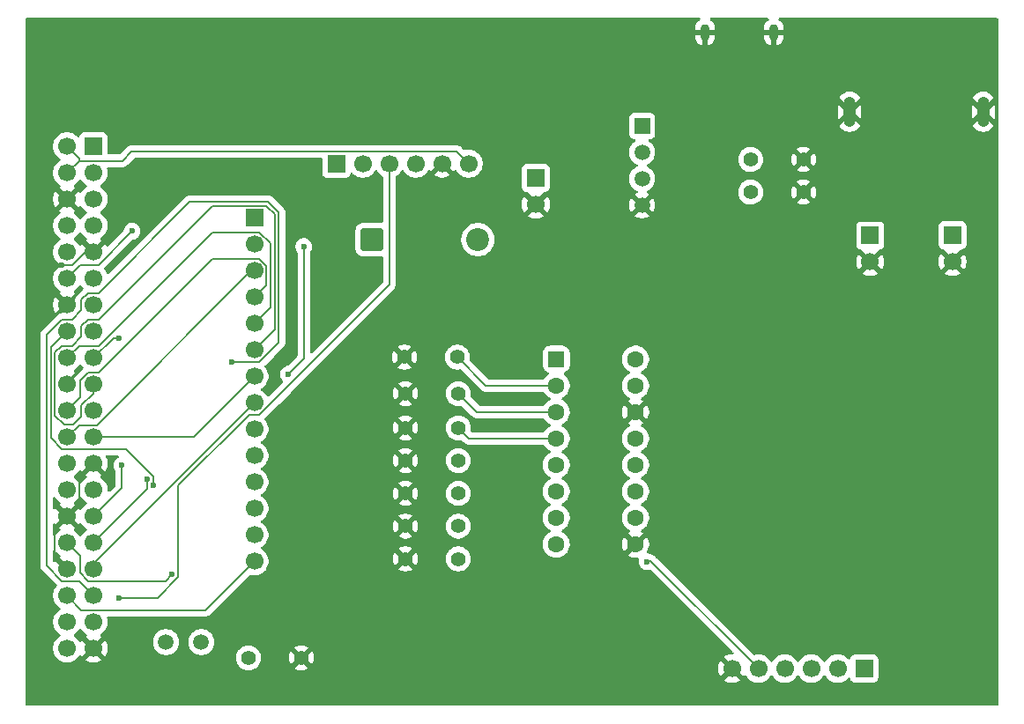
<source format=gbr>
%TF.GenerationSoftware,KiCad,Pcbnew,9.0.2*%
%TF.CreationDate,2025-06-18T17:26:39+12:00*%
%TF.ProjectId,smartclockpi,736d6172-7463-46c6-9f63-6b70692e6b69,rev?*%
%TF.SameCoordinates,Original*%
%TF.FileFunction,Copper,L2,Bot*%
%TF.FilePolarity,Positive*%
%FSLAX46Y46*%
G04 Gerber Fmt 4.6, Leading zero omitted, Abs format (unit mm)*
G04 Created by KiCad (PCBNEW 9.0.2) date 2025-06-18 17:26:39*
%MOMM*%
%LPD*%
G01*
G04 APERTURE LIST*
G04 Aperture macros list*
%AMRoundRect*
0 Rectangle with rounded corners*
0 $1 Rounding radius*
0 $2 $3 $4 $5 $6 $7 $8 $9 X,Y pos of 4 corners*
0 Add a 4 corners polygon primitive as box body*
4,1,4,$2,$3,$4,$5,$6,$7,$8,$9,$2,$3,0*
0 Add four circle primitives for the rounded corners*
1,1,$1+$1,$2,$3*
1,1,$1+$1,$4,$5*
1,1,$1+$1,$6,$7*
1,1,$1+$1,$8,$9*
0 Add four rect primitives between the rounded corners*
20,1,$1+$1,$2,$3,$4,$5,0*
20,1,$1+$1,$4,$5,$6,$7,0*
20,1,$1+$1,$6,$7,$8,$9,0*
20,1,$1+$1,$8,$9,$2,$3,0*%
G04 Aperture macros list end*
%TA.AperFunction,ComponentPad*%
%ADD10R,1.700000X1.700000*%
%TD*%
%TA.AperFunction,ComponentPad*%
%ADD11C,1.700000*%
%TD*%
%TA.AperFunction,ComponentPad*%
%ADD12C,1.400000*%
%TD*%
%TA.AperFunction,ComponentPad*%
%ADD13RoundRect,0.249999X-0.850001X-0.850001X0.850001X-0.850001X0.850001X0.850001X-0.850001X0.850001X0*%
%TD*%
%TA.AperFunction,ComponentPad*%
%ADD14C,2.200000*%
%TD*%
%TA.AperFunction,ComponentPad*%
%ADD15C,1.500000*%
%TD*%
%TA.AperFunction,ComponentPad*%
%ADD16RoundRect,0.250000X-0.550000X-0.550000X0.550000X-0.550000X0.550000X0.550000X-0.550000X0.550000X0*%
%TD*%
%TA.AperFunction,ComponentPad*%
%ADD17C,1.600000*%
%TD*%
%TA.AperFunction,HeatsinkPad*%
%ADD18O,1.200000X2.900000*%
%TD*%
%TA.AperFunction,HeatsinkPad*%
%ADD19O,0.900000X1.600000*%
%TD*%
%TA.AperFunction,ComponentPad*%
%ADD20R,1.500000X1.500000*%
%TD*%
%TA.AperFunction,ViaPad*%
%ADD21C,0.600000*%
%TD*%
%TA.AperFunction,Conductor*%
%ADD22C,0.200000*%
%TD*%
G04 APERTURE END LIST*
D10*
%TO.P,J3,1,VCC*%
%TO.N,+3.3V*%
X62500000Y-88710000D03*
D11*
%TO.P,J3,2,GND*%
%TO.N,GND*%
X62500000Y-91250000D03*
%TO.P,J3,3,CS*%
%TO.N,Net-(J1-~{CE0}{slash}GPIO8)*%
X62500000Y-93790000D03*
%TO.P,J3,4,RESET*%
%TO.N,Net-(J1-GPIO25)*%
X62500000Y-96330000D03*
%TO.P,J3,5,DC/RS*%
%TO.N,Net-(J1-GPIO24)*%
X62500000Y-98870000D03*
%TO.P,J3,6,MOSI*%
%TO.N,Net-(J1-MOSI0{slash}GPIO10)*%
X62500000Y-101410000D03*
%TO.P,J3,7,SCK*%
%TO.N,Net-(J1-SCLK0{slash}GPIO11)*%
X62500000Y-103950000D03*
%TO.P,J3,8,LED*%
%TO.N,Net-(J1-PWM1{slash}GPIO13)*%
X62500000Y-106490000D03*
%TO.P,J3,9,MISO*%
%TO.N,Net-(J1-MISO0{slash}GPIO9)*%
X62500000Y-109030000D03*
%TO.P,J3,10,T_CLK*%
%TO.N,Net-(J1-GCLK2{slash}GPIO6)*%
X62500000Y-111570000D03*
%TO.P,J3,11,T_CS*%
%TO.N,Net-(J1-GCLK1{slash}GPIO5)*%
X62500000Y-114110000D03*
%TO.P,J3,12,T_DIN*%
%TO.N,Net-(J1-PWM0{slash}GPIO12)*%
X62500000Y-116650000D03*
%TO.P,J3,13,T_DO*%
%TO.N,Net-(J1-GPIO23)*%
X62500000Y-119190000D03*
%TO.P,J3,14,T_IRQ*%
%TO.N,Net-(J1-GPIO16)*%
X62500000Y-121730000D03*
%TD*%
D12*
%TO.P,R9,1*%
%TO.N,GND*%
X77010000Y-121500000D03*
%TO.P,R9,2*%
%TO.N,Net-(U2-CH7)*%
X82090000Y-121500000D03*
%TD*%
D10*
%TO.P,J2,1,32K*%
%TO.N,Net-(J2-32K)*%
X121082200Y-132035000D03*
D11*
%TO.P,J2,2,SQW*%
%TO.N,Net-(J2-SQW)*%
X118542200Y-132035000D03*
%TO.P,J2,3,SCL*%
%TO.N,Net-(J1-SCL{slash}GPIO3)*%
X116002200Y-132035000D03*
%TO.P,J2,4,SDA*%
%TO.N,Net-(J1-SDA{slash}GPIO2)*%
X113462200Y-132035000D03*
%TO.P,J2,5,VCC*%
%TO.N,+3.3V*%
X110922200Y-132035000D03*
%TO.P,J2,6,GND*%
%TO.N,GND*%
X108382200Y-132035000D03*
%TD*%
D13*
%TO.P,D1,1,K*%
%TO.N,+5V*%
X73812400Y-90805000D03*
D14*
%TO.P,D1,2,A*%
%TO.N,Net-(D1-A)*%
X83972400Y-90805000D03*
%TD*%
D15*
%TO.P,R1,1*%
%TO.N,+3.3V*%
X54000000Y-129500000D03*
%TO.P,R1,2*%
%TO.N,Net-(U2-CH0)*%
X57400000Y-129500000D03*
%TD*%
D12*
%TO.P,R4,1*%
%TO.N,GND*%
X77010000Y-105600000D03*
%TO.P,R4,2*%
%TO.N,Net-(U2-CH2)*%
X82090000Y-105600000D03*
%TD*%
D10*
%TO.P,J9,1,Pin_1*%
%TO.N,Net-(D1-A)*%
X89535000Y-84886800D03*
D11*
%TO.P,J9,2,Pin_2*%
%TO.N,GND*%
X89535000Y-87426800D03*
%TD*%
D16*
%TO.P,U2,1,CH0*%
%TO.N,Net-(U2-CH0)*%
X91500000Y-102300000D03*
D17*
%TO.P,U2,2,CH1*%
%TO.N,Net-(U2-CH1)*%
X91500000Y-104840000D03*
%TO.P,U2,3,CH2*%
%TO.N,Net-(U2-CH2)*%
X91500000Y-107380000D03*
%TO.P,U2,4,CH3*%
%TO.N,Net-(U2-CH3)*%
X91500000Y-109920000D03*
%TO.P,U2,5,CH4*%
%TO.N,Net-(U2-CH4)*%
X91500000Y-112460000D03*
%TO.P,U2,6,CH5*%
%TO.N,Net-(U2-CH5)*%
X91500000Y-115000000D03*
%TO.P,U2,7,CH6*%
%TO.N,Net-(U2-CH6)*%
X91500000Y-117540000D03*
%TO.P,U2,8,CH7*%
%TO.N,Net-(U2-CH7)*%
X91500000Y-120080000D03*
%TO.P,U2,9,DGND*%
%TO.N,GND*%
X99120000Y-120080000D03*
%TO.P,U2,10,~{CS}/SHDN*%
%TO.N,Net-(J1-GCLK0{slash}GPIO4)*%
X99120000Y-117540000D03*
%TO.P,U2,11,Din*%
%TO.N,Net-(J1-MOSI0{slash}GPIO10)*%
X99120000Y-115000000D03*
%TO.P,U2,12,Dout*%
%TO.N,Net-(J1-MISO0{slash}GPIO9)*%
X99120000Y-112460000D03*
%TO.P,U2,13,CLK*%
%TO.N,Net-(J1-SCLK0{slash}GPIO11)*%
X99120000Y-109920000D03*
%TO.P,U2,14,AGND*%
%TO.N,GND*%
X99120000Y-107380000D03*
%TO.P,U2,15,Vref*%
%TO.N,+3.3V*%
X99120000Y-104840000D03*
%TO.P,U2,16,Vdd*%
X99120000Y-102300000D03*
%TD*%
D10*
%TO.P,J1,1,3V3*%
%TO.N,+3.3V*%
X47040000Y-81840000D03*
D11*
%TO.P,J1,2,5V*%
%TO.N,+5V*%
X44500000Y-81840000D03*
%TO.P,J1,3,SDA/GPIO2*%
%TO.N,Net-(J1-SDA{slash}GPIO2)*%
X47040000Y-84380000D03*
%TO.P,J1,4,5V*%
%TO.N,+5V*%
X44500000Y-84380000D03*
%TO.P,J1,5,SCL/GPIO3*%
%TO.N,Net-(J1-SCL{slash}GPIO3)*%
X47040000Y-86920000D03*
%TO.P,J1,6,GND*%
%TO.N,GND*%
X44500000Y-86920000D03*
%TO.P,J1,7,GCLK0/GPIO4*%
%TO.N,Net-(J1-GCLK0{slash}GPIO4)*%
X47040000Y-89460000D03*
%TO.P,J1,8,GPIO14/TXD*%
%TO.N,unconnected-(J1-GPIO14{slash}TXD-Pad8)*%
X44500000Y-89460000D03*
%TO.P,J1,9,GND*%
%TO.N,GND*%
X47040000Y-92000000D03*
%TO.P,J1,10,GPIO15/RXD*%
%TO.N,unconnected-(J1-GPIO15{slash}RXD-Pad10)*%
X44500000Y-92000000D03*
%TO.P,J1,11,GPIO17*%
%TO.N,unconnected-(J1-GPIO17-Pad11)*%
X47040000Y-94540000D03*
%TO.P,J1,12,GPIO18/PWM0*%
%TO.N,Net-(J1-GPIO18{slash}PWM0)*%
X44500000Y-94540000D03*
%TO.P,J1,13,GPIO27*%
%TO.N,unconnected-(J1-GPIO27-Pad13)*%
X47040000Y-97080000D03*
%TO.P,J1,14,GND*%
%TO.N,GND*%
X44500000Y-97080000D03*
%TO.P,J1,15,GPIO22*%
%TO.N,unconnected-(J1-GPIO22-Pad15)*%
X47040000Y-99620000D03*
%TO.P,J1,16,GPIO23*%
%TO.N,Net-(J1-GPIO23)*%
X44500000Y-99620000D03*
%TO.P,J1,17,3V3*%
%TO.N,+3.3V*%
X47040000Y-102160000D03*
%TO.P,J1,18,GPIO24*%
%TO.N,Net-(J1-GPIO24)*%
X44500000Y-102160000D03*
%TO.P,J1,19,MOSI0/GPIO10*%
%TO.N,Net-(J1-MOSI0{slash}GPIO10)*%
X47040000Y-104700000D03*
%TO.P,J1,20,GND*%
%TO.N,GND*%
X44500000Y-104700000D03*
%TO.P,J1,21,MISO0/GPIO9*%
%TO.N,Net-(J1-MISO0{slash}GPIO9)*%
X47040000Y-107240000D03*
%TO.P,J1,22,GPIO25*%
%TO.N,Net-(J1-GPIO25)*%
X44500000Y-107240000D03*
%TO.P,J1,23,SCLK0/GPIO11*%
%TO.N,Net-(J1-SCLK0{slash}GPIO11)*%
X47040000Y-109780000D03*
%TO.P,J1,24,~{CE0}/GPIO8*%
%TO.N,Net-(J1-~{CE0}{slash}GPIO8)*%
X44500000Y-109780000D03*
%TO.P,J1,25,GND*%
%TO.N,GND*%
X47040000Y-112320000D03*
%TO.P,J1,26,~{CE1}/GPIO7*%
%TO.N,Net-(J1-~{CE1}{slash}GPIO7)*%
X44500000Y-112320000D03*
%TO.P,J1,27,ID_SD/GPIO0*%
%TO.N,unconnected-(J1-ID_SD{slash}GPIO0-Pad27)*%
X47040000Y-114860000D03*
%TO.P,J1,28,ID_SC/GPIO1*%
%TO.N,unconnected-(J1-ID_SC{slash}GPIO1-Pad28)*%
X44500000Y-114860000D03*
%TO.P,J1,29,GCLK1/GPIO5*%
%TO.N,Net-(J1-GCLK1{slash}GPIO5)*%
X47040000Y-117400000D03*
%TO.P,J1,30,GND*%
%TO.N,GND*%
X44500000Y-117400000D03*
%TO.P,J1,31,GCLK2/GPIO6*%
%TO.N,Net-(J1-GCLK2{slash}GPIO6)*%
X47040000Y-119940000D03*
%TO.P,J1,32,PWM0/GPIO12*%
%TO.N,Net-(J1-PWM0{slash}GPIO12)*%
X44500000Y-119940000D03*
%TO.P,J1,33,PWM1/GPIO13*%
%TO.N,Net-(J1-PWM1{slash}GPIO13)*%
X47040000Y-122480000D03*
%TO.P,J1,34,GND*%
%TO.N,GND*%
X44500000Y-122480000D03*
%TO.P,J1,35,GPIO19/MISO1*%
%TO.N,Net-(J1-GPIO19{slash}MISO1)*%
X47040000Y-125020000D03*
%TO.P,J1,36,GPIO16*%
%TO.N,Net-(J1-GPIO16)*%
X44500000Y-125020000D03*
%TO.P,J1,37,GPIO26*%
%TO.N,unconnected-(J1-GPIO26-Pad37)*%
X47040000Y-127560000D03*
%TO.P,J1,38,GPIO20/MOSI1*%
%TO.N,unconnected-(J1-GPIO20{slash}MOSI1-Pad38)*%
X44500000Y-127560000D03*
%TO.P,J1,39,GND*%
%TO.N,GND*%
X47040000Y-130100000D03*
%TO.P,J1,40,GPIO21/SCLK1*%
%TO.N,Net-(J1-GPIO21{slash}SCLK1)*%
X44500000Y-130100000D03*
%TD*%
D10*
%TO.P,J4,1,SCK*%
%TO.N,unconnected-(J4-SCK-Pad1)*%
X70380000Y-83500000D03*
D11*
%TO.P,J4,2,BCK*%
%TO.N,Net-(J1-GPIO18{slash}PWM0)*%
X72920000Y-83500000D03*
%TO.P,J4,3,DIN*%
%TO.N,Net-(J1-GPIO21{slash}SCLK1)*%
X75460000Y-83500000D03*
%TO.P,J4,4,LCK*%
%TO.N,Net-(J1-GPIO19{slash}MISO1)*%
X78000000Y-83500000D03*
%TO.P,J4,5,GND*%
%TO.N,GND*%
X80540000Y-83500000D03*
%TO.P,J4,6,VIN*%
%TO.N,+5V*%
X83080000Y-83500000D03*
%TD*%
D18*
%TO.P,J6,5,Shield*%
%TO.N,GND*%
X132511000Y-78505400D03*
X119711000Y-78505400D03*
%TD*%
D19*
%TO.P,J5,6,Shield*%
%TO.N,GND*%
X112392600Y-70879800D03*
X105792600Y-70879800D03*
%TD*%
D12*
%TO.P,R6,1*%
%TO.N,GND*%
X77010000Y-112050000D03*
%TO.P,R6,2*%
%TO.N,Net-(U2-CH4)*%
X82090000Y-112050000D03*
%TD*%
%TO.P,R8,1*%
%TO.N,GND*%
X77010000Y-118350000D03*
%TO.P,R8,2*%
%TO.N,Net-(U2-CH6)*%
X82090000Y-118350000D03*
%TD*%
%TO.P,R5,1*%
%TO.N,GND*%
X77010000Y-108900000D03*
%TO.P,R5,2*%
%TO.N,Net-(U2-CH3)*%
X82090000Y-108900000D03*
%TD*%
D10*
%TO.P,J8,1,Pin_1*%
%TO.N,Net-(J6-VBUS)*%
X129565000Y-90393200D03*
D11*
%TO.P,J8,2,Pin_2*%
%TO.N,GND*%
X129565000Y-92933200D03*
%TD*%
D12*
%TO.P,R3,1*%
%TO.N,GND*%
X76920000Y-102100000D03*
%TO.P,R3,2*%
%TO.N,Net-(U2-CH1)*%
X82000000Y-102100000D03*
%TD*%
%TO.P,R7,1*%
%TO.N,GND*%
X77010000Y-115200000D03*
%TO.P,R7,2*%
%TO.N,Net-(U2-CH5)*%
X82090000Y-115200000D03*
%TD*%
D20*
%TO.P,U3,1,VDD*%
%TO.N,+3.3V*%
X99750000Y-79880000D03*
D15*
%TO.P,U3,2,DATA*%
%TO.N,Net-(J1-~{CE1}{slash}GPIO7)*%
X99750000Y-82420000D03*
%TO.P,U3,3,NC*%
%TO.N,unconnected-(U3-NC-Pad3)*%
X99750000Y-84960000D03*
%TO.P,U3,4,GND*%
%TO.N,GND*%
X99750000Y-87500000D03*
%TD*%
D10*
%TO.P,J7,1,Pin_1*%
%TO.N,Net-(J5-VBUS)*%
X121666000Y-90424000D03*
D11*
%TO.P,J7,2,Pin_2*%
%TO.N,GND*%
X121666000Y-92964000D03*
%TD*%
D12*
%TO.P,R2,1*%
%TO.N,Net-(U2-CH0)*%
X61920000Y-131000000D03*
%TO.P,R2,2*%
%TO.N,GND*%
X67000000Y-131000000D03*
%TD*%
%TO.P,R12,1*%
%TO.N,Net-(J2-32K)*%
X110170000Y-83100000D03*
%TO.P,R12,2*%
%TO.N,GND*%
X115250000Y-83100000D03*
%TD*%
%TO.P,R13,1*%
%TO.N,Net-(J2-SQW)*%
X110170000Y-86250000D03*
%TO.P,R13,2*%
%TO.N,GND*%
X115250000Y-86250000D03*
%TD*%
D21*
%TO.N,GND*%
X43998622Y-93253446D03*
%TO.N,Net-(J1-PWM0{slash}GPIO12)*%
X54600000Y-123000000D03*
%TO.N,+3.3V*%
X49500000Y-100250000D03*
X100221000Y-121767600D03*
%TO.N,Net-(J1-GPIO18{slash}PWM0)*%
X50750000Y-90000000D03*
%TO.N,Net-(J1-GCLK1{slash}GPIO5)*%
X49750000Y-112500000D03*
%TO.N,Net-(J1-GPIO23)*%
X52803265Y-114396735D03*
%TO.N,Net-(J1-GPIO21{slash}SCLK1)*%
X49460900Y-125250000D03*
%TO.N,Net-(J1-GPIO19{slash}MISO1)*%
X67250000Y-91471000D03*
X60329000Y-102561000D03*
X65750000Y-103750000D03*
%TO.N,Net-(J1-GCLK2{slash}GPIO6)*%
X52203265Y-113796735D03*
%TD*%
D22*
%TO.N,GND*%
X94535735Y-87535735D02*
X94571470Y-87500000D01*
X45651000Y-113709000D02*
X47040000Y-112320000D01*
X44500000Y-117400000D02*
X43349000Y-118551000D01*
X44996554Y-93253446D02*
X46250000Y-92000000D01*
X43349000Y-118551000D02*
X43349000Y-121329000D01*
X44500000Y-117400000D02*
X45651000Y-116249000D01*
X45651000Y-116249000D02*
X45651000Y-113709000D01*
X46250000Y-92000000D02*
X47040000Y-92000000D01*
X43349000Y-121329000D02*
X44500000Y-122480000D01*
X43998622Y-93253446D02*
X44996554Y-93253446D01*
%TO.N,Net-(J1-SCLK0{slash}GPIO11)*%
X62500000Y-103950000D02*
X56670000Y-109780000D01*
X56670000Y-109780000D02*
X47040000Y-109780000D01*
%TO.N,Net-(J1-PWM0{slash}GPIO12)*%
X54600000Y-123000000D02*
X53969000Y-123631000D01*
X53969000Y-123631000D02*
X46563240Y-123631000D01*
X46563240Y-123631000D02*
X45750000Y-122817760D01*
X45750000Y-121190000D02*
X44500000Y-119940000D01*
X45750000Y-122817760D02*
X45750000Y-121190000D01*
%TO.N,Net-(J1-GPIO16)*%
X45889000Y-126409000D02*
X44500000Y-125020000D01*
X57821000Y-126409000D02*
X45889000Y-126409000D01*
X62500000Y-121730000D02*
X57821000Y-126409000D01*
%TO.N,+5V*%
X45651000Y-83229000D02*
X44500000Y-84380000D01*
X81929000Y-82349000D02*
X50698760Y-82349000D01*
X44500000Y-81840000D02*
X45651000Y-82991000D01*
X50698760Y-82349000D02*
X49818760Y-83229000D01*
X45651000Y-82991000D02*
X45651000Y-83229000D01*
X49818760Y-83229000D02*
X45651000Y-83229000D01*
X83080000Y-83500000D02*
X81929000Y-82349000D01*
%TO.N,Net-(J1-GPIO24)*%
X45651000Y-101009000D02*
X44500000Y-102160000D01*
X64052000Y-91174240D02*
X62976760Y-90099000D01*
X47516760Y-101009000D02*
X45651000Y-101009000D01*
X62500000Y-98870000D02*
X64052000Y-97318000D01*
X58426760Y-90099000D02*
X47516760Y-101009000D01*
X64052000Y-97318000D02*
X64052000Y-91174240D01*
X62976760Y-90099000D02*
X58426760Y-90099000D01*
%TO.N,+3.3V*%
X49500000Y-100250000D02*
X48950000Y-100250000D01*
X110922200Y-132035000D02*
X100578600Y-121691400D01*
X48950000Y-100250000D02*
X47040000Y-102160000D01*
X100578600Y-121691400D02*
X100221000Y-121691400D01*
%TO.N,Net-(J1-~{CE0}{slash}GPIO8)*%
X47371000Y-108629000D02*
X45651000Y-108629000D01*
X62210000Y-93790000D02*
X47371000Y-108629000D01*
X62500000Y-93790000D02*
X62210000Y-93790000D01*
X45651000Y-108629000D02*
X44500000Y-109780000D01*
%TO.N,Net-(J1-GPIO18{slash}PWM0)*%
X50750000Y-90000000D02*
X47500000Y-93250000D01*
X47500000Y-93250000D02*
X45790000Y-93250000D01*
X45790000Y-93250000D02*
X44500000Y-94540000D01*
%TO.N,Net-(J1-GCLK1{slash}GPIO5)*%
X49750000Y-114690000D02*
X47040000Y-117400000D01*
X49750000Y-112500000D02*
X49750000Y-114690000D01*
%TO.N,Net-(J1-GPIO23)*%
X42948000Y-101172000D02*
X44500000Y-99620000D01*
X52803265Y-113546792D02*
X50187473Y-110931000D01*
X44023240Y-110931000D02*
X42948000Y-109855760D01*
X52803265Y-114396735D02*
X52803265Y-113546792D01*
X42948000Y-109855760D02*
X42948000Y-101172000D01*
X50187473Y-110931000D02*
X44023240Y-110931000D01*
%TO.N,Net-(J1-GPIO21{slash}SCLK1)*%
X55201000Y-123248943D02*
X53199943Y-125250000D01*
X55201000Y-114463240D02*
X55201000Y-123248943D01*
X62976760Y-107641000D02*
X62023240Y-107641000D01*
X75460000Y-83500000D02*
X75460000Y-95157760D01*
X62023240Y-107641000D02*
X55201000Y-114463240D01*
X75460000Y-95157760D02*
X62976760Y-107641000D01*
X53199943Y-125250000D02*
X49460900Y-125250000D01*
%TO.N,Net-(J1-GPIO19{slash}MISO1)*%
X42547000Y-122154760D02*
X44023240Y-123631000D01*
X45651000Y-123631000D02*
X47040000Y-125020000D01*
X67250000Y-102250000D02*
X65750000Y-103750000D01*
X45889000Y-96603240D02*
X45889000Y-97556760D01*
X64854000Y-88194900D02*
X63817100Y-87158000D01*
X63817100Y-87158000D02*
X56287760Y-87158000D01*
X45889000Y-97556760D02*
X44976760Y-98469000D01*
X46563240Y-95929000D02*
X45889000Y-96603240D01*
X62976760Y-102561000D02*
X64854000Y-100683760D01*
X47516760Y-95929000D02*
X46563240Y-95929000D01*
X60329000Y-102561000D02*
X62976760Y-102561000D01*
X44023240Y-98469000D02*
X42547000Y-99945240D01*
X56287760Y-87158000D02*
X47516760Y-95929000D01*
X67250000Y-91471000D02*
X67250000Y-102250000D01*
X64854000Y-100683760D02*
X64854000Y-88194900D01*
X44023240Y-123631000D02*
X45651000Y-123631000D01*
X42547000Y-99945240D02*
X42547000Y-122154760D01*
X44976760Y-98469000D02*
X44023240Y-98469000D01*
%TO.N,Net-(J1-GCLK2{slash}GPIO6)*%
X52203265Y-113796735D02*
X52203265Y-114776735D01*
X52203265Y-114776735D02*
X47040000Y-119940000D01*
%TO.N,Net-(J1-PWM1{slash}GPIO13)*%
X47040000Y-121950000D02*
X47040000Y-122480000D01*
X62500000Y-106490000D02*
X47040000Y-121950000D01*
%TO.N,Net-(J1-GPIO25)*%
X58426760Y-92639000D02*
X47516760Y-103549000D01*
X63651000Y-95179000D02*
X63651000Y-93313240D01*
X63651000Y-93313240D02*
X62976760Y-92639000D01*
X46563240Y-103549000D02*
X45750000Y-104362240D01*
X47516760Y-103549000D02*
X46563240Y-103549000D01*
X62976760Y-92639000D02*
X58426760Y-92639000D01*
X45750000Y-105990000D02*
X44500000Y-107240000D01*
X62500000Y-96330000D02*
X63651000Y-95179000D01*
X45750000Y-104362240D02*
X45750000Y-105990000D01*
%TO.N,Net-(J1-MOSI0{slash}GPIO10)*%
X45889000Y-107823900D02*
X45889000Y-106763240D01*
X64453000Y-99457000D02*
X64453000Y-88361000D01*
X63651000Y-87559000D02*
X58426760Y-87559000D01*
X44023240Y-101009000D02*
X43349000Y-101683240D01*
X47516760Y-98469000D02*
X46563240Y-98469000D01*
X62500000Y-101410000D02*
X64453000Y-99457000D01*
X58426760Y-87559000D02*
X47516760Y-98469000D01*
X44238690Y-108606450D02*
X45106450Y-108606450D01*
X47040000Y-105612240D02*
X47040000Y-104700000D01*
X45106450Y-108606450D02*
X45889000Y-107823900D01*
X43349000Y-101683240D02*
X43349000Y-107716760D01*
X45889000Y-106763240D02*
X47040000Y-105612240D01*
X46563240Y-98469000D02*
X45889000Y-99143240D01*
X45889000Y-100096760D02*
X44976760Y-101009000D01*
X45889000Y-99143240D02*
X45889000Y-100096760D01*
X64453000Y-88361000D02*
X63651000Y-87559000D01*
X44976760Y-101009000D02*
X44023240Y-101009000D01*
X43349000Y-107716760D02*
X44238690Y-108606450D01*
%TO.N,Net-(U2-CH1)*%
X91500000Y-104840000D02*
X84740000Y-104840000D01*
X84740000Y-104840000D02*
X82000000Y-102100000D01*
%TO.N,Net-(U2-CH2)*%
X91500000Y-107380000D02*
X83870000Y-107380000D01*
X83870000Y-107380000D02*
X82090000Y-105600000D01*
%TO.N,Net-(U2-CH3)*%
X91500000Y-109920000D02*
X83110000Y-109920000D01*
X83110000Y-109920000D02*
X82090000Y-108900000D01*
%TD*%
%TA.AperFunction,Conductor*%
%TO.N,GND*%
G36*
X45841444Y-128213999D02*
G01*
X45880486Y-128259056D01*
X45884951Y-128267820D01*
X46009890Y-128439786D01*
X46160213Y-128590109D01*
X46332179Y-128715048D01*
X46332181Y-128715049D01*
X46332184Y-128715051D01*
X46341493Y-128719794D01*
X46392290Y-128767766D01*
X46409087Y-128835587D01*
X46386552Y-128901722D01*
X46341505Y-128940760D01*
X46332446Y-128945376D01*
X46332440Y-128945380D01*
X46278282Y-128984727D01*
X46278282Y-128984728D01*
X46910591Y-129617037D01*
X46847007Y-129634075D01*
X46732993Y-129699901D01*
X46639901Y-129792993D01*
X46574075Y-129907007D01*
X46557037Y-129970591D01*
X45924728Y-129338282D01*
X45924727Y-129338282D01*
X45885380Y-129392440D01*
X45885376Y-129392446D01*
X45880760Y-129401505D01*
X45832781Y-129452297D01*
X45764959Y-129469087D01*
X45698826Y-129446543D01*
X45659794Y-129401493D01*
X45655051Y-129392184D01*
X45655049Y-129392181D01*
X45655048Y-129392179D01*
X45530109Y-129220213D01*
X45379786Y-129069890D01*
X45207820Y-128944951D01*
X45199600Y-128940763D01*
X45199054Y-128940485D01*
X45148259Y-128892512D01*
X45131463Y-128824692D01*
X45153999Y-128758556D01*
X45199054Y-128719515D01*
X45207816Y-128715051D01*
X45248691Y-128685354D01*
X45379786Y-128590109D01*
X45379788Y-128590106D01*
X45379792Y-128590104D01*
X45530104Y-128439792D01*
X45530106Y-128439788D01*
X45530109Y-128439786D01*
X45655048Y-128267820D01*
X45655047Y-128267820D01*
X45655051Y-128267816D01*
X45659514Y-128259054D01*
X45707488Y-128208259D01*
X45775308Y-128191463D01*
X45841444Y-128213999D01*
G37*
%TD.AperFunction*%
%TA.AperFunction,Conductor*%
G36*
X43352703Y-120663971D02*
G01*
X43371816Y-120684796D01*
X43424772Y-120757684D01*
X43469896Y-120819792D01*
X43620213Y-120970109D01*
X43792179Y-121095048D01*
X43792181Y-121095049D01*
X43792184Y-121095051D01*
X43801493Y-121099794D01*
X43852290Y-121147766D01*
X43869087Y-121215587D01*
X43846552Y-121281722D01*
X43801505Y-121320760D01*
X43792446Y-121325376D01*
X43792440Y-121325380D01*
X43738282Y-121364727D01*
X43738282Y-121364728D01*
X44370591Y-121997037D01*
X44307007Y-122014075D01*
X44192993Y-122079901D01*
X44099901Y-122172993D01*
X44034075Y-122287007D01*
X44017037Y-122350591D01*
X43384728Y-121718282D01*
X43384727Y-121718282D01*
X43371819Y-121736050D01*
X43316489Y-121778716D01*
X43246876Y-121784695D01*
X43185080Y-121752090D01*
X43150723Y-121691251D01*
X43147500Y-121663165D01*
X43147500Y-120757684D01*
X43167185Y-120690645D01*
X43219989Y-120644890D01*
X43289147Y-120634946D01*
X43352703Y-120663971D01*
G37*
%TD.AperFunction*%
%TA.AperFunction,Conductor*%
G36*
X45615270Y-118161717D02*
G01*
X45615270Y-118161716D01*
X45654622Y-118107555D01*
X45659232Y-118098507D01*
X45707205Y-118047709D01*
X45775025Y-118030912D01*
X45841161Y-118053447D01*
X45880204Y-118098504D01*
X45884949Y-118107817D01*
X46009890Y-118279786D01*
X46160213Y-118430109D01*
X46332182Y-118555050D01*
X46340946Y-118559516D01*
X46391742Y-118607491D01*
X46408536Y-118675312D01*
X46385998Y-118741447D01*
X46340946Y-118780484D01*
X46332182Y-118784949D01*
X46160213Y-118909890D01*
X46009890Y-119060213D01*
X45884949Y-119232182D01*
X45880484Y-119240946D01*
X45832509Y-119291742D01*
X45764688Y-119308536D01*
X45698553Y-119285998D01*
X45659516Y-119240946D01*
X45655050Y-119232182D01*
X45530109Y-119060213D01*
X45379786Y-118909890D01*
X45207817Y-118784949D01*
X45198504Y-118780204D01*
X45147707Y-118732230D01*
X45130912Y-118664409D01*
X45153449Y-118598274D01*
X45198507Y-118559232D01*
X45207555Y-118554622D01*
X45261716Y-118515270D01*
X45261717Y-118515270D01*
X44629408Y-117882962D01*
X44692993Y-117865925D01*
X44807007Y-117800099D01*
X44900099Y-117707007D01*
X44965925Y-117592993D01*
X44982962Y-117529409D01*
X45615270Y-118161717D01*
G37*
%TD.AperFunction*%
%TA.AperFunction,Conductor*%
G36*
X44034075Y-117592993D02*
G01*
X44099901Y-117707007D01*
X44192993Y-117800099D01*
X44307007Y-117865925D01*
X44370590Y-117882962D01*
X43738282Y-118515269D01*
X43738282Y-118515270D01*
X43792452Y-118554626D01*
X43792451Y-118554626D01*
X43801495Y-118559234D01*
X43852292Y-118607208D01*
X43869087Y-118675029D01*
X43846550Y-118741164D01*
X43801499Y-118780202D01*
X43792182Y-118784949D01*
X43620213Y-118909890D01*
X43469894Y-119060209D01*
X43469890Y-119060214D01*
X43371818Y-119195200D01*
X43316488Y-119237866D01*
X43246875Y-119243845D01*
X43185080Y-119211240D01*
X43150723Y-119150401D01*
X43147500Y-119122315D01*
X43147500Y-118216832D01*
X43167185Y-118149793D01*
X43219989Y-118104038D01*
X43289147Y-118094094D01*
X43352703Y-118123119D01*
X43371819Y-118143948D01*
X43384728Y-118161716D01*
X44017037Y-117529408D01*
X44034075Y-117592993D01*
G37*
%TD.AperFunction*%
%TA.AperFunction,Conductor*%
G36*
X43352703Y-115583971D02*
G01*
X43371819Y-115604799D01*
X43469896Y-115739792D01*
X43620213Y-115890109D01*
X43792179Y-116015048D01*
X43792181Y-116015049D01*
X43792184Y-116015051D01*
X43801493Y-116019794D01*
X43852290Y-116067766D01*
X43869087Y-116135587D01*
X43846552Y-116201722D01*
X43801505Y-116240760D01*
X43792446Y-116245376D01*
X43792440Y-116245380D01*
X43738282Y-116284727D01*
X43738282Y-116284728D01*
X44370591Y-116917037D01*
X44307007Y-116934075D01*
X44192993Y-116999901D01*
X44099901Y-117092993D01*
X44034075Y-117207007D01*
X44017037Y-117270591D01*
X43384728Y-116638282D01*
X43384727Y-116638282D01*
X43371819Y-116656050D01*
X43316489Y-116698716D01*
X43246876Y-116704695D01*
X43185080Y-116672090D01*
X43150723Y-116611251D01*
X43147500Y-116583165D01*
X43147500Y-115677684D01*
X43167185Y-115610645D01*
X43219989Y-115564890D01*
X43289147Y-115554946D01*
X43352703Y-115583971D01*
G37*
%TD.AperFunction*%
%TA.AperFunction,Conductor*%
G36*
X45787226Y-115495524D02*
G01*
X45799810Y-115494985D01*
X45819674Y-115506581D01*
X45841444Y-115513999D01*
X45850719Y-115524703D01*
X45860151Y-115530209D01*
X45880486Y-115559056D01*
X45884951Y-115567820D01*
X46009890Y-115739786D01*
X46160213Y-115890109D01*
X46332182Y-116015050D01*
X46340946Y-116019516D01*
X46391742Y-116067491D01*
X46408536Y-116135312D01*
X46385998Y-116201447D01*
X46340946Y-116240484D01*
X46332182Y-116244949D01*
X46160213Y-116369890D01*
X46009890Y-116520213D01*
X45884949Y-116692182D01*
X45880202Y-116701499D01*
X45832227Y-116752293D01*
X45764405Y-116769087D01*
X45698271Y-116746548D01*
X45659234Y-116701495D01*
X45654626Y-116692452D01*
X45615270Y-116638282D01*
X45615269Y-116638282D01*
X44982962Y-117270590D01*
X44965925Y-117207007D01*
X44900099Y-117092993D01*
X44807007Y-116999901D01*
X44692993Y-116934075D01*
X44629409Y-116917037D01*
X45261716Y-116284728D01*
X45207547Y-116245373D01*
X45207547Y-116245372D01*
X45198500Y-116240763D01*
X45147706Y-116192788D01*
X45130912Y-116124966D01*
X45153451Y-116058832D01*
X45198508Y-116019793D01*
X45207816Y-116015051D01*
X45308110Y-115942184D01*
X45379786Y-115890109D01*
X45379788Y-115890106D01*
X45379792Y-115890104D01*
X45530104Y-115739792D01*
X45530106Y-115739788D01*
X45530109Y-115739786D01*
X45655048Y-115567820D01*
X45655047Y-115567820D01*
X45655051Y-115567816D01*
X45659514Y-115559054D01*
X45668160Y-115549900D01*
X45672897Y-115538232D01*
X45691696Y-115524979D01*
X45707488Y-115508259D01*
X45719710Y-115505231D01*
X45730004Y-115497976D01*
X45752985Y-115496991D01*
X45775308Y-115491463D01*
X45787226Y-115495524D01*
G37*
%TD.AperFunction*%
%TA.AperFunction,Conductor*%
G36*
X49440007Y-111551185D02*
G01*
X49485762Y-111603989D01*
X49495706Y-111673147D01*
X49466681Y-111736703D01*
X49420420Y-111770061D01*
X49370827Y-111790602D01*
X49370814Y-111790609D01*
X49239711Y-111878210D01*
X49239707Y-111878213D01*
X49128213Y-111989707D01*
X49128210Y-111989711D01*
X49040609Y-112120814D01*
X49040602Y-112120827D01*
X48980264Y-112266498D01*
X48980261Y-112266510D01*
X48949500Y-112421153D01*
X48949500Y-112578846D01*
X48980261Y-112733489D01*
X48980264Y-112733501D01*
X49040602Y-112879172D01*
X49040609Y-112879185D01*
X49128602Y-113010874D01*
X49149480Y-113077551D01*
X49149500Y-113079765D01*
X49149500Y-114389901D01*
X49129815Y-114456940D01*
X49113181Y-114477582D01*
X48602181Y-114988582D01*
X48540858Y-115022067D01*
X48471166Y-115017083D01*
X48415233Y-114975211D01*
X48390816Y-114909747D01*
X48390500Y-114900901D01*
X48390500Y-114753713D01*
X48381406Y-114696297D01*
X48357246Y-114543757D01*
X48291557Y-114341588D01*
X48195051Y-114152184D01*
X48195049Y-114152181D01*
X48195048Y-114152179D01*
X48070109Y-113980213D01*
X47919786Y-113829890D01*
X47747817Y-113704949D01*
X47738504Y-113700204D01*
X47687707Y-113652230D01*
X47670912Y-113584409D01*
X47693449Y-113518274D01*
X47738507Y-113479232D01*
X47747555Y-113474622D01*
X47801716Y-113435270D01*
X47801717Y-113435270D01*
X47169408Y-112802962D01*
X47232993Y-112785925D01*
X47347007Y-112720099D01*
X47440099Y-112627007D01*
X47505925Y-112512993D01*
X47522962Y-112449409D01*
X48155270Y-113081717D01*
X48155270Y-113081716D01*
X48194622Y-113027554D01*
X48291095Y-112838217D01*
X48356757Y-112636130D01*
X48356757Y-112636127D01*
X48390000Y-112426246D01*
X48390000Y-112213753D01*
X48356757Y-112003872D01*
X48356757Y-112003869D01*
X48291095Y-111801782D01*
X48245244Y-111711795D01*
X48232348Y-111643126D01*
X48258624Y-111578386D01*
X48315730Y-111538128D01*
X48355729Y-111531500D01*
X49372968Y-111531500D01*
X49440007Y-111551185D01*
G37*
%TD.AperFunction*%
%TA.AperFunction,Conductor*%
G36*
X46574075Y-112512993D02*
G01*
X46639901Y-112627007D01*
X46732993Y-112720099D01*
X46847007Y-112785925D01*
X46910590Y-112802962D01*
X46278282Y-113435269D01*
X46278282Y-113435270D01*
X46332452Y-113474626D01*
X46332451Y-113474626D01*
X46341495Y-113479234D01*
X46392292Y-113527208D01*
X46409087Y-113595029D01*
X46386550Y-113661164D01*
X46341499Y-113700202D01*
X46332182Y-113704949D01*
X46160213Y-113829890D01*
X46009890Y-113980213D01*
X45884949Y-114152182D01*
X45880484Y-114160946D01*
X45832509Y-114211742D01*
X45764688Y-114228536D01*
X45698553Y-114205998D01*
X45659516Y-114160946D01*
X45655050Y-114152182D01*
X45530109Y-113980213D01*
X45379786Y-113829890D01*
X45207820Y-113704951D01*
X45207115Y-113704591D01*
X45199054Y-113700485D01*
X45148259Y-113652512D01*
X45131463Y-113584692D01*
X45153999Y-113518556D01*
X45199054Y-113479515D01*
X45207816Y-113475051D01*
X45262572Y-113435269D01*
X45379786Y-113350109D01*
X45379788Y-113350106D01*
X45379792Y-113350104D01*
X45530104Y-113199792D01*
X45530106Y-113199788D01*
X45530109Y-113199786D01*
X45615890Y-113081717D01*
X45655051Y-113027816D01*
X45659793Y-113018508D01*
X45707763Y-112967711D01*
X45775583Y-112950911D01*
X45841719Y-112973445D01*
X45880763Y-113018500D01*
X45885373Y-113027547D01*
X45924728Y-113081716D01*
X46557036Y-112449407D01*
X46574075Y-112512993D01*
G37*
%TD.AperFunction*%
%TA.AperFunction,Conductor*%
G36*
X68972539Y-82969185D02*
G01*
X69018294Y-83021989D01*
X69029500Y-83073500D01*
X69029500Y-84397870D01*
X69029501Y-84397876D01*
X69035908Y-84457483D01*
X69086202Y-84592328D01*
X69086206Y-84592335D01*
X69172452Y-84707544D01*
X69172455Y-84707547D01*
X69287664Y-84793793D01*
X69287671Y-84793797D01*
X69422517Y-84844091D01*
X69422516Y-84844091D01*
X69429444Y-84844835D01*
X69482127Y-84850500D01*
X71277872Y-84850499D01*
X71337483Y-84844091D01*
X71472331Y-84793796D01*
X71587546Y-84707546D01*
X71673796Y-84592331D01*
X71722810Y-84460916D01*
X71764681Y-84404984D01*
X71830145Y-84380566D01*
X71898418Y-84395417D01*
X71926673Y-84416569D01*
X72040213Y-84530109D01*
X72212179Y-84655048D01*
X72212181Y-84655049D01*
X72212184Y-84655051D01*
X72401588Y-84751557D01*
X72603757Y-84817246D01*
X72813713Y-84850500D01*
X72813714Y-84850500D01*
X73026286Y-84850500D01*
X73026287Y-84850500D01*
X73236243Y-84817246D01*
X73438412Y-84751557D01*
X73627816Y-84655051D01*
X73714138Y-84592335D01*
X73799786Y-84530109D01*
X73799788Y-84530106D01*
X73799792Y-84530104D01*
X73950104Y-84379792D01*
X73950106Y-84379788D01*
X73950109Y-84379786D01*
X74075048Y-84207820D01*
X74075047Y-84207820D01*
X74075051Y-84207816D01*
X74079514Y-84199054D01*
X74127488Y-84148259D01*
X74195308Y-84131463D01*
X74261444Y-84153999D01*
X74300486Y-84199056D01*
X74304951Y-84207820D01*
X74429890Y-84379786D01*
X74580213Y-84530109D01*
X74752184Y-84655051D01*
X74752184Y-84655052D01*
X74791793Y-84675233D01*
X74842590Y-84723206D01*
X74859500Y-84785718D01*
X74859500Y-89082213D01*
X74839815Y-89149252D01*
X74787011Y-89195007D01*
X74722900Y-89205571D01*
X74712424Y-89204501D01*
X74712415Y-89204500D01*
X74712410Y-89204500D01*
X72912390Y-89204500D01*
X72912382Y-89204500D01*
X72809603Y-89215000D01*
X72809602Y-89215001D01*
X72727069Y-89242349D01*
X72643067Y-89270185D01*
X72643062Y-89270187D01*
X72493742Y-89362289D01*
X72369689Y-89486342D01*
X72277587Y-89635662D01*
X72277585Y-89635667D01*
X72249749Y-89719669D01*
X72222401Y-89802202D01*
X72222401Y-89802203D01*
X72222400Y-89802203D01*
X72211900Y-89904982D01*
X72211900Y-91705017D01*
X72222400Y-91807796D01*
X72239104Y-91858205D01*
X72277586Y-91974335D01*
X72369688Y-92123656D01*
X72493744Y-92247712D01*
X72643065Y-92339814D01*
X72809602Y-92394999D01*
X72912390Y-92405500D01*
X72912395Y-92405500D01*
X74712405Y-92405500D01*
X74712410Y-92405500D01*
X74712417Y-92405499D01*
X74712421Y-92405499D01*
X74715955Y-92405137D01*
X74722891Y-92404429D01*
X74791585Y-92417194D01*
X74842472Y-92465072D01*
X74859500Y-92527786D01*
X74859500Y-94857663D01*
X74839815Y-94924702D01*
X74823181Y-94945344D01*
X68062181Y-101706344D01*
X68000858Y-101739829D01*
X67931166Y-101734845D01*
X67875233Y-101692973D01*
X67850816Y-101627509D01*
X67850500Y-101618663D01*
X67850500Y-92050765D01*
X67870185Y-91983726D01*
X67871398Y-91981874D01*
X67876436Y-91974335D01*
X67959394Y-91850179D01*
X68019737Y-91704497D01*
X68050500Y-91549842D01*
X68050500Y-91392158D01*
X68050500Y-91392155D01*
X68050499Y-91392153D01*
X68042250Y-91350682D01*
X68019737Y-91237503D01*
X67980905Y-91143753D01*
X67959397Y-91091827D01*
X67959390Y-91091814D01*
X67871789Y-90960711D01*
X67871786Y-90960707D01*
X67760292Y-90849213D01*
X67760288Y-90849210D01*
X67629185Y-90761609D01*
X67629172Y-90761602D01*
X67483501Y-90701264D01*
X67483489Y-90701261D01*
X67328845Y-90670500D01*
X67328842Y-90670500D01*
X67171158Y-90670500D01*
X67171155Y-90670500D01*
X67016510Y-90701261D01*
X67016498Y-90701264D01*
X66870827Y-90761602D01*
X66870814Y-90761609D01*
X66739711Y-90849210D01*
X66739707Y-90849213D01*
X66628213Y-90960707D01*
X66628210Y-90960711D01*
X66540609Y-91091814D01*
X66540602Y-91091827D01*
X66480264Y-91237498D01*
X66480261Y-91237510D01*
X66449500Y-91392153D01*
X66449500Y-91549846D01*
X66480261Y-91704489D01*
X66480264Y-91704501D01*
X66540602Y-91850172D01*
X66540609Y-91850185D01*
X66619595Y-91968395D01*
X66623564Y-91974335D01*
X66628602Y-91981874D01*
X66649480Y-92048551D01*
X66649500Y-92050765D01*
X66649500Y-101949903D01*
X66629815Y-102016942D01*
X66613181Y-102037584D01*
X65735339Y-102915425D01*
X65674016Y-102948910D01*
X65671850Y-102949361D01*
X65516508Y-102980261D01*
X65516498Y-102980264D01*
X65370827Y-103040602D01*
X65370814Y-103040609D01*
X65239711Y-103128210D01*
X65239707Y-103128213D01*
X65128213Y-103239707D01*
X65128210Y-103239711D01*
X65040609Y-103370814D01*
X65040602Y-103370827D01*
X64980264Y-103516498D01*
X64980261Y-103516510D01*
X64949500Y-103671153D01*
X64949500Y-103828846D01*
X64980261Y-103983489D01*
X64980264Y-103983501D01*
X65040602Y-104129172D01*
X65040609Y-104129185D01*
X65128210Y-104260288D01*
X65128213Y-104260292D01*
X65230541Y-104362620D01*
X65264026Y-104423943D01*
X65259042Y-104493635D01*
X65230541Y-104537982D01*
X63887557Y-105880966D01*
X63826234Y-105914451D01*
X63756542Y-105909467D01*
X63700609Y-105867595D01*
X63689391Y-105849580D01*
X63671723Y-105814905D01*
X63655051Y-105782184D01*
X63617213Y-105730104D01*
X63530109Y-105610213D01*
X63379786Y-105459890D01*
X63207820Y-105334951D01*
X63207115Y-105334591D01*
X63199054Y-105330485D01*
X63148259Y-105282512D01*
X63131463Y-105214692D01*
X63153999Y-105148556D01*
X63199054Y-105109515D01*
X63207816Y-105105051D01*
X63330051Y-105016243D01*
X63379786Y-104980109D01*
X63379788Y-104980106D01*
X63379792Y-104980104D01*
X63530104Y-104829792D01*
X63530106Y-104829788D01*
X63530109Y-104829786D01*
X63655048Y-104657820D01*
X63655047Y-104657820D01*
X63655051Y-104657816D01*
X63751557Y-104468412D01*
X63817246Y-104266243D01*
X63850500Y-104056287D01*
X63850500Y-103843713D01*
X63817246Y-103633757D01*
X63751557Y-103431588D01*
X63655051Y-103242184D01*
X63655049Y-103242181D01*
X63655048Y-103242179D01*
X63530109Y-103070213D01*
X63511126Y-103051230D01*
X63477641Y-102989907D01*
X63482625Y-102920215D01*
X63511126Y-102875868D01*
X64349410Y-102037584D01*
X65212506Y-101174488D01*
X65212511Y-101174484D01*
X65222714Y-101164280D01*
X65222716Y-101164280D01*
X65334520Y-101052476D01*
X65399333Y-100940216D01*
X65413577Y-100915545D01*
X65454500Y-100762818D01*
X65454500Y-100604703D01*
X65454500Y-88283959D01*
X65454501Y-88283946D01*
X65454501Y-88115845D01*
X65454501Y-88115843D01*
X65413577Y-87963115D01*
X65384639Y-87912995D01*
X65334520Y-87826184D01*
X65222716Y-87714380D01*
X65222715Y-87714379D01*
X65218385Y-87710049D01*
X65218374Y-87710039D01*
X64304690Y-86796355D01*
X64304688Y-86796352D01*
X64185817Y-86677481D01*
X64185816Y-86677480D01*
X64099004Y-86627360D01*
X64099004Y-86627359D01*
X64099000Y-86627358D01*
X64048885Y-86598423D01*
X63896157Y-86557499D01*
X63738043Y-86557499D01*
X63730447Y-86557499D01*
X63730431Y-86557500D01*
X56366817Y-86557500D01*
X56208703Y-86557500D01*
X56055975Y-86598423D01*
X56055974Y-86598423D01*
X56055972Y-86598424D01*
X56055969Y-86598425D01*
X56005856Y-86627359D01*
X56005855Y-86627360D01*
X55962449Y-86652420D01*
X55919045Y-86677479D01*
X55919042Y-86677481D01*
X55807238Y-86789286D01*
X48504134Y-94092389D01*
X48442811Y-94125874D01*
X48373119Y-94120890D01*
X48317186Y-94079018D01*
X48298522Y-94043025D01*
X48291557Y-94021588D01*
X48195051Y-93832184D01*
X48117698Y-93725716D01*
X48077195Y-93669967D01*
X48053715Y-93604161D01*
X48069541Y-93536107D01*
X48089828Y-93509405D01*
X50764662Y-90834572D01*
X50825983Y-90801089D01*
X50828150Y-90800638D01*
X50911415Y-90784075D01*
X50983497Y-90769737D01*
X51129179Y-90709394D01*
X51260289Y-90621789D01*
X51371789Y-90510289D01*
X51459394Y-90379179D01*
X51519737Y-90233497D01*
X51550500Y-90078842D01*
X51550500Y-89921158D01*
X51550500Y-89921155D01*
X51550499Y-89921153D01*
X51547282Y-89904982D01*
X51519737Y-89766503D01*
X51478722Y-89667483D01*
X51459397Y-89620827D01*
X51459390Y-89620814D01*
X51371789Y-89489711D01*
X51371786Y-89489707D01*
X51260292Y-89378213D01*
X51260288Y-89378210D01*
X51129185Y-89290609D01*
X51129172Y-89290602D01*
X50983501Y-89230264D01*
X50983489Y-89230261D01*
X50828845Y-89199500D01*
X50828842Y-89199500D01*
X50671158Y-89199500D01*
X50671155Y-89199500D01*
X50516510Y-89230261D01*
X50516498Y-89230264D01*
X50370827Y-89290602D01*
X50370814Y-89290609D01*
X50239711Y-89378210D01*
X50239707Y-89378213D01*
X50128213Y-89489707D01*
X50128210Y-89489711D01*
X50040609Y-89620814D01*
X50040602Y-89620827D01*
X49980264Y-89766498D01*
X49980261Y-89766508D01*
X49949361Y-89921850D01*
X49916976Y-89983761D01*
X49915425Y-89985339D01*
X48454944Y-91445819D01*
X48393621Y-91479304D01*
X48323929Y-91474320D01*
X48267996Y-91432448D01*
X48256778Y-91414433D01*
X48194624Y-91292449D01*
X48155270Y-91238282D01*
X48155269Y-91238282D01*
X47522962Y-91870589D01*
X47505925Y-91807007D01*
X47440099Y-91692993D01*
X47347007Y-91599901D01*
X47232993Y-91534075D01*
X47169409Y-91517037D01*
X47801716Y-90884728D01*
X47747547Y-90845373D01*
X47747547Y-90845372D01*
X47738500Y-90840763D01*
X47687706Y-90792788D01*
X47670912Y-90724966D01*
X47693451Y-90658832D01*
X47738508Y-90619793D01*
X47747816Y-90615051D01*
X47827007Y-90557515D01*
X47919786Y-90490109D01*
X47919788Y-90490106D01*
X47919792Y-90490104D01*
X48070104Y-90339792D01*
X48070106Y-90339788D01*
X48070109Y-90339786D01*
X48195048Y-90167820D01*
X48195047Y-90167820D01*
X48195051Y-90167816D01*
X48291557Y-89978412D01*
X48357246Y-89776243D01*
X48390500Y-89566287D01*
X48390500Y-89353713D01*
X48357246Y-89143757D01*
X48291557Y-88941588D01*
X48195051Y-88752184D01*
X48195049Y-88752181D01*
X48195048Y-88752179D01*
X48070109Y-88580213D01*
X47919786Y-88429890D01*
X47747820Y-88304951D01*
X47747115Y-88304591D01*
X47739054Y-88300485D01*
X47688259Y-88252512D01*
X47671463Y-88184692D01*
X47693999Y-88118556D01*
X47739054Y-88079515D01*
X47747816Y-88075051D01*
X47878871Y-87979835D01*
X47919786Y-87950109D01*
X47919788Y-87950106D01*
X47919792Y-87950104D01*
X48070104Y-87799792D01*
X48070106Y-87799788D01*
X48070109Y-87799786D01*
X48195048Y-87627820D01*
X48195050Y-87627817D01*
X48195051Y-87627816D01*
X48291557Y-87438412D01*
X48357246Y-87236243D01*
X48390500Y-87026287D01*
X48390500Y-86813713D01*
X48357246Y-86603757D01*
X48291557Y-86401588D01*
X48195051Y-86212184D01*
X48195049Y-86212181D01*
X48195048Y-86212179D01*
X48070109Y-86040213D01*
X47919786Y-85889890D01*
X47747820Y-85764951D01*
X47739600Y-85760763D01*
X47739054Y-85760485D01*
X47688259Y-85712512D01*
X47671463Y-85644692D01*
X47693999Y-85578556D01*
X47739054Y-85539515D01*
X47747816Y-85535051D01*
X47840209Y-85467924D01*
X47919786Y-85410109D01*
X47919788Y-85410106D01*
X47919792Y-85410104D01*
X48070104Y-85259792D01*
X48070106Y-85259788D01*
X48070109Y-85259786D01*
X48195048Y-85087820D01*
X48195047Y-85087820D01*
X48195051Y-85087816D01*
X48291557Y-84898412D01*
X48357246Y-84696243D01*
X48390500Y-84486287D01*
X48390500Y-84273713D01*
X48357246Y-84063757D01*
X48333870Y-83991816D01*
X48331876Y-83921977D01*
X48367956Y-83862144D01*
X48430657Y-83831316D01*
X48451802Y-83829500D01*
X49732091Y-83829500D01*
X49732107Y-83829501D01*
X49739703Y-83829501D01*
X49897814Y-83829501D01*
X49897817Y-83829501D01*
X50050545Y-83788577D01*
X50100664Y-83759639D01*
X50187476Y-83709520D01*
X50299280Y-83597716D01*
X50299280Y-83597714D01*
X50309488Y-83587507D01*
X50309489Y-83587504D01*
X50911176Y-82985819D01*
X50972499Y-82952334D01*
X50998857Y-82949500D01*
X68905500Y-82949500D01*
X68972539Y-82969185D01*
G37*
%TD.AperFunction*%
%TA.AperFunction,Conductor*%
G36*
X45841444Y-102813999D02*
G01*
X45880486Y-102859056D01*
X45884951Y-102867820D01*
X46009890Y-103039786D01*
X46028873Y-103058769D01*
X46062358Y-103120092D01*
X46057374Y-103189784D01*
X46028873Y-103234131D01*
X45269481Y-103993522D01*
X45269480Y-103993524D01*
X45233244Y-104056287D01*
X45190423Y-104130455D01*
X45149499Y-104283183D01*
X45149499Y-104283185D01*
X45149499Y-104352693D01*
X45129814Y-104419732D01*
X45113180Y-104440374D01*
X44982962Y-104570591D01*
X44965925Y-104507007D01*
X44900099Y-104392993D01*
X44807007Y-104299901D01*
X44692993Y-104234075D01*
X44629407Y-104217036D01*
X45261716Y-103584728D01*
X45207547Y-103545373D01*
X45207547Y-103545372D01*
X45198500Y-103540763D01*
X45147706Y-103492788D01*
X45130912Y-103424966D01*
X45153451Y-103358832D01*
X45198508Y-103319793D01*
X45207816Y-103315051D01*
X45308110Y-103242184D01*
X45379786Y-103190109D01*
X45379788Y-103190106D01*
X45379792Y-103190104D01*
X45530104Y-103039792D01*
X45530106Y-103039788D01*
X45530109Y-103039786D01*
X45655048Y-102867820D01*
X45655047Y-102867820D01*
X45655051Y-102867816D01*
X45659514Y-102859054D01*
X45707488Y-102808259D01*
X45775308Y-102791463D01*
X45841444Y-102813999D01*
G37*
%TD.AperFunction*%
%TA.AperFunction,Conductor*%
G36*
X45841444Y-95193999D02*
G01*
X45880486Y-95239056D01*
X45884951Y-95247820D01*
X46009890Y-95419786D01*
X46028873Y-95438769D01*
X46062358Y-95500092D01*
X46057374Y-95569784D01*
X46028873Y-95614131D01*
X45408481Y-96234522D01*
X45408480Y-96234524D01*
X45369026Y-96302861D01*
X45329423Y-96371455D01*
X45288499Y-96524183D01*
X45288499Y-96524185D01*
X45288499Y-96593693D01*
X45268814Y-96660732D01*
X45252180Y-96681374D01*
X44982962Y-96950591D01*
X44965925Y-96887007D01*
X44900099Y-96772993D01*
X44807007Y-96679901D01*
X44692993Y-96614075D01*
X44629409Y-96597037D01*
X45261716Y-95964728D01*
X45207547Y-95925373D01*
X45207547Y-95925372D01*
X45198500Y-95920763D01*
X45147706Y-95872788D01*
X45130912Y-95804966D01*
X45153451Y-95738832D01*
X45198508Y-95699793D01*
X45207816Y-95695051D01*
X45319194Y-95614131D01*
X45379786Y-95570109D01*
X45379788Y-95570106D01*
X45379792Y-95570104D01*
X45530104Y-95419792D01*
X45530106Y-95419788D01*
X45530109Y-95419786D01*
X45655048Y-95247820D01*
X45655047Y-95247820D01*
X45655051Y-95247816D01*
X45659514Y-95239054D01*
X45707488Y-95188259D01*
X45775308Y-95171463D01*
X45841444Y-95193999D01*
G37*
%TD.AperFunction*%
%TA.AperFunction,Conductor*%
G36*
X45841444Y-90113999D02*
G01*
X45880486Y-90159056D01*
X45884951Y-90167820D01*
X46009890Y-90339786D01*
X46160213Y-90490109D01*
X46332179Y-90615048D01*
X46332181Y-90615049D01*
X46332184Y-90615051D01*
X46341493Y-90619794D01*
X46392290Y-90667766D01*
X46409087Y-90735587D01*
X46386552Y-90801722D01*
X46341505Y-90840760D01*
X46332446Y-90845376D01*
X46332440Y-90845380D01*
X46278282Y-90884727D01*
X46278282Y-90884728D01*
X46910591Y-91517037D01*
X46847007Y-91534075D01*
X46732993Y-91599901D01*
X46639901Y-91692993D01*
X46574075Y-91807007D01*
X46557037Y-91870591D01*
X45924728Y-91238282D01*
X45924727Y-91238282D01*
X45885380Y-91292440D01*
X45885376Y-91292446D01*
X45880760Y-91301505D01*
X45832781Y-91352297D01*
X45764959Y-91369087D01*
X45698826Y-91346543D01*
X45659794Y-91301493D01*
X45655051Y-91292184D01*
X45655049Y-91292181D01*
X45655048Y-91292179D01*
X45530109Y-91120213D01*
X45379786Y-90969890D01*
X45207820Y-90844951D01*
X45207115Y-90844591D01*
X45199054Y-90840485D01*
X45148259Y-90792512D01*
X45131463Y-90724692D01*
X45153999Y-90658556D01*
X45199054Y-90619515D01*
X45207816Y-90615051D01*
X45229789Y-90599086D01*
X45379786Y-90490109D01*
X45379788Y-90490106D01*
X45379792Y-90490104D01*
X45530104Y-90339792D01*
X45530106Y-90339788D01*
X45530109Y-90339786D01*
X45655048Y-90167820D01*
X45655047Y-90167820D01*
X45655051Y-90167816D01*
X45659514Y-90159054D01*
X45707488Y-90108259D01*
X45775308Y-90091463D01*
X45841444Y-90113999D01*
G37*
%TD.AperFunction*%
%TA.AperFunction,Conductor*%
G36*
X45615270Y-87681717D02*
G01*
X45615270Y-87681716D01*
X45654622Y-87627555D01*
X45659232Y-87618507D01*
X45707205Y-87567709D01*
X45775025Y-87550912D01*
X45841161Y-87573447D01*
X45880204Y-87618504D01*
X45884949Y-87627817D01*
X46009890Y-87799786D01*
X46160213Y-87950109D01*
X46332182Y-88075050D01*
X46340946Y-88079516D01*
X46391742Y-88127491D01*
X46408536Y-88195312D01*
X46385998Y-88261447D01*
X46340946Y-88300484D01*
X46332182Y-88304949D01*
X46160213Y-88429890D01*
X46009890Y-88580213D01*
X45884949Y-88752182D01*
X45880484Y-88760946D01*
X45832509Y-88811742D01*
X45764688Y-88828536D01*
X45698553Y-88805998D01*
X45659516Y-88760946D01*
X45655050Y-88752182D01*
X45530109Y-88580213D01*
X45379786Y-88429890D01*
X45207817Y-88304949D01*
X45198504Y-88300204D01*
X45147707Y-88252230D01*
X45130912Y-88184409D01*
X45153449Y-88118274D01*
X45198507Y-88079232D01*
X45207555Y-88074622D01*
X45261716Y-88035270D01*
X45261717Y-88035270D01*
X44629408Y-87402962D01*
X44692993Y-87385925D01*
X44807007Y-87320099D01*
X44900099Y-87227007D01*
X44965925Y-87112993D01*
X44982962Y-87049409D01*
X45615270Y-87681717D01*
G37*
%TD.AperFunction*%
%TA.AperFunction,Conductor*%
G36*
X45841444Y-85033999D02*
G01*
X45880484Y-85079054D01*
X45884591Y-85087115D01*
X45884951Y-85087820D01*
X46009890Y-85259786D01*
X46160213Y-85410109D01*
X46332182Y-85535050D01*
X46340946Y-85539516D01*
X46391742Y-85587491D01*
X46408536Y-85655312D01*
X46385998Y-85721447D01*
X46340946Y-85760484D01*
X46332182Y-85764949D01*
X46160213Y-85889890D01*
X46009890Y-86040213D01*
X45884949Y-86212182D01*
X45880202Y-86221499D01*
X45832227Y-86272293D01*
X45764405Y-86289087D01*
X45698271Y-86266548D01*
X45659234Y-86221495D01*
X45654626Y-86212452D01*
X45615270Y-86158282D01*
X45615269Y-86158282D01*
X44982962Y-86790590D01*
X44965925Y-86727007D01*
X44900099Y-86612993D01*
X44807007Y-86519901D01*
X44692993Y-86454075D01*
X44629409Y-86437037D01*
X45261716Y-85804728D01*
X45207547Y-85765373D01*
X45207547Y-85765372D01*
X45198500Y-85760763D01*
X45147706Y-85712788D01*
X45130912Y-85644966D01*
X45153451Y-85578832D01*
X45198508Y-85539793D01*
X45207816Y-85535051D01*
X45300209Y-85467924D01*
X45379786Y-85410109D01*
X45379788Y-85410106D01*
X45379792Y-85410104D01*
X45530104Y-85259792D01*
X45530106Y-85259788D01*
X45530109Y-85259786D01*
X45655048Y-85087820D01*
X45655047Y-85087820D01*
X45655051Y-85087816D01*
X45659514Y-85079054D01*
X45707488Y-85028259D01*
X45775308Y-85011463D01*
X45841444Y-85033999D01*
G37*
%TD.AperFunction*%
%TA.AperFunction,Conductor*%
G36*
X105246815Y-69510039D02*
G01*
X105279493Y-69519004D01*
X105280262Y-69519861D01*
X105281366Y-69520185D01*
X105303523Y-69545756D01*
X105326184Y-69570983D01*
X105326368Y-69572120D01*
X105327121Y-69572989D01*
X105331941Y-69606511D01*
X105337360Y-69639953D01*
X105336901Y-69641007D01*
X105337065Y-69642147D01*
X105322991Y-69672964D01*
X105309475Y-69704017D01*
X105308347Y-69705029D01*
X105308040Y-69705703D01*
X105283218Y-69727602D01*
X105187010Y-69791886D01*
X105187006Y-69791889D01*
X105054689Y-69924206D01*
X105054686Y-69924210D01*
X104950724Y-70079799D01*
X104950719Y-70079808D01*
X104879108Y-70252694D01*
X104879106Y-70252702D01*
X104842600Y-70436228D01*
X104842600Y-70629800D01*
X105542600Y-70629800D01*
X105542600Y-71129800D01*
X104842600Y-71129800D01*
X104842600Y-71323371D01*
X104879106Y-71506897D01*
X104879108Y-71506905D01*
X104950719Y-71679791D01*
X104950724Y-71679800D01*
X105054686Y-71835389D01*
X105054689Y-71835393D01*
X105187006Y-71967710D01*
X105187010Y-71967713D01*
X105342599Y-72071675D01*
X105342612Y-72071682D01*
X105515489Y-72143289D01*
X105515496Y-72143291D01*
X105542600Y-72148682D01*
X105542600Y-71279528D01*
X105580660Y-71371414D01*
X105650986Y-71441740D01*
X105742872Y-71479800D01*
X105842328Y-71479800D01*
X105934214Y-71441740D01*
X106004540Y-71371414D01*
X106042600Y-71279528D01*
X106042600Y-72148681D01*
X106069703Y-72143291D01*
X106069710Y-72143289D01*
X106242587Y-72071682D01*
X106242600Y-72071675D01*
X106398189Y-71967713D01*
X106398193Y-71967710D01*
X106530510Y-71835393D01*
X106530513Y-71835389D01*
X106634475Y-71679800D01*
X106634480Y-71679791D01*
X106706091Y-71506905D01*
X106706093Y-71506897D01*
X106742599Y-71323371D01*
X106742600Y-71323369D01*
X106742600Y-71129800D01*
X106042600Y-71129800D01*
X106042600Y-70629800D01*
X106742600Y-70629800D01*
X106742600Y-70436230D01*
X106742599Y-70436228D01*
X106706093Y-70252702D01*
X106706091Y-70252694D01*
X106634480Y-70079808D01*
X106634475Y-70079799D01*
X106530513Y-69924210D01*
X106530510Y-69924206D01*
X106398193Y-69791889D01*
X106398189Y-69791886D01*
X106301982Y-69727602D01*
X106257177Y-69673990D01*
X106248470Y-69604665D01*
X106278625Y-69541637D01*
X106338068Y-69504918D01*
X106370873Y-69500500D01*
X111814327Y-69500500D01*
X111881366Y-69520185D01*
X111927121Y-69572989D01*
X111937065Y-69642147D01*
X111908040Y-69705703D01*
X111883218Y-69727602D01*
X111787010Y-69791886D01*
X111787006Y-69791889D01*
X111654689Y-69924206D01*
X111654686Y-69924210D01*
X111550724Y-70079799D01*
X111550719Y-70079808D01*
X111479108Y-70252694D01*
X111479106Y-70252702D01*
X111442600Y-70436228D01*
X111442600Y-70629800D01*
X112142600Y-70629800D01*
X112142600Y-71129800D01*
X111442600Y-71129800D01*
X111442600Y-71323371D01*
X111479106Y-71506897D01*
X111479108Y-71506905D01*
X111550719Y-71679791D01*
X111550724Y-71679800D01*
X111654686Y-71835389D01*
X111654689Y-71835393D01*
X111787006Y-71967710D01*
X111787010Y-71967713D01*
X111942599Y-72071675D01*
X111942612Y-72071682D01*
X112115489Y-72143289D01*
X112115496Y-72143291D01*
X112142600Y-72148682D01*
X112142600Y-71279528D01*
X112180660Y-71371414D01*
X112250986Y-71441740D01*
X112342872Y-71479800D01*
X112442328Y-71479800D01*
X112534214Y-71441740D01*
X112604540Y-71371414D01*
X112642600Y-71279528D01*
X112642600Y-72148681D01*
X112669703Y-72143291D01*
X112669710Y-72143289D01*
X112842587Y-72071682D01*
X112842600Y-72071675D01*
X112998189Y-71967713D01*
X112998193Y-71967710D01*
X113130510Y-71835393D01*
X113130513Y-71835389D01*
X113234475Y-71679800D01*
X113234480Y-71679791D01*
X113306091Y-71506905D01*
X113306093Y-71506897D01*
X113342599Y-71323371D01*
X113342600Y-71323369D01*
X113342600Y-71129800D01*
X112642600Y-71129800D01*
X112642600Y-70629800D01*
X113342600Y-70629800D01*
X113342600Y-70436230D01*
X113342599Y-70436228D01*
X113306093Y-70252702D01*
X113306091Y-70252694D01*
X113234480Y-70079808D01*
X113234475Y-70079799D01*
X113130513Y-69924210D01*
X113130510Y-69924206D01*
X112998193Y-69791889D01*
X112998189Y-69791886D01*
X112901982Y-69727602D01*
X112857177Y-69673990D01*
X112848470Y-69604665D01*
X112878625Y-69541637D01*
X112938068Y-69504918D01*
X112970873Y-69500500D01*
X133856300Y-69500500D01*
X133923339Y-69520185D01*
X133969094Y-69572989D01*
X133980300Y-69624500D01*
X133980300Y-135489300D01*
X133960615Y-135556339D01*
X133907811Y-135602094D01*
X133856300Y-135613300D01*
X40624500Y-135613300D01*
X40557461Y-135593615D01*
X40511706Y-135540811D01*
X40500500Y-135489300D01*
X40500500Y-122233814D01*
X41946498Y-122233814D01*
X41946499Y-122233817D01*
X41985190Y-122378213D01*
X41987423Y-122386544D01*
X41987424Y-122386548D01*
X42012811Y-122430520D01*
X42012812Y-122430520D01*
X42066477Y-122523472D01*
X42066481Y-122523477D01*
X42185349Y-122642345D01*
X42185355Y-122642350D01*
X43488872Y-123945867D01*
X43522357Y-124007190D01*
X43517373Y-124076882D01*
X43488876Y-124121225D01*
X43469899Y-124140202D01*
X43469892Y-124140211D01*
X43344951Y-124312179D01*
X43248444Y-124501585D01*
X43182753Y-124703760D01*
X43149500Y-124913713D01*
X43149500Y-125126286D01*
X43181581Y-125328842D01*
X43182754Y-125336243D01*
X43230601Y-125483501D01*
X43248444Y-125538414D01*
X43344951Y-125727820D01*
X43469890Y-125899786D01*
X43620213Y-126050109D01*
X43792182Y-126175050D01*
X43800946Y-126179516D01*
X43851742Y-126227491D01*
X43868536Y-126295312D01*
X43845998Y-126361447D01*
X43800946Y-126400484D01*
X43792182Y-126404949D01*
X43620213Y-126529890D01*
X43469890Y-126680213D01*
X43344951Y-126852179D01*
X43248444Y-127041585D01*
X43182753Y-127243760D01*
X43149500Y-127453713D01*
X43149500Y-127666286D01*
X43182753Y-127876239D01*
X43248444Y-128078414D01*
X43344951Y-128267820D01*
X43469890Y-128439786D01*
X43620213Y-128590109D01*
X43792182Y-128715050D01*
X43800946Y-128719516D01*
X43851742Y-128767491D01*
X43868536Y-128835312D01*
X43845998Y-128901447D01*
X43800946Y-128940484D01*
X43792182Y-128944949D01*
X43620213Y-129069890D01*
X43469890Y-129220213D01*
X43344951Y-129392179D01*
X43248444Y-129581585D01*
X43182753Y-129783760D01*
X43149500Y-129993713D01*
X43149500Y-130206286D01*
X43182735Y-130416127D01*
X43182754Y-130416243D01*
X43232558Y-130569524D01*
X43248444Y-130618414D01*
X43344951Y-130807820D01*
X43469890Y-130979786D01*
X43620213Y-131130109D01*
X43792179Y-131255048D01*
X43792181Y-131255049D01*
X43792184Y-131255051D01*
X43981588Y-131351557D01*
X44183757Y-131417246D01*
X44393713Y-131450500D01*
X44393714Y-131450500D01*
X44606286Y-131450500D01*
X44606287Y-131450500D01*
X44816243Y-131417246D01*
X45018412Y-131351557D01*
X45207816Y-131255051D01*
X45263073Y-131214905D01*
X45379786Y-131130109D01*
X45379788Y-131130106D01*
X45379792Y-131130104D01*
X45530104Y-130979792D01*
X45530106Y-130979788D01*
X45530109Y-130979786D01*
X45597515Y-130887007D01*
X45655051Y-130807816D01*
X45659793Y-130798508D01*
X45707763Y-130747711D01*
X45775583Y-130730911D01*
X45841719Y-130753445D01*
X45880763Y-130798500D01*
X45885373Y-130807547D01*
X45924728Y-130861716D01*
X46557037Y-130229408D01*
X46574075Y-130292993D01*
X46639901Y-130407007D01*
X46732993Y-130500099D01*
X46847007Y-130565925D01*
X46910590Y-130582962D01*
X46278282Y-131215269D01*
X46278282Y-131215270D01*
X46332449Y-131254624D01*
X46521782Y-131351095D01*
X46723870Y-131416757D01*
X46933754Y-131450000D01*
X47146246Y-131450000D01*
X47356127Y-131416757D01*
X47356130Y-131416757D01*
X47558217Y-131351095D01*
X47747554Y-131254622D01*
X47801716Y-131215270D01*
X47801717Y-131215270D01*
X47491960Y-130905513D01*
X60719500Y-130905513D01*
X60719500Y-131094486D01*
X60749059Y-131281118D01*
X60807454Y-131460836D01*
X60845243Y-131535000D01*
X60893240Y-131629199D01*
X61004310Y-131782073D01*
X61137927Y-131915690D01*
X61290801Y-132026760D01*
X61370347Y-132067290D01*
X61459163Y-132112545D01*
X61459165Y-132112545D01*
X61459168Y-132112547D01*
X61547494Y-132141246D01*
X61638881Y-132170940D01*
X61825514Y-132200500D01*
X61825519Y-132200500D01*
X62014486Y-132200500D01*
X62201118Y-132170940D01*
X62202623Y-132170451D01*
X62380832Y-132112547D01*
X62549199Y-132026760D01*
X62575182Y-132007882D01*
X66345669Y-132007882D01*
X66345670Y-132007883D01*
X66371059Y-132026329D01*
X66539362Y-132112085D01*
X66718997Y-132170451D01*
X66905553Y-132200000D01*
X67094447Y-132200000D01*
X67281002Y-132170451D01*
X67460637Y-132112085D01*
X67628937Y-132026331D01*
X67654328Y-132007883D01*
X67654328Y-132007882D01*
X67000001Y-131353554D01*
X67000000Y-131353554D01*
X66345669Y-132007882D01*
X62575182Y-132007882D01*
X62702073Y-131915690D01*
X62835690Y-131782073D01*
X62946760Y-131629199D01*
X63032547Y-131460832D01*
X63090940Y-131281118D01*
X63095136Y-131254624D01*
X63120500Y-131094486D01*
X63120500Y-130905552D01*
X65800000Y-130905552D01*
X65800000Y-131094447D01*
X65829548Y-131281002D01*
X65887914Y-131460637D01*
X65973666Y-131628933D01*
X65992116Y-131654328D01*
X66646446Y-131000000D01*
X66646446Y-130999999D01*
X66600369Y-130953922D01*
X66650000Y-130953922D01*
X66650000Y-131046078D01*
X66673852Y-131135095D01*
X66719930Y-131214905D01*
X66785095Y-131280070D01*
X66864905Y-131326148D01*
X66953922Y-131350000D01*
X67046078Y-131350000D01*
X67135095Y-131326148D01*
X67214905Y-131280070D01*
X67280070Y-131214905D01*
X67326148Y-131135095D01*
X67350000Y-131046078D01*
X67350000Y-130999999D01*
X67353554Y-130999999D01*
X67353554Y-131000000D01*
X68007882Y-131654328D01*
X68007883Y-131654328D01*
X68026331Y-131628937D01*
X68112085Y-131460637D01*
X68170451Y-131281002D01*
X68200000Y-131094447D01*
X68200000Y-130905552D01*
X68170451Y-130718997D01*
X68112085Y-130539362D01*
X68026329Y-130371059D01*
X68007883Y-130345670D01*
X68007882Y-130345669D01*
X67353554Y-130999999D01*
X67350000Y-130999999D01*
X67350000Y-130953922D01*
X67326148Y-130864905D01*
X67280070Y-130785095D01*
X67214905Y-130719930D01*
X67135095Y-130673852D01*
X67046078Y-130650000D01*
X66953922Y-130650000D01*
X66864905Y-130673852D01*
X66785095Y-130719930D01*
X66719930Y-130785095D01*
X66673852Y-130864905D01*
X66650000Y-130953922D01*
X66600369Y-130953922D01*
X65992116Y-130345669D01*
X65992116Y-130345670D01*
X65973669Y-130371060D01*
X65887914Y-130539362D01*
X65829548Y-130718997D01*
X65800000Y-130905552D01*
X63120500Y-130905552D01*
X63120500Y-130905513D01*
X63090940Y-130718881D01*
X63032545Y-130539163D01*
X62969856Y-130416130D01*
X62946760Y-130370801D01*
X62835690Y-130217927D01*
X62702073Y-130084310D01*
X62575179Y-129992116D01*
X66345669Y-129992116D01*
X67000000Y-130646446D01*
X67000001Y-130646446D01*
X67654328Y-129992116D01*
X67628933Y-129973666D01*
X67460637Y-129887914D01*
X67281002Y-129829548D01*
X67094447Y-129800000D01*
X66905553Y-129800000D01*
X66718997Y-129829548D01*
X66539362Y-129887914D01*
X66371060Y-129973669D01*
X66345670Y-129992116D01*
X66345669Y-129992116D01*
X62575179Y-129992116D01*
X62549199Y-129973240D01*
X62380836Y-129887454D01*
X62201118Y-129829059D01*
X62014486Y-129799500D01*
X62014481Y-129799500D01*
X61825519Y-129799500D01*
X61825514Y-129799500D01*
X61638881Y-129829059D01*
X61459163Y-129887454D01*
X61290800Y-129973240D01*
X61262622Y-129993713D01*
X61137927Y-130084310D01*
X61137925Y-130084312D01*
X61137924Y-130084312D01*
X61004312Y-130217924D01*
X61004312Y-130217925D01*
X61004310Y-130217927D01*
X60956610Y-130283579D01*
X60893240Y-130370800D01*
X60807454Y-130539163D01*
X60749059Y-130718881D01*
X60719500Y-130905513D01*
X47491960Y-130905513D01*
X47169408Y-130582962D01*
X47232993Y-130565925D01*
X47347007Y-130500099D01*
X47440099Y-130407007D01*
X47505925Y-130292993D01*
X47522962Y-130229408D01*
X48155270Y-130861717D01*
X48155272Y-130861716D01*
X48179939Y-130827765D01*
X48179941Y-130827762D01*
X48194623Y-130807553D01*
X48291095Y-130618217D01*
X48356757Y-130416130D01*
X48356757Y-130416127D01*
X48390000Y-130206246D01*
X48390000Y-129993753D01*
X48356757Y-129783872D01*
X48356757Y-129783869D01*
X48291095Y-129581782D01*
X48225480Y-129453006D01*
X48199275Y-129401577D01*
X52749500Y-129401577D01*
X52749500Y-129598422D01*
X52780290Y-129792826D01*
X52841117Y-129980029D01*
X52902245Y-130099999D01*
X52930476Y-130155405D01*
X53046172Y-130314646D01*
X53185354Y-130453828D01*
X53344595Y-130569524D01*
X53404408Y-130600000D01*
X53519970Y-130658882D01*
X53519972Y-130658882D01*
X53519975Y-130658884D01*
X53618534Y-130690908D01*
X53707173Y-130719709D01*
X53901578Y-130750500D01*
X53901583Y-130750500D01*
X54098422Y-130750500D01*
X54292826Y-130719709D01*
X54349664Y-130701241D01*
X54480025Y-130658884D01*
X54655405Y-130569524D01*
X54814646Y-130453828D01*
X54953828Y-130314646D01*
X55069524Y-130155405D01*
X55158884Y-129980025D01*
X55219709Y-129792826D01*
X55234427Y-129699901D01*
X55250500Y-129598422D01*
X55250500Y-129401577D01*
X56149500Y-129401577D01*
X56149500Y-129598422D01*
X56180290Y-129792826D01*
X56241117Y-129980029D01*
X56302245Y-130099999D01*
X56330476Y-130155405D01*
X56446172Y-130314646D01*
X56585354Y-130453828D01*
X56744595Y-130569524D01*
X56804408Y-130600000D01*
X56919970Y-130658882D01*
X56919972Y-130658882D01*
X56919975Y-130658884D01*
X57018534Y-130690908D01*
X57107173Y-130719709D01*
X57301578Y-130750500D01*
X57301583Y-130750500D01*
X57498422Y-130750500D01*
X57692826Y-130719709D01*
X57749664Y-130701241D01*
X57880025Y-130658884D01*
X58055405Y-130569524D01*
X58214646Y-130453828D01*
X58353828Y-130314646D01*
X58469524Y-130155405D01*
X58558884Y-129980025D01*
X58619709Y-129792826D01*
X58634427Y-129699901D01*
X58650500Y-129598422D01*
X58650500Y-129401577D01*
X58619709Y-129207173D01*
X58558882Y-129019970D01*
X58486160Y-128877246D01*
X58469524Y-128844595D01*
X58353828Y-128685354D01*
X58214646Y-128546172D01*
X58055405Y-128430476D01*
X57880029Y-128341117D01*
X57692826Y-128280290D01*
X57498422Y-128249500D01*
X57498417Y-128249500D01*
X57301583Y-128249500D01*
X57301578Y-128249500D01*
X57107173Y-128280290D01*
X56919970Y-128341117D01*
X56744594Y-128430476D01*
X56653741Y-128496485D01*
X56585354Y-128546172D01*
X56585352Y-128546174D01*
X56585351Y-128546174D01*
X56446174Y-128685351D01*
X56446174Y-128685352D01*
X56446172Y-128685354D01*
X56396485Y-128753741D01*
X56330476Y-128844594D01*
X56241117Y-129019970D01*
X56180290Y-129207173D01*
X56149500Y-129401577D01*
X55250500Y-129401577D01*
X55219709Y-129207173D01*
X55158882Y-129019970D01*
X55086160Y-128877246D01*
X55069524Y-128844595D01*
X54953828Y-128685354D01*
X54814646Y-128546172D01*
X54655405Y-128430476D01*
X54480029Y-128341117D01*
X54292826Y-128280290D01*
X54098422Y-128249500D01*
X54098417Y-128249500D01*
X53901583Y-128249500D01*
X53901578Y-128249500D01*
X53707173Y-128280290D01*
X53519970Y-128341117D01*
X53344594Y-128430476D01*
X53253741Y-128496485D01*
X53185354Y-128546172D01*
X53185352Y-128546174D01*
X53185351Y-128546174D01*
X53046174Y-128685351D01*
X53046174Y-128685352D01*
X53046172Y-128685354D01*
X52996485Y-128753741D01*
X52930476Y-128844594D01*
X52841117Y-129019970D01*
X52780290Y-129207173D01*
X52749500Y-129401577D01*
X48199275Y-129401577D01*
X48194624Y-129392449D01*
X48155270Y-129338282D01*
X48155269Y-129338282D01*
X47522962Y-129970590D01*
X47505925Y-129907007D01*
X47440099Y-129792993D01*
X47347007Y-129699901D01*
X47232993Y-129634075D01*
X47169409Y-129617037D01*
X47801716Y-128984728D01*
X47747547Y-128945373D01*
X47747547Y-128945372D01*
X47738500Y-128940763D01*
X47687706Y-128892788D01*
X47670912Y-128824966D01*
X47693451Y-128758832D01*
X47738508Y-128719793D01*
X47747816Y-128715051D01*
X47827007Y-128657515D01*
X47919786Y-128590109D01*
X47919788Y-128590106D01*
X47919792Y-128590104D01*
X48070104Y-128439792D01*
X48070106Y-128439788D01*
X48070109Y-128439786D01*
X48195048Y-128267820D01*
X48195047Y-128267820D01*
X48195051Y-128267816D01*
X48291557Y-128078412D01*
X48357246Y-127876243D01*
X48390500Y-127666287D01*
X48390500Y-127453713D01*
X48357246Y-127243757D01*
X48333870Y-127171816D01*
X48331876Y-127101977D01*
X48367956Y-127042144D01*
X48430657Y-127011316D01*
X48451802Y-127009500D01*
X57734331Y-127009500D01*
X57734347Y-127009501D01*
X57741943Y-127009501D01*
X57900054Y-127009501D01*
X57900057Y-127009501D01*
X58052785Y-126968577D01*
X58102904Y-126939639D01*
X58189716Y-126889520D01*
X58301520Y-126777716D01*
X58301520Y-126777714D01*
X58311728Y-126767507D01*
X58311730Y-126767504D01*
X62015478Y-123063755D01*
X62076799Y-123030272D01*
X62141473Y-123033506D01*
X62183757Y-123047246D01*
X62393713Y-123080500D01*
X62393714Y-123080500D01*
X62606286Y-123080500D01*
X62606287Y-123080500D01*
X62816243Y-123047246D01*
X63018412Y-122981557D01*
X63207816Y-122885051D01*
X63330051Y-122796243D01*
X63379786Y-122760109D01*
X63379788Y-122760106D01*
X63379792Y-122760104D01*
X63530104Y-122609792D01*
X63530106Y-122609788D01*
X63530109Y-122609786D01*
X63590431Y-122526759D01*
X63604146Y-122507882D01*
X76355669Y-122507882D01*
X76355670Y-122507883D01*
X76381059Y-122526329D01*
X76549362Y-122612085D01*
X76728997Y-122670451D01*
X76915553Y-122700000D01*
X77104447Y-122700000D01*
X77291002Y-122670451D01*
X77470637Y-122612085D01*
X77638937Y-122526331D01*
X77664328Y-122507883D01*
X77664328Y-122507882D01*
X77010001Y-121853554D01*
X77010000Y-121853554D01*
X76355669Y-122507882D01*
X63604146Y-122507882D01*
X63655051Y-122437816D01*
X63751557Y-122248412D01*
X63817246Y-122046243D01*
X63850500Y-121836287D01*
X63850500Y-121623713D01*
X63817246Y-121413757D01*
X63814580Y-121405552D01*
X75810000Y-121405552D01*
X75810000Y-121594447D01*
X75839548Y-121781002D01*
X75897914Y-121960637D01*
X75983666Y-122128933D01*
X76002116Y-122154328D01*
X76656446Y-121500000D01*
X76656446Y-121499999D01*
X76610369Y-121453922D01*
X76660000Y-121453922D01*
X76660000Y-121546078D01*
X76683852Y-121635095D01*
X76729930Y-121714905D01*
X76795095Y-121780070D01*
X76874905Y-121826148D01*
X76963922Y-121850000D01*
X77056078Y-121850000D01*
X77145095Y-121826148D01*
X77224905Y-121780070D01*
X77290070Y-121714905D01*
X77336148Y-121635095D01*
X77360000Y-121546078D01*
X77360000Y-121499999D01*
X77363554Y-121499999D01*
X77363554Y-121500000D01*
X78017882Y-122154328D01*
X78017883Y-122154328D01*
X78036331Y-122128937D01*
X78122085Y-121960637D01*
X78180451Y-121781002D01*
X78210000Y-121594447D01*
X78210000Y-121405552D01*
X78209994Y-121405513D01*
X80889500Y-121405513D01*
X80889500Y-121594486D01*
X80919059Y-121781118D01*
X80977454Y-121960836D01*
X81063104Y-122128933D01*
X81063240Y-122129199D01*
X81174310Y-122282073D01*
X81307927Y-122415690D01*
X81460801Y-122526760D01*
X81527098Y-122560540D01*
X81629163Y-122612545D01*
X81629165Y-122612545D01*
X81629168Y-122612547D01*
X81699133Y-122635280D01*
X81808881Y-122670940D01*
X81995514Y-122700500D01*
X81995519Y-122700500D01*
X82184486Y-122700500D01*
X82371118Y-122670940D01*
X82372623Y-122670451D01*
X82550832Y-122612547D01*
X82719199Y-122526760D01*
X82872073Y-122415690D01*
X83005690Y-122282073D01*
X83116760Y-122129199D01*
X83202547Y-121960832D01*
X83260940Y-121781118D01*
X83274097Y-121698047D01*
X83290500Y-121594486D01*
X83290500Y-121405513D01*
X83260940Y-121218881D01*
X83222245Y-121099793D01*
X83202547Y-121039168D01*
X83202545Y-121039165D01*
X83202545Y-121039163D01*
X83118386Y-120873993D01*
X83116760Y-120870801D01*
X83005690Y-120717927D01*
X82872073Y-120584310D01*
X82719199Y-120473240D01*
X82550836Y-120387454D01*
X82371118Y-120329059D01*
X82184486Y-120299500D01*
X82184481Y-120299500D01*
X81995519Y-120299500D01*
X81995514Y-120299500D01*
X81808881Y-120329059D01*
X81629163Y-120387454D01*
X81460800Y-120473240D01*
X81404438Y-120514190D01*
X81307927Y-120584310D01*
X81307925Y-120584312D01*
X81307924Y-120584312D01*
X81174312Y-120717924D01*
X81174312Y-120717925D01*
X81174310Y-120717927D01*
X81145425Y-120757684D01*
X81063240Y-120870800D01*
X80977454Y-121039163D01*
X80919059Y-121218881D01*
X80889500Y-121405513D01*
X78209994Y-121405513D01*
X78180451Y-121218997D01*
X78122085Y-121039362D01*
X78036329Y-120871059D01*
X78017883Y-120845670D01*
X78017882Y-120845669D01*
X77363554Y-121499999D01*
X77360000Y-121499999D01*
X77360000Y-121453922D01*
X77336148Y-121364905D01*
X77290070Y-121285095D01*
X77224905Y-121219930D01*
X77145095Y-121173852D01*
X77056078Y-121150000D01*
X76963922Y-121150000D01*
X76874905Y-121173852D01*
X76795095Y-121219930D01*
X76729930Y-121285095D01*
X76683852Y-121364905D01*
X76660000Y-121453922D01*
X76610369Y-121453922D01*
X76002116Y-120845669D01*
X76002116Y-120845670D01*
X75983669Y-120871060D01*
X75897914Y-121039362D01*
X75839548Y-121218997D01*
X75810000Y-121405552D01*
X63814580Y-121405552D01*
X63751557Y-121211588D01*
X63655051Y-121022184D01*
X63655049Y-121022181D01*
X63655048Y-121022179D01*
X63530109Y-120850213D01*
X63379792Y-120699896D01*
X63367059Y-120690645D01*
X63207816Y-120574949D01*
X63191579Y-120566676D01*
X63184689Y-120561898D01*
X63167806Y-120540973D01*
X63148259Y-120522512D01*
X63146198Y-120514190D01*
X63140816Y-120507520D01*
X63139151Y-120492116D01*
X76355669Y-120492116D01*
X77010000Y-121146446D01*
X77010001Y-121146446D01*
X77664328Y-120492116D01*
X77638933Y-120473666D01*
X77470637Y-120387914D01*
X77291002Y-120329548D01*
X77104447Y-120300000D01*
X76915553Y-120300000D01*
X76728997Y-120329548D01*
X76549362Y-120387914D01*
X76381060Y-120473669D01*
X76355670Y-120492116D01*
X76355669Y-120492116D01*
X63139151Y-120492116D01*
X63137926Y-120480788D01*
X63131463Y-120454692D01*
X63134227Y-120446578D01*
X63133306Y-120438055D01*
X63145327Y-120414003D01*
X63153999Y-120388556D01*
X63161139Y-120382368D01*
X63164544Y-120375558D01*
X63178718Y-120367136D01*
X63199054Y-120349515D01*
X63207816Y-120345051D01*
X63330051Y-120256243D01*
X63379786Y-120220109D01*
X63379788Y-120220106D01*
X63379792Y-120220104D01*
X63530104Y-120069792D01*
X63530106Y-120069788D01*
X63530109Y-120069786D01*
X63655048Y-119897820D01*
X63655047Y-119897820D01*
X63655051Y-119897816D01*
X63751557Y-119708412D01*
X63817246Y-119506243D01*
X63840744Y-119357882D01*
X76355669Y-119357882D01*
X76355670Y-119357883D01*
X76381059Y-119376329D01*
X76549362Y-119462085D01*
X76728997Y-119520451D01*
X76915553Y-119550000D01*
X77104447Y-119550000D01*
X77291002Y-119520451D01*
X77470637Y-119462085D01*
X77638937Y-119376331D01*
X77664328Y-119357883D01*
X77664328Y-119357882D01*
X77010001Y-118703554D01*
X77010000Y-118703554D01*
X76355669Y-119357882D01*
X63840744Y-119357882D01*
X63850500Y-119296287D01*
X63850500Y-119083713D01*
X63817246Y-118873757D01*
X63751557Y-118671588D01*
X63655051Y-118482184D01*
X63592492Y-118396078D01*
X63539813Y-118323571D01*
X63539812Y-118323570D01*
X63530105Y-118310209D01*
X63475448Y-118255552D01*
X75810000Y-118255552D01*
X75810000Y-118444447D01*
X75839548Y-118631002D01*
X75897914Y-118810637D01*
X75983666Y-118978933D01*
X76002116Y-119004328D01*
X76656446Y-118350000D01*
X76656446Y-118349999D01*
X76610369Y-118303922D01*
X76660000Y-118303922D01*
X76660000Y-118396078D01*
X76683852Y-118485095D01*
X76729930Y-118564905D01*
X76795095Y-118630070D01*
X76874905Y-118676148D01*
X76963922Y-118700000D01*
X77056078Y-118700000D01*
X77145095Y-118676148D01*
X77224905Y-118630070D01*
X77290070Y-118564905D01*
X77336148Y-118485095D01*
X77360000Y-118396078D01*
X77360000Y-118349999D01*
X77363554Y-118349999D01*
X77363554Y-118350000D01*
X78017882Y-119004328D01*
X78017883Y-119004328D01*
X78036331Y-118978937D01*
X78122085Y-118810637D01*
X78180451Y-118631002D01*
X78210000Y-118444447D01*
X78210000Y-118255552D01*
X78209994Y-118255513D01*
X80889500Y-118255513D01*
X80889500Y-118444486D01*
X80919059Y-118631118D01*
X80977454Y-118810836D01*
X81033466Y-118920765D01*
X81063240Y-118979199D01*
X81174310Y-119132073D01*
X81307927Y-119265690D01*
X81460801Y-119376760D01*
X81503751Y-119398644D01*
X81629163Y-119462545D01*
X81629165Y-119462545D01*
X81629168Y-119462547D01*
X81725497Y-119493846D01*
X81808881Y-119520940D01*
X81995514Y-119550500D01*
X81995519Y-119550500D01*
X82184486Y-119550500D01*
X82371118Y-119520940D01*
X82416350Y-119506243D01*
X82550832Y-119462547D01*
X82719199Y-119376760D01*
X82872073Y-119265690D01*
X83005690Y-119132073D01*
X83116760Y-118979199D01*
X83202547Y-118810832D01*
X83260940Y-118631118D01*
X83271427Y-118564905D01*
X83290500Y-118444486D01*
X83290500Y-118255513D01*
X83260940Y-118068881D01*
X83233846Y-117985497D01*
X83202547Y-117889168D01*
X83202545Y-117889165D01*
X83202545Y-117889163D01*
X83133448Y-117753554D01*
X83116760Y-117720801D01*
X83005690Y-117567927D01*
X82872073Y-117434310D01*
X82719199Y-117323240D01*
X82550836Y-117237454D01*
X82371118Y-117179059D01*
X82184486Y-117149500D01*
X82184481Y-117149500D01*
X81995519Y-117149500D01*
X81995514Y-117149500D01*
X81808881Y-117179059D01*
X81629163Y-117237454D01*
X81460800Y-117323240D01*
X81373579Y-117386610D01*
X81307927Y-117434310D01*
X81307925Y-117434312D01*
X81307924Y-117434312D01*
X81174312Y-117567924D01*
X81174312Y-117567925D01*
X81174310Y-117567927D01*
X81126610Y-117633579D01*
X81063240Y-117720800D01*
X80977454Y-117889163D01*
X80919059Y-118068881D01*
X80889500Y-118255513D01*
X78209994Y-118255513D01*
X78180451Y-118068997D01*
X78122085Y-117889362D01*
X78036329Y-117721059D01*
X78017883Y-117695670D01*
X78017882Y-117695669D01*
X77363554Y-118349999D01*
X77360000Y-118349999D01*
X77360000Y-118303922D01*
X77336148Y-118214905D01*
X77290070Y-118135095D01*
X77224905Y-118069930D01*
X77145095Y-118023852D01*
X77056078Y-118000000D01*
X76963922Y-118000000D01*
X76874905Y-118023852D01*
X76795095Y-118069930D01*
X76729930Y-118135095D01*
X76683852Y-118214905D01*
X76660000Y-118303922D01*
X76610369Y-118303922D01*
X76002116Y-117695669D01*
X76002116Y-117695670D01*
X75983669Y-117721060D01*
X75897914Y-117889362D01*
X75839548Y-118068997D01*
X75810000Y-118255552D01*
X63475448Y-118255552D01*
X63379786Y-118159890D01*
X63207820Y-118034951D01*
X63207115Y-118034591D01*
X63199054Y-118030485D01*
X63148259Y-117982512D01*
X63131463Y-117914692D01*
X63153999Y-117848556D01*
X63199054Y-117809515D01*
X63207816Y-117805051D01*
X63323422Y-117721059D01*
X63379786Y-117680109D01*
X63379788Y-117680106D01*
X63379792Y-117680104D01*
X63530104Y-117529792D01*
X63530106Y-117529788D01*
X63530109Y-117529786D01*
X63655048Y-117357820D01*
X63655047Y-117357820D01*
X63655051Y-117357816D01*
X63663051Y-117342116D01*
X76355669Y-117342116D01*
X77010000Y-117996446D01*
X77010001Y-117996446D01*
X77664328Y-117342116D01*
X77638933Y-117323666D01*
X77470637Y-117237914D01*
X77291002Y-117179548D01*
X77104447Y-117150000D01*
X76915553Y-117150000D01*
X76728997Y-117179548D01*
X76549362Y-117237914D01*
X76381060Y-117323669D01*
X76355670Y-117342116D01*
X76355669Y-117342116D01*
X63663051Y-117342116D01*
X63751557Y-117168412D01*
X63817246Y-116966243D01*
X63850500Y-116756287D01*
X63850500Y-116543713D01*
X63817246Y-116333757D01*
X63776347Y-116207882D01*
X76355669Y-116207882D01*
X76355670Y-116207883D01*
X76381059Y-116226329D01*
X76549362Y-116312085D01*
X76728997Y-116370451D01*
X76915553Y-116400000D01*
X77104447Y-116400000D01*
X77291002Y-116370451D01*
X77470637Y-116312085D01*
X77638937Y-116226331D01*
X77664328Y-116207883D01*
X77664328Y-116207882D01*
X77010001Y-115553554D01*
X77010000Y-115553554D01*
X76355669Y-116207882D01*
X63776347Y-116207882D01*
X63751557Y-116131588D01*
X63655051Y-115942184D01*
X63655049Y-115942181D01*
X63655048Y-115942179D01*
X63530109Y-115770213D01*
X63379786Y-115619890D01*
X63207820Y-115494951D01*
X63200974Y-115491463D01*
X63199054Y-115490485D01*
X63148259Y-115442512D01*
X63131463Y-115374692D01*
X63153999Y-115308556D01*
X63199054Y-115269515D01*
X63207816Y-115265051D01*
X63297353Y-115199999D01*
X63379786Y-115140109D01*
X63379788Y-115140106D01*
X63379792Y-115140104D01*
X63414344Y-115105552D01*
X75810000Y-115105552D01*
X75810000Y-115294447D01*
X75839548Y-115481002D01*
X75897914Y-115660637D01*
X75983666Y-115828933D01*
X76002116Y-115854328D01*
X76656446Y-115200000D01*
X76656446Y-115199999D01*
X76610369Y-115153922D01*
X76660000Y-115153922D01*
X76660000Y-115246078D01*
X76683852Y-115335095D01*
X76729930Y-115414905D01*
X76795095Y-115480070D01*
X76874905Y-115526148D01*
X76963922Y-115550000D01*
X77056078Y-115550000D01*
X77145095Y-115526148D01*
X77224905Y-115480070D01*
X77290070Y-115414905D01*
X77336148Y-115335095D01*
X77360000Y-115246078D01*
X77360000Y-115199999D01*
X77363554Y-115199999D01*
X77363554Y-115200000D01*
X78017882Y-115854328D01*
X78017883Y-115854328D01*
X78036331Y-115828937D01*
X78122085Y-115660637D01*
X78180451Y-115481002D01*
X78210000Y-115294447D01*
X78210000Y-115105552D01*
X78209994Y-115105513D01*
X80889500Y-115105513D01*
X80889500Y-115294486D01*
X80919059Y-115481118D01*
X80977454Y-115660836D01*
X81033185Y-115770213D01*
X81063240Y-115829199D01*
X81174310Y-115982073D01*
X81307927Y-116115690D01*
X81460801Y-116226760D01*
X81497345Y-116245380D01*
X81629163Y-116312545D01*
X81629165Y-116312545D01*
X81629168Y-116312547D01*
X81697594Y-116334780D01*
X81808881Y-116370940D01*
X81995514Y-116400500D01*
X81995519Y-116400500D01*
X82184486Y-116400500D01*
X82371118Y-116370940D01*
X82374350Y-116369890D01*
X82550832Y-116312547D01*
X82719199Y-116226760D01*
X82872073Y-116115690D01*
X83005690Y-115982073D01*
X83116760Y-115829199D01*
X83202547Y-115660832D01*
X83260940Y-115481118D01*
X83270317Y-115421914D01*
X83290500Y-115294486D01*
X83290500Y-115105513D01*
X83260940Y-114918881D01*
X83228101Y-114817816D01*
X83202547Y-114739168D01*
X83202545Y-114739165D01*
X83202545Y-114739163D01*
X83133334Y-114603329D01*
X83116760Y-114570801D01*
X83005690Y-114417927D01*
X82872073Y-114284310D01*
X82719199Y-114173240D01*
X82679046Y-114152781D01*
X82550836Y-114087454D01*
X82371118Y-114029059D01*
X82184486Y-113999500D01*
X82184481Y-113999500D01*
X81995519Y-113999500D01*
X81995514Y-113999500D01*
X81808881Y-114029059D01*
X81629163Y-114087454D01*
X81460800Y-114173240D01*
X81396473Y-114219977D01*
X81307927Y-114284310D01*
X81307925Y-114284312D01*
X81307924Y-114284312D01*
X81174312Y-114417924D01*
X81174312Y-114417925D01*
X81174310Y-114417927D01*
X81130968Y-114477582D01*
X81063240Y-114570800D01*
X80977454Y-114739163D01*
X80919059Y-114918881D01*
X80889500Y-115105513D01*
X78209994Y-115105513D01*
X78180451Y-114918997D01*
X78122085Y-114739362D01*
X78036329Y-114571059D01*
X78017883Y-114545670D01*
X78017882Y-114545669D01*
X77363554Y-115199999D01*
X77360000Y-115199999D01*
X77360000Y-115153922D01*
X77336148Y-115064905D01*
X77290070Y-114985095D01*
X77224905Y-114919930D01*
X77145095Y-114873852D01*
X77056078Y-114850000D01*
X76963922Y-114850000D01*
X76874905Y-114873852D01*
X76795095Y-114919930D01*
X76729930Y-114985095D01*
X76683852Y-115064905D01*
X76660000Y-115153922D01*
X76610369Y-115153922D01*
X76002116Y-114545669D01*
X76002116Y-114545670D01*
X75983669Y-114571060D01*
X75897914Y-114739362D01*
X75839548Y-114918997D01*
X75810000Y-115105552D01*
X63414344Y-115105552D01*
X63530104Y-114989792D01*
X63530106Y-114989788D01*
X63530109Y-114989786D01*
X63655048Y-114817820D01*
X63655047Y-114817820D01*
X63655051Y-114817816D01*
X63751557Y-114628412D01*
X63817246Y-114426243D01*
X63850500Y-114216287D01*
X63850500Y-114192116D01*
X76355669Y-114192116D01*
X77010000Y-114846446D01*
X77010001Y-114846446D01*
X77664328Y-114192116D01*
X77638933Y-114173666D01*
X77470637Y-114087914D01*
X77291002Y-114029548D01*
X77104447Y-114000000D01*
X76915553Y-114000000D01*
X76728997Y-114029548D01*
X76549362Y-114087914D01*
X76381060Y-114173669D01*
X76355670Y-114192116D01*
X76355669Y-114192116D01*
X63850500Y-114192116D01*
X63850500Y-114003713D01*
X63817246Y-113793757D01*
X63751557Y-113591588D01*
X63655051Y-113402184D01*
X63655049Y-113402181D01*
X63655048Y-113402179D01*
X63530109Y-113230213D01*
X63379786Y-113079890D01*
X63349494Y-113057882D01*
X76355669Y-113057882D01*
X76355670Y-113057883D01*
X76381059Y-113076329D01*
X76549362Y-113162085D01*
X76728997Y-113220451D01*
X76915553Y-113250000D01*
X77104447Y-113250000D01*
X77291002Y-113220451D01*
X77470637Y-113162085D01*
X77638937Y-113076331D01*
X77664328Y-113057883D01*
X77664328Y-113057882D01*
X77010001Y-112403554D01*
X77010000Y-112403554D01*
X76355669Y-113057882D01*
X63349494Y-113057882D01*
X63207820Y-112954951D01*
X63207115Y-112954591D01*
X63199054Y-112950485D01*
X63148259Y-112902512D01*
X63131463Y-112834692D01*
X63153999Y-112768556D01*
X63199054Y-112729515D01*
X63207816Y-112725051D01*
X63236339Y-112704328D01*
X63379786Y-112600109D01*
X63379788Y-112600106D01*
X63379792Y-112600104D01*
X63530104Y-112449792D01*
X63530106Y-112449788D01*
X63530109Y-112449786D01*
X63655048Y-112277820D01*
X63655047Y-112277820D01*
X63655051Y-112277816D01*
X63751557Y-112088412D01*
X63794726Y-111955552D01*
X75810000Y-111955552D01*
X75810000Y-112144447D01*
X75839548Y-112331002D01*
X75897914Y-112510637D01*
X75983666Y-112678933D01*
X76002116Y-112704328D01*
X76656446Y-112050000D01*
X76656446Y-112049999D01*
X76610369Y-112003922D01*
X76660000Y-112003922D01*
X76660000Y-112096078D01*
X76683852Y-112185095D01*
X76729930Y-112264905D01*
X76795095Y-112330070D01*
X76874905Y-112376148D01*
X76963922Y-112400000D01*
X77056078Y-112400000D01*
X77145095Y-112376148D01*
X77224905Y-112330070D01*
X77290070Y-112264905D01*
X77336148Y-112185095D01*
X77360000Y-112096078D01*
X77360000Y-112049999D01*
X77363554Y-112049999D01*
X77363554Y-112050000D01*
X78017882Y-112704328D01*
X78017883Y-112704328D01*
X78036331Y-112678937D01*
X78122085Y-112510637D01*
X78180451Y-112331002D01*
X78210000Y-112144447D01*
X78210000Y-111955552D01*
X78209994Y-111955513D01*
X80889500Y-111955513D01*
X80889500Y-112144486D01*
X80919059Y-112331118D01*
X80977454Y-112510836D01*
X81036647Y-112627007D01*
X81063240Y-112679199D01*
X81174310Y-112832073D01*
X81307927Y-112965690D01*
X81460801Y-113076760D01*
X81540347Y-113117290D01*
X81629163Y-113162545D01*
X81629165Y-113162545D01*
X81629168Y-113162547D01*
X81676980Y-113178082D01*
X81808881Y-113220940D01*
X81995514Y-113250500D01*
X81995519Y-113250500D01*
X82184486Y-113250500D01*
X82371118Y-113220940D01*
X82436204Y-113199792D01*
X82550832Y-113162547D01*
X82719199Y-113076760D01*
X82872073Y-112965690D01*
X83005690Y-112832073D01*
X83116760Y-112679199D01*
X83202547Y-112510832D01*
X83260940Y-112331118D01*
X83262719Y-112319886D01*
X83290500Y-112144486D01*
X83290500Y-111955513D01*
X83260940Y-111768881D01*
X83212251Y-111619034D01*
X83202547Y-111589168D01*
X83202545Y-111589165D01*
X83202545Y-111589163D01*
X83140823Y-111468028D01*
X83116760Y-111420801D01*
X83005690Y-111267927D01*
X82872073Y-111134310D01*
X82719199Y-111023240D01*
X82550836Y-110937454D01*
X82371118Y-110879059D01*
X82184486Y-110849500D01*
X82184481Y-110849500D01*
X81995519Y-110849500D01*
X81995514Y-110849500D01*
X81808881Y-110879059D01*
X81629163Y-110937454D01*
X81460800Y-111023240D01*
X81383345Y-111079515D01*
X81307927Y-111134310D01*
X81307925Y-111134312D01*
X81307924Y-111134312D01*
X81174312Y-111267924D01*
X81174312Y-111267925D01*
X81174310Y-111267927D01*
X81167563Y-111277214D01*
X81063240Y-111420800D01*
X80977454Y-111589163D01*
X80919059Y-111768881D01*
X80889500Y-111955513D01*
X78209994Y-111955513D01*
X78180451Y-111768997D01*
X78122085Y-111589362D01*
X78036329Y-111421059D01*
X78017883Y-111395670D01*
X78017882Y-111395669D01*
X77363554Y-112049999D01*
X77360000Y-112049999D01*
X77360000Y-112003922D01*
X77336148Y-111914905D01*
X77290070Y-111835095D01*
X77224905Y-111769930D01*
X77145095Y-111723852D01*
X77056078Y-111700000D01*
X76963922Y-111700000D01*
X76874905Y-111723852D01*
X76795095Y-111769930D01*
X76729930Y-111835095D01*
X76683852Y-111914905D01*
X76660000Y-112003922D01*
X76610369Y-112003922D01*
X76002116Y-111395669D01*
X76002116Y-111395670D01*
X75983669Y-111421060D01*
X75897914Y-111589362D01*
X75839548Y-111768997D01*
X75810000Y-111955552D01*
X63794726Y-111955552D01*
X63817246Y-111886243D01*
X63850500Y-111676287D01*
X63850500Y-111463713D01*
X63817246Y-111253757D01*
X63751557Y-111051588D01*
X63751555Y-111051585D01*
X63751555Y-111051583D01*
X63746731Y-111042116D01*
X76355669Y-111042116D01*
X77010000Y-111696446D01*
X77010001Y-111696446D01*
X77664328Y-111042116D01*
X77638933Y-111023666D01*
X77470637Y-110937914D01*
X77291002Y-110879548D01*
X77104447Y-110850000D01*
X76915553Y-110850000D01*
X76728997Y-110879548D01*
X76549362Y-110937914D01*
X76381060Y-111023669D01*
X76355670Y-111042116D01*
X76355669Y-111042116D01*
X63746731Y-111042116D01*
X63663898Y-110879548D01*
X63655051Y-110862184D01*
X63655049Y-110862181D01*
X63655048Y-110862179D01*
X63530109Y-110690213D01*
X63379786Y-110539890D01*
X63207820Y-110414951D01*
X63207115Y-110414591D01*
X63199054Y-110410485D01*
X63148259Y-110362512D01*
X63131463Y-110294692D01*
X63153999Y-110228556D01*
X63199054Y-110189515D01*
X63207816Y-110185051D01*
X63311025Y-110110066D01*
X63379786Y-110060109D01*
X63379788Y-110060106D01*
X63379792Y-110060104D01*
X63530104Y-109909792D01*
X63531491Y-109907882D01*
X76355669Y-109907882D01*
X76355670Y-109907883D01*
X76381059Y-109926329D01*
X76549362Y-110012085D01*
X76728997Y-110070451D01*
X76915553Y-110100000D01*
X77104447Y-110100000D01*
X77291002Y-110070451D01*
X77470637Y-110012085D01*
X77638937Y-109926331D01*
X77664328Y-109907883D01*
X77664328Y-109907882D01*
X77010001Y-109253554D01*
X77010000Y-109253554D01*
X76355669Y-109907882D01*
X63531491Y-109907882D01*
X63536017Y-109901652D01*
X63618782Y-109787738D01*
X63655048Y-109737820D01*
X63655051Y-109737816D01*
X63751557Y-109548412D01*
X63817246Y-109346243D01*
X63850500Y-109136287D01*
X63850500Y-108923713D01*
X63839446Y-108853922D01*
X63834087Y-108820083D01*
X63831785Y-108805552D01*
X75810000Y-108805552D01*
X75810000Y-108994447D01*
X75839548Y-109181002D01*
X75897914Y-109360637D01*
X75983666Y-109528933D01*
X76002116Y-109554328D01*
X76656446Y-108900000D01*
X76656446Y-108899999D01*
X76610369Y-108853922D01*
X76660000Y-108853922D01*
X76660000Y-108946078D01*
X76683852Y-109035095D01*
X76729930Y-109114905D01*
X76795095Y-109180070D01*
X76874905Y-109226148D01*
X76963922Y-109250000D01*
X77056078Y-109250000D01*
X77145095Y-109226148D01*
X77224905Y-109180070D01*
X77290070Y-109114905D01*
X77336148Y-109035095D01*
X77360000Y-108946078D01*
X77360000Y-108899999D01*
X77363554Y-108899999D01*
X77363554Y-108900000D01*
X78017882Y-109554328D01*
X78017883Y-109554328D01*
X78036331Y-109528937D01*
X78122085Y-109360637D01*
X78180451Y-109181002D01*
X78210000Y-108994447D01*
X78210000Y-108805552D01*
X78180451Y-108618997D01*
X78122085Y-108439362D01*
X78036329Y-108271059D01*
X78017883Y-108245670D01*
X78017882Y-108245669D01*
X77363554Y-108899999D01*
X77360000Y-108899999D01*
X77360000Y-108853922D01*
X77336148Y-108764905D01*
X77290070Y-108685095D01*
X77224905Y-108619930D01*
X77145095Y-108573852D01*
X77056078Y-108550000D01*
X76963922Y-108550000D01*
X76874905Y-108573852D01*
X76795095Y-108619930D01*
X76729930Y-108685095D01*
X76683852Y-108764905D01*
X76660000Y-108853922D01*
X76610369Y-108853922D01*
X76002116Y-108245669D01*
X76002116Y-108245670D01*
X75983669Y-108271060D01*
X75897914Y-108439362D01*
X75839548Y-108618997D01*
X75810000Y-108805552D01*
X63831785Y-108805552D01*
X63823809Y-108755193D01*
X63817246Y-108713757D01*
X63751557Y-108511588D01*
X63655051Y-108322184D01*
X63655049Y-108322181D01*
X63655048Y-108322179D01*
X63530109Y-108150213D01*
X63511126Y-108131230D01*
X63506787Y-108123284D01*
X63499540Y-108117859D01*
X63490305Y-108093099D01*
X63477641Y-108069907D01*
X63478286Y-108060877D01*
X63475123Y-108052395D01*
X63480739Y-108026574D01*
X63482625Y-108000215D01*
X63488443Y-107991161D01*
X63489975Y-107984122D01*
X63511126Y-107955868D01*
X63574878Y-107892116D01*
X76355669Y-107892116D01*
X77010000Y-108546446D01*
X77010001Y-108546446D01*
X77664328Y-107892116D01*
X77638933Y-107873666D01*
X77470637Y-107787914D01*
X77291002Y-107729548D01*
X77104447Y-107700000D01*
X76915553Y-107700000D01*
X76728997Y-107729548D01*
X76549362Y-107787914D01*
X76381060Y-107873669D01*
X76355670Y-107892116D01*
X76355669Y-107892116D01*
X63574878Y-107892116D01*
X64859112Y-106607882D01*
X76355669Y-106607882D01*
X76355670Y-106607883D01*
X76381059Y-106626329D01*
X76549362Y-106712085D01*
X76728997Y-106770451D01*
X76915553Y-106800000D01*
X77104447Y-106800000D01*
X77291002Y-106770451D01*
X77470637Y-106712085D01*
X77638937Y-106626331D01*
X77664328Y-106607883D01*
X77664328Y-106607882D01*
X77010001Y-105953554D01*
X77010000Y-105953554D01*
X76355669Y-106607882D01*
X64859112Y-106607882D01*
X65961442Y-105505552D01*
X75810000Y-105505552D01*
X75810000Y-105694447D01*
X75839548Y-105881002D01*
X75897914Y-106060637D01*
X75983666Y-106228933D01*
X76002116Y-106254328D01*
X76656446Y-105600000D01*
X76656446Y-105599999D01*
X76610369Y-105553922D01*
X76660000Y-105553922D01*
X76660000Y-105646078D01*
X76683852Y-105735095D01*
X76729930Y-105814905D01*
X76795095Y-105880070D01*
X76874905Y-105926148D01*
X76963922Y-105950000D01*
X77056078Y-105950000D01*
X77145095Y-105926148D01*
X77224905Y-105880070D01*
X77290070Y-105814905D01*
X77336148Y-105735095D01*
X77360000Y-105646078D01*
X77360000Y-105599999D01*
X77363554Y-105599999D01*
X77363554Y-105600000D01*
X78017882Y-106254328D01*
X78017883Y-106254328D01*
X78036331Y-106228937D01*
X78122085Y-106060637D01*
X78180451Y-105881002D01*
X78210000Y-105694447D01*
X78210000Y-105505552D01*
X78180451Y-105318997D01*
X78122085Y-105139362D01*
X78036329Y-104971059D01*
X78017883Y-104945670D01*
X78017882Y-104945669D01*
X77363554Y-105599999D01*
X77360000Y-105599999D01*
X77360000Y-105553922D01*
X77336148Y-105464905D01*
X77290070Y-105385095D01*
X77224905Y-105319930D01*
X77145095Y-105273852D01*
X77056078Y-105250000D01*
X76963922Y-105250000D01*
X76874905Y-105273852D01*
X76795095Y-105319930D01*
X76729930Y-105385095D01*
X76683852Y-105464905D01*
X76660000Y-105553922D01*
X76610369Y-105553922D01*
X76002116Y-104945669D01*
X76002116Y-104945670D01*
X75983669Y-104971060D01*
X75897914Y-105139362D01*
X75839548Y-105318997D01*
X75810000Y-105505552D01*
X65961442Y-105505552D01*
X66874878Y-104592116D01*
X76355669Y-104592116D01*
X77010000Y-105246446D01*
X77010001Y-105246446D01*
X77664328Y-104592116D01*
X77638933Y-104573666D01*
X77470637Y-104487914D01*
X77291002Y-104429548D01*
X77104447Y-104400000D01*
X76915553Y-104400000D01*
X76728997Y-104429548D01*
X76549362Y-104487914D01*
X76381060Y-104573669D01*
X76355670Y-104592116D01*
X76355669Y-104592116D01*
X66874878Y-104592116D01*
X68359112Y-103107882D01*
X76265669Y-103107882D01*
X76265670Y-103107883D01*
X76291059Y-103126329D01*
X76459362Y-103212085D01*
X76638997Y-103270451D01*
X76825553Y-103300000D01*
X77014447Y-103300000D01*
X77201002Y-103270451D01*
X77380637Y-103212085D01*
X77548937Y-103126331D01*
X77574328Y-103107883D01*
X77574328Y-103107882D01*
X76920001Y-102453554D01*
X76920000Y-102453554D01*
X76265669Y-103107882D01*
X68359112Y-103107882D01*
X69461442Y-102005552D01*
X75720000Y-102005552D01*
X75720000Y-102194447D01*
X75749548Y-102381002D01*
X75807914Y-102560637D01*
X75893666Y-102728933D01*
X75912116Y-102754328D01*
X76566446Y-102100000D01*
X76566446Y-102099999D01*
X76520369Y-102053922D01*
X76570000Y-102053922D01*
X76570000Y-102146078D01*
X76593852Y-102235095D01*
X76639930Y-102314905D01*
X76705095Y-102380070D01*
X76784905Y-102426148D01*
X76873922Y-102450000D01*
X76966078Y-102450000D01*
X77055095Y-102426148D01*
X77134905Y-102380070D01*
X77200070Y-102314905D01*
X77246148Y-102235095D01*
X77270000Y-102146078D01*
X77270000Y-102099999D01*
X77273554Y-102099999D01*
X77273554Y-102100000D01*
X77927882Y-102754328D01*
X77927883Y-102754328D01*
X77946331Y-102728937D01*
X78032085Y-102560637D01*
X78090451Y-102381002D01*
X78120000Y-102194447D01*
X78120000Y-102005552D01*
X78119994Y-102005513D01*
X80799500Y-102005513D01*
X80799500Y-102194486D01*
X80829059Y-102381118D01*
X80887454Y-102560836D01*
X80973104Y-102728933D01*
X80973240Y-102729199D01*
X81084310Y-102882073D01*
X81217927Y-103015690D01*
X81370801Y-103126760D01*
X81438982Y-103161500D01*
X81539163Y-103212545D01*
X81539165Y-103212545D01*
X81539168Y-103212547D01*
X81622757Y-103239707D01*
X81718881Y-103270940D01*
X81905514Y-103300500D01*
X81905519Y-103300500D01*
X82094486Y-103300500D01*
X82211017Y-103282042D01*
X82253753Y-103275274D01*
X82323045Y-103284228D01*
X82360831Y-103310066D01*
X84255139Y-105204374D01*
X84255149Y-105204385D01*
X84259479Y-105208715D01*
X84259480Y-105208716D01*
X84371284Y-105320520D01*
X84453895Y-105368215D01*
X84453896Y-105368216D01*
X84508209Y-105399574D01*
X84508210Y-105399574D01*
X84508215Y-105399577D01*
X84660943Y-105440500D01*
X84819057Y-105440500D01*
X90270398Y-105440500D01*
X90337437Y-105460185D01*
X90380883Y-105508205D01*
X90387715Y-105521614D01*
X90508028Y-105687213D01*
X90652786Y-105831971D01*
X90777741Y-105922754D01*
X90818390Y-105952287D01*
X90889350Y-105988443D01*
X90911080Y-105999515D01*
X90961876Y-106047490D01*
X90978671Y-106115311D01*
X90956134Y-106181446D01*
X90911080Y-106220485D01*
X90818386Y-106267715D01*
X90652786Y-106388028D01*
X90508028Y-106532786D01*
X90387715Y-106698385D01*
X90380883Y-106711795D01*
X90332909Y-106762591D01*
X90270398Y-106779500D01*
X84170097Y-106779500D01*
X84103058Y-106759815D01*
X84082416Y-106743181D01*
X83300066Y-105960831D01*
X83266581Y-105899508D01*
X83265274Y-105853752D01*
X83290500Y-105694486D01*
X83290500Y-105505513D01*
X83260940Y-105318881D01*
X83223734Y-105204374D01*
X83202547Y-105139168D01*
X83202545Y-105139165D01*
X83202545Y-105139163D01*
X83135208Y-105007007D01*
X83116760Y-104970801D01*
X83005690Y-104817927D01*
X82872073Y-104684310D01*
X82719199Y-104573240D01*
X82550836Y-104487454D01*
X82371118Y-104429059D01*
X82184486Y-104399500D01*
X82184481Y-104399500D01*
X81995519Y-104399500D01*
X81995514Y-104399500D01*
X81808881Y-104429059D01*
X81629163Y-104487454D01*
X81460800Y-104573240D01*
X81376933Y-104634174D01*
X81307927Y-104684310D01*
X81307925Y-104684312D01*
X81307924Y-104684312D01*
X81174312Y-104817924D01*
X81174312Y-104817925D01*
X81174310Y-104817927D01*
X81170929Y-104822581D01*
X81063240Y-104970800D01*
X80977454Y-105139163D01*
X80919059Y-105318881D01*
X80889500Y-105505513D01*
X80889500Y-105694486D01*
X80919059Y-105881118D01*
X80977454Y-106060836D01*
X81053405Y-106209896D01*
X81063240Y-106229199D01*
X81174310Y-106382073D01*
X81307927Y-106515690D01*
X81460801Y-106626760D01*
X81514412Y-106654076D01*
X81629163Y-106712545D01*
X81629165Y-106712545D01*
X81629168Y-106712547D01*
X81723449Y-106743181D01*
X81808881Y-106770940D01*
X81995514Y-106800500D01*
X81995519Y-106800500D01*
X82184486Y-106800500D01*
X82301017Y-106782042D01*
X82343753Y-106775274D01*
X82413045Y-106784228D01*
X82450831Y-106810066D01*
X83385139Y-107744374D01*
X83385149Y-107744385D01*
X83389479Y-107748715D01*
X83389480Y-107748716D01*
X83501284Y-107860520D01*
X83574788Y-107902957D01*
X83574789Y-107902958D01*
X83613605Y-107925368D01*
X83638215Y-107939577D01*
X83790943Y-107980500D01*
X83949057Y-107980500D01*
X90270398Y-107980500D01*
X90337437Y-108000185D01*
X90380883Y-108048205D01*
X90387715Y-108061614D01*
X90508028Y-108227213D01*
X90652786Y-108371971D01*
X90745270Y-108439163D01*
X90818390Y-108492287D01*
X90909840Y-108538883D01*
X90911080Y-108539515D01*
X90961876Y-108587490D01*
X90978671Y-108655311D01*
X90956134Y-108721446D01*
X90911080Y-108760485D01*
X90818386Y-108807715D01*
X90652786Y-108928028D01*
X90508028Y-109072786D01*
X90387715Y-109238385D01*
X90380883Y-109251795D01*
X90332909Y-109302591D01*
X90270398Y-109319500D01*
X83410097Y-109319500D01*
X83380656Y-109310855D01*
X83350670Y-109304332D01*
X83345654Y-109300577D01*
X83343058Y-109299815D01*
X83322416Y-109283181D01*
X83300066Y-109260831D01*
X83266581Y-109199508D01*
X83265274Y-109153752D01*
X83266949Y-109143181D01*
X83278193Y-109072184D01*
X83290500Y-108994486D01*
X83290500Y-108805513D01*
X83260940Y-108618881D01*
X83226077Y-108511585D01*
X83202547Y-108439168D01*
X83202545Y-108439165D01*
X83202545Y-108439163D01*
X83142938Y-108322179D01*
X83116760Y-108270801D01*
X83005690Y-108117927D01*
X82872073Y-107984310D01*
X82719199Y-107873240D01*
X82694235Y-107860520D01*
X82550836Y-107787454D01*
X82371118Y-107729059D01*
X82184486Y-107699500D01*
X82184481Y-107699500D01*
X81995519Y-107699500D01*
X81995514Y-107699500D01*
X81808881Y-107729059D01*
X81629163Y-107787454D01*
X81460800Y-107873240D01*
X81373579Y-107936610D01*
X81307927Y-107984310D01*
X81307925Y-107984312D01*
X81307924Y-107984312D01*
X81174312Y-108117924D01*
X81174312Y-108117925D01*
X81174310Y-108117927D01*
X81150853Y-108150213D01*
X81063240Y-108270800D01*
X80977454Y-108439163D01*
X80919059Y-108618881D01*
X80889500Y-108805513D01*
X80889500Y-108994486D01*
X80919059Y-109181118D01*
X80977454Y-109360836D01*
X81045349Y-109494086D01*
X81063240Y-109529199D01*
X81174310Y-109682073D01*
X81307927Y-109815690D01*
X81460801Y-109926760D01*
X81540347Y-109967290D01*
X81629163Y-110012545D01*
X81629165Y-110012545D01*
X81629168Y-110012547D01*
X81725497Y-110043846D01*
X81808881Y-110070940D01*
X81995514Y-110100500D01*
X81995519Y-110100500D01*
X82184486Y-110100500D01*
X82301017Y-110082042D01*
X82343753Y-110075274D01*
X82349177Y-110075975D01*
X82354304Y-110074063D01*
X82383454Y-110080404D01*
X82413045Y-110084228D01*
X82418650Y-110088060D01*
X82422577Y-110088915D01*
X82450831Y-110110066D01*
X82625139Y-110284374D01*
X82625149Y-110284385D01*
X82629479Y-110288715D01*
X82629480Y-110288716D01*
X82741284Y-110400520D01*
X82827818Y-110450480D01*
X82827819Y-110450481D01*
X82878209Y-110479574D01*
X82878210Y-110479575D01*
X82878212Y-110479575D01*
X82878215Y-110479577D01*
X83030943Y-110520501D01*
X83030946Y-110520501D01*
X83196653Y-110520501D01*
X83196669Y-110520500D01*
X90270398Y-110520500D01*
X90337437Y-110540185D01*
X90380883Y-110588205D01*
X90387715Y-110601614D01*
X90508028Y-110767213D01*
X90652786Y-110911971D01*
X90805938Y-111023240D01*
X90818390Y-111032287D01*
X90909840Y-111078883D01*
X90911080Y-111079515D01*
X90961876Y-111127490D01*
X90978671Y-111195311D01*
X90956134Y-111261446D01*
X90911080Y-111300485D01*
X90818386Y-111347715D01*
X90652786Y-111468028D01*
X90508028Y-111612786D01*
X90387715Y-111778386D01*
X90294781Y-111960776D01*
X90231522Y-112155465D01*
X90199500Y-112357648D01*
X90199500Y-112562351D01*
X90231522Y-112764534D01*
X90294781Y-112959223D01*
X90387715Y-113141613D01*
X90508028Y-113307213D01*
X90652786Y-113451971D01*
X90777741Y-113542754D01*
X90818390Y-113572287D01*
X90889350Y-113608443D01*
X90911080Y-113619515D01*
X90961876Y-113667490D01*
X90978671Y-113735311D01*
X90956134Y-113801446D01*
X90911080Y-113840485D01*
X90818386Y-113887715D01*
X90652786Y-114008028D01*
X90508028Y-114152786D01*
X90387715Y-114318386D01*
X90294781Y-114500776D01*
X90231522Y-114695465D01*
X90199500Y-114897648D01*
X90199500Y-115102351D01*
X90231522Y-115304534D01*
X90294781Y-115499223D01*
X90387715Y-115681613D01*
X90508028Y-115847213D01*
X90652786Y-115991971D01*
X90807749Y-116104556D01*
X90818390Y-116112287D01*
X90889350Y-116148443D01*
X90911080Y-116159515D01*
X90961876Y-116207490D01*
X90978671Y-116275311D01*
X90956134Y-116341446D01*
X90911080Y-116380485D01*
X90818386Y-116427715D01*
X90652786Y-116548028D01*
X90508028Y-116692786D01*
X90387715Y-116858386D01*
X90294781Y-117040776D01*
X90231522Y-117235465D01*
X90199500Y-117437648D01*
X90199500Y-117642351D01*
X90231522Y-117844534D01*
X90294781Y-118039223D01*
X90329599Y-118107555D01*
X90385278Y-118216832D01*
X90387715Y-118221613D01*
X90508028Y-118387213D01*
X90652786Y-118531971D01*
X90789093Y-118631002D01*
X90818390Y-118652287D01*
X90889350Y-118688443D01*
X90911080Y-118699515D01*
X90961876Y-118747490D01*
X90978671Y-118815311D01*
X90956134Y-118881446D01*
X90911080Y-118920485D01*
X90818386Y-118967715D01*
X90652786Y-119088028D01*
X90508028Y-119232786D01*
X90387715Y-119398386D01*
X90294781Y-119580776D01*
X90231522Y-119775465D01*
X90199500Y-119977648D01*
X90199500Y-120182351D01*
X90231522Y-120384534D01*
X90294781Y-120579223D01*
X90323174Y-120634946D01*
X90387585Y-120761359D01*
X90387715Y-120761613D01*
X90508028Y-120927213D01*
X90652786Y-121071971D01*
X90760186Y-121150000D01*
X90818390Y-121192287D01*
X90934607Y-121251503D01*
X91000776Y-121285218D01*
X91000778Y-121285218D01*
X91000781Y-121285220D01*
X91094330Y-121315616D01*
X91195465Y-121348477D01*
X91296557Y-121364488D01*
X91397648Y-121380500D01*
X91397649Y-121380500D01*
X91602351Y-121380500D01*
X91602352Y-121380500D01*
X91804534Y-121348477D01*
X91999219Y-121285220D01*
X92181610Y-121192287D01*
X92274590Y-121124732D01*
X92347213Y-121071971D01*
X92347215Y-121071968D01*
X92347219Y-121071966D01*
X92491966Y-120927219D01*
X92491968Y-120927215D01*
X92491971Y-120927213D01*
X92551215Y-120845669D01*
X92612287Y-120761610D01*
X92705220Y-120579219D01*
X92768477Y-120384534D01*
X92800500Y-120182352D01*
X92800500Y-119977648D01*
X92787856Y-119897816D01*
X92768477Y-119775465D01*
X92719184Y-119623757D01*
X92705220Y-119580781D01*
X92705218Y-119580778D01*
X92705218Y-119580776D01*
X92653028Y-119478349D01*
X92612287Y-119398390D01*
X92582857Y-119357883D01*
X92491971Y-119232786D01*
X92347213Y-119088028D01*
X92181614Y-118967715D01*
X92175006Y-118964348D01*
X92088917Y-118920483D01*
X92038123Y-118872511D01*
X92021328Y-118804690D01*
X92043865Y-118738555D01*
X92088917Y-118699516D01*
X92181610Y-118652287D01*
X92243267Y-118607491D01*
X92347213Y-118531971D01*
X92347215Y-118531968D01*
X92347219Y-118531966D01*
X92491966Y-118387219D01*
X92491968Y-118387215D01*
X92491971Y-118387213D01*
X92552484Y-118303922D01*
X92612287Y-118221610D01*
X92705220Y-118039219D01*
X92768477Y-117844534D01*
X92800500Y-117642352D01*
X92800500Y-117437648D01*
X92768477Y-117235466D01*
X92746690Y-117168414D01*
X92719184Y-117083757D01*
X92705220Y-117040781D01*
X92705218Y-117040778D01*
X92705218Y-117040776D01*
X92650850Y-116934075D01*
X92612287Y-116858390D01*
X92604556Y-116847749D01*
X92491971Y-116692786D01*
X92347213Y-116548028D01*
X92181614Y-116427715D01*
X92175006Y-116424348D01*
X92088917Y-116380483D01*
X92038123Y-116332511D01*
X92021328Y-116264690D01*
X92043865Y-116198555D01*
X92088917Y-116159516D01*
X92181610Y-116112287D01*
X92202770Y-116096913D01*
X92347213Y-115991971D01*
X92347215Y-115991968D01*
X92347219Y-115991966D01*
X92491966Y-115847219D01*
X92491968Y-115847215D01*
X92491971Y-115847213D01*
X92547917Y-115770208D01*
X92612287Y-115681610D01*
X92705220Y-115499219D01*
X92768477Y-115304534D01*
X92800500Y-115102352D01*
X92800500Y-114897648D01*
X92768477Y-114695466D01*
X92746690Y-114628414D01*
X92727971Y-114570801D01*
X92705220Y-114500781D01*
X92705218Y-114500778D01*
X92705218Y-114500776D01*
X92653028Y-114398349D01*
X92612287Y-114318390D01*
X92547005Y-114228536D01*
X92491971Y-114152786D01*
X92347213Y-114008028D01*
X92181614Y-113887715D01*
X92175006Y-113884348D01*
X92088917Y-113840483D01*
X92038123Y-113792511D01*
X92021328Y-113724690D01*
X92043865Y-113658555D01*
X92088917Y-113619516D01*
X92181610Y-113572287D01*
X92243267Y-113527491D01*
X92347213Y-113451971D01*
X92347215Y-113451968D01*
X92347219Y-113451966D01*
X92491966Y-113307219D01*
X92491968Y-113307215D01*
X92491971Y-113307213D01*
X92563655Y-113208547D01*
X92612287Y-113141610D01*
X92705220Y-112959219D01*
X92768477Y-112764534D01*
X92800500Y-112562352D01*
X92800500Y-112357648D01*
X92768477Y-112155466D01*
X92764909Y-112144486D01*
X92714620Y-111989711D01*
X92705220Y-111960781D01*
X92705218Y-111960778D01*
X92705218Y-111960776D01*
X92650850Y-111854075D01*
X92612287Y-111778390D01*
X92577321Y-111730263D01*
X92491971Y-111612786D01*
X92347213Y-111468028D01*
X92181614Y-111347715D01*
X92171940Y-111342786D01*
X92088917Y-111300483D01*
X92038123Y-111252511D01*
X92021328Y-111184690D01*
X92043865Y-111118555D01*
X92088917Y-111079516D01*
X92181610Y-111032287D01*
X92202770Y-111016913D01*
X92347213Y-110911971D01*
X92347215Y-110911968D01*
X92347219Y-110911966D01*
X92491966Y-110767219D01*
X92491968Y-110767215D01*
X92491971Y-110767213D01*
X92547917Y-110690208D01*
X92612287Y-110601610D01*
X92705220Y-110419219D01*
X92768477Y-110224534D01*
X92800500Y-110022352D01*
X92800500Y-109817648D01*
X92768477Y-109615466D01*
X92746690Y-109548414D01*
X92728029Y-109490980D01*
X92705220Y-109420781D01*
X92705218Y-109420778D01*
X92705218Y-109420776D01*
X92660413Y-109332843D01*
X92612287Y-109238390D01*
X92570593Y-109181002D01*
X92491971Y-109072786D01*
X92347213Y-108928028D01*
X92181614Y-108807715D01*
X92175006Y-108804348D01*
X92088917Y-108760483D01*
X92038123Y-108712511D01*
X92021328Y-108644690D01*
X92043865Y-108578555D01*
X92088917Y-108539516D01*
X92181610Y-108492287D01*
X92254730Y-108439163D01*
X92347213Y-108371971D01*
X92347215Y-108371968D01*
X92347219Y-108371966D01*
X92491966Y-108227219D01*
X92491968Y-108227215D01*
X92491971Y-108227213D01*
X92547917Y-108150208D01*
X92612287Y-108061610D01*
X92705220Y-107879219D01*
X92768477Y-107684534D01*
X92800500Y-107482352D01*
X92800500Y-107277648D01*
X92792257Y-107225606D01*
X92768477Y-107075465D01*
X92735678Y-106974521D01*
X92705220Y-106880781D01*
X92705218Y-106880778D01*
X92705218Y-106880776D01*
X92664060Y-106800000D01*
X92612287Y-106698390D01*
X92580092Y-106654077D01*
X92491971Y-106532786D01*
X92347213Y-106388028D01*
X92181614Y-106267715D01*
X92155340Y-106254328D01*
X92088917Y-106220483D01*
X92038123Y-106172511D01*
X92021328Y-106104690D01*
X92043865Y-106038555D01*
X92088917Y-105999516D01*
X92181610Y-105952287D01*
X92233687Y-105914451D01*
X92347213Y-105831971D01*
X92347215Y-105831968D01*
X92347219Y-105831966D01*
X92491966Y-105687219D01*
X92491968Y-105687215D01*
X92491971Y-105687213D01*
X92555334Y-105600000D01*
X92612287Y-105521610D01*
X92705220Y-105339219D01*
X92768477Y-105144534D01*
X92800500Y-104942352D01*
X92800500Y-104737648D01*
X92774528Y-104573669D01*
X92768477Y-104535465D01*
X92705218Y-104340776D01*
X92664207Y-104260288D01*
X92612287Y-104158390D01*
X92591990Y-104130453D01*
X92491971Y-103992786D01*
X92347219Y-103848034D01*
X92320803Y-103828842D01*
X92253547Y-103779978D01*
X92210882Y-103724649D01*
X92204903Y-103655036D01*
X92237508Y-103593240D01*
X92287426Y-103561955D01*
X92369334Y-103534814D01*
X92518656Y-103442712D01*
X92642712Y-103318656D01*
X92734814Y-103169334D01*
X92789999Y-103002797D01*
X92800500Y-102900009D01*
X92800499Y-102197648D01*
X97819500Y-102197648D01*
X97819500Y-102402351D01*
X97851522Y-102604534D01*
X97914781Y-102799223D01*
X97966135Y-102900009D01*
X98007027Y-102980264D01*
X98007715Y-102981613D01*
X98128028Y-103147213D01*
X98272786Y-103291971D01*
X98414881Y-103395207D01*
X98438390Y-103412287D01*
X98529840Y-103458883D01*
X98531080Y-103459515D01*
X98581876Y-103507490D01*
X98598671Y-103575311D01*
X98576134Y-103641446D01*
X98531080Y-103680485D01*
X98438386Y-103727715D01*
X98272786Y-103848028D01*
X98128028Y-103992786D01*
X98007715Y-104158386D01*
X97914781Y-104340776D01*
X97851522Y-104535465D01*
X97819500Y-104737648D01*
X97819500Y-104942352D01*
X97820026Y-104945670D01*
X97851522Y-105144534D01*
X97914781Y-105339223D01*
X97949732Y-105407816D01*
X97999514Y-105505519D01*
X98007715Y-105521613D01*
X98128028Y-105687213D01*
X98272786Y-105831971D01*
X98438385Y-105952284D01*
X98438387Y-105952285D01*
X98438390Y-105952287D01*
X98531080Y-105999515D01*
X98531630Y-105999795D01*
X98582426Y-106047770D01*
X98599221Y-106115591D01*
X98576684Y-106181725D01*
X98531630Y-106220765D01*
X98438644Y-106268143D01*
X98394077Y-106300523D01*
X98394077Y-106300524D01*
X99073554Y-106980000D01*
X99067339Y-106980000D01*
X98965606Y-107007259D01*
X98874394Y-107059920D01*
X98799920Y-107134394D01*
X98747259Y-107225606D01*
X98720000Y-107327339D01*
X98720000Y-107333553D01*
X98040524Y-106654077D01*
X98040523Y-106654077D01*
X98008143Y-106698644D01*
X97915244Y-106880968D01*
X97852009Y-107075582D01*
X97820000Y-107277682D01*
X97820000Y-107482317D01*
X97852009Y-107684417D01*
X97915244Y-107879031D01*
X98008141Y-108061350D01*
X98008147Y-108061359D01*
X98040523Y-108105921D01*
X98040524Y-108105922D01*
X98720000Y-107426446D01*
X98720000Y-107432661D01*
X98747259Y-107534394D01*
X98799920Y-107625606D01*
X98874394Y-107700080D01*
X98965606Y-107752741D01*
X99067339Y-107780000D01*
X99073553Y-107780000D01*
X98394076Y-108459474D01*
X98438652Y-108491861D01*
X98531628Y-108539234D01*
X98582425Y-108587208D01*
X98599220Y-108655029D01*
X98576683Y-108721164D01*
X98531630Y-108760203D01*
X98438388Y-108807713D01*
X98272786Y-108928028D01*
X98128028Y-109072786D01*
X98007715Y-109238386D01*
X97914781Y-109420776D01*
X97851522Y-109615465D01*
X97819500Y-109817648D01*
X97819500Y-110022351D01*
X97851522Y-110224534D01*
X97914781Y-110419223D01*
X97966385Y-110520500D01*
X97987676Y-110562286D01*
X98007715Y-110601613D01*
X98128028Y-110767213D01*
X98272786Y-110911971D01*
X98425938Y-111023240D01*
X98438390Y-111032287D01*
X98529840Y-111078883D01*
X98531080Y-111079515D01*
X98581876Y-111127490D01*
X98598671Y-111195311D01*
X98576134Y-111261446D01*
X98531080Y-111300485D01*
X98438386Y-111347715D01*
X98272786Y-111468028D01*
X98128028Y-111612786D01*
X98007715Y-111778386D01*
X97914781Y-111960776D01*
X97851522Y-112155465D01*
X97819500Y-112357648D01*
X97819500Y-112562351D01*
X97851522Y-112764534D01*
X97914781Y-112959223D01*
X98007715Y-113141613D01*
X98128028Y-113307213D01*
X98272786Y-113451971D01*
X98397741Y-113542754D01*
X98438390Y-113572287D01*
X98509350Y-113608443D01*
X98531080Y-113619515D01*
X98581876Y-113667490D01*
X98598671Y-113735311D01*
X98576134Y-113801446D01*
X98531080Y-113840485D01*
X98438386Y-113887715D01*
X98272786Y-114008028D01*
X98128028Y-114152786D01*
X98007715Y-114318386D01*
X97914781Y-114500776D01*
X97851522Y-114695465D01*
X97819500Y-114897648D01*
X97819500Y-115102351D01*
X97851522Y-115304534D01*
X97914781Y-115499223D01*
X98007715Y-115681613D01*
X98128028Y-115847213D01*
X98272786Y-115991971D01*
X98427749Y-116104556D01*
X98438390Y-116112287D01*
X98509350Y-116148443D01*
X98531080Y-116159515D01*
X98581876Y-116207490D01*
X98598671Y-116275311D01*
X98576134Y-116341446D01*
X98531080Y-116380485D01*
X98438386Y-116427715D01*
X98272786Y-116548028D01*
X98128028Y-116692786D01*
X98007715Y-116858386D01*
X97914781Y-117040776D01*
X97851522Y-117235465D01*
X97819500Y-117437648D01*
X97819500Y-117642351D01*
X97851522Y-117844534D01*
X97914781Y-118039223D01*
X97949599Y-118107555D01*
X98005278Y-118216832D01*
X98007715Y-118221613D01*
X98128028Y-118387213D01*
X98272786Y-118531971D01*
X98438385Y-118652284D01*
X98438387Y-118652285D01*
X98438390Y-118652287D01*
X98531080Y-118699515D01*
X98531630Y-118699795D01*
X98582426Y-118747770D01*
X98599221Y-118815591D01*
X98576684Y-118881725D01*
X98531630Y-118920765D01*
X98438644Y-118968143D01*
X98394077Y-119000523D01*
X98394077Y-119000524D01*
X99073554Y-119680000D01*
X99067339Y-119680000D01*
X98965606Y-119707259D01*
X98874394Y-119759920D01*
X98799920Y-119834394D01*
X98747259Y-119925606D01*
X98720000Y-120027339D01*
X98720000Y-120033553D01*
X98040524Y-119354077D01*
X98040523Y-119354077D01*
X98008143Y-119398644D01*
X97915244Y-119580968D01*
X97852009Y-119775582D01*
X97820000Y-119977682D01*
X97820000Y-120182317D01*
X97852009Y-120384417D01*
X97915244Y-120579031D01*
X98008141Y-120761350D01*
X98008147Y-120761359D01*
X98040523Y-120805921D01*
X98040524Y-120805922D01*
X98720000Y-120126446D01*
X98720000Y-120132661D01*
X98747259Y-120234394D01*
X98799920Y-120325606D01*
X98874394Y-120400080D01*
X98965606Y-120452741D01*
X99067339Y-120480000D01*
X99073553Y-120480000D01*
X98394076Y-121159474D01*
X98438650Y-121191859D01*
X98620968Y-121284755D01*
X98815582Y-121347990D01*
X99017683Y-121380000D01*
X99222317Y-121380000D01*
X99316959Y-121365010D01*
X99386252Y-121373964D01*
X99439704Y-121418961D01*
X99460344Y-121485712D01*
X99452239Y-121528035D01*
X99453031Y-121528276D01*
X99451261Y-121534110D01*
X99420500Y-121688753D01*
X99420500Y-121846446D01*
X99451261Y-122001089D01*
X99451264Y-122001101D01*
X99511602Y-122146772D01*
X99511609Y-122146785D01*
X99599210Y-122277888D01*
X99599213Y-122277892D01*
X99710707Y-122389386D01*
X99710711Y-122389389D01*
X99841814Y-122476990D01*
X99841827Y-122476997D01*
X99978633Y-122533663D01*
X99987503Y-122537337D01*
X100104152Y-122560540D01*
X100142153Y-122568099D01*
X100142156Y-122568100D01*
X100142158Y-122568100D01*
X100299844Y-122568100D01*
X100299845Y-122568099D01*
X100454497Y-122537337D01*
X100463367Y-122533662D01*
X100532833Y-122526190D01*
X100595314Y-122557461D01*
X100598505Y-122560540D01*
X108511284Y-130473319D01*
X108544769Y-130534642D01*
X108539785Y-130604334D01*
X108497913Y-130660267D01*
X108432449Y-130684684D01*
X108423603Y-130685000D01*
X108275954Y-130685000D01*
X108066072Y-130718242D01*
X108066069Y-130718242D01*
X107863982Y-130783904D01*
X107674639Y-130880380D01*
X107620482Y-130919727D01*
X107620482Y-130919728D01*
X108252791Y-131552037D01*
X108189207Y-131569075D01*
X108075193Y-131634901D01*
X107982101Y-131727993D01*
X107916275Y-131842007D01*
X107899237Y-131905591D01*
X107266928Y-131273282D01*
X107266927Y-131273282D01*
X107227580Y-131327439D01*
X107131104Y-131516782D01*
X107065442Y-131718869D01*
X107065442Y-131718872D01*
X107032200Y-131928753D01*
X107032200Y-132141246D01*
X107065442Y-132351127D01*
X107065442Y-132351130D01*
X107131104Y-132553217D01*
X107227575Y-132742550D01*
X107266928Y-132796716D01*
X107899237Y-132164408D01*
X107916275Y-132227993D01*
X107982101Y-132342007D01*
X108075193Y-132435099D01*
X108189207Y-132500925D01*
X108252790Y-132517962D01*
X107620482Y-133150269D01*
X107620482Y-133150270D01*
X107674649Y-133189624D01*
X107863982Y-133286095D01*
X108066070Y-133351757D01*
X108275954Y-133385000D01*
X108488446Y-133385000D01*
X108698327Y-133351757D01*
X108698330Y-133351757D01*
X108900417Y-133286095D01*
X109089754Y-133189622D01*
X109143916Y-133150270D01*
X109143917Y-133150270D01*
X108511608Y-132517962D01*
X108575193Y-132500925D01*
X108689207Y-132435099D01*
X108782299Y-132342007D01*
X108848125Y-132227993D01*
X108865162Y-132164408D01*
X109497470Y-132796717D01*
X109497470Y-132796716D01*
X109536822Y-132742555D01*
X109541432Y-132733507D01*
X109589405Y-132682709D01*
X109657225Y-132665912D01*
X109723361Y-132688447D01*
X109762404Y-132733504D01*
X109767149Y-132742817D01*
X109892090Y-132914786D01*
X110042413Y-133065109D01*
X110214379Y-133190048D01*
X110214381Y-133190049D01*
X110214384Y-133190051D01*
X110403788Y-133286557D01*
X110605957Y-133352246D01*
X110815913Y-133385500D01*
X110815914Y-133385500D01*
X111028486Y-133385500D01*
X111028487Y-133385500D01*
X111238443Y-133352246D01*
X111440612Y-133286557D01*
X111630016Y-133190051D01*
X111716338Y-133127335D01*
X111801986Y-133065109D01*
X111801988Y-133065106D01*
X111801992Y-133065104D01*
X111952304Y-132914792D01*
X111952306Y-132914788D01*
X111952309Y-132914786D01*
X112077248Y-132742820D01*
X112077250Y-132742817D01*
X112077251Y-132742816D01*
X112081714Y-132734054D01*
X112129688Y-132683259D01*
X112197508Y-132666463D01*
X112263644Y-132688999D01*
X112302686Y-132734056D01*
X112307151Y-132742820D01*
X112432090Y-132914786D01*
X112582413Y-133065109D01*
X112754379Y-133190048D01*
X112754381Y-133190049D01*
X112754384Y-133190051D01*
X112943788Y-133286557D01*
X113145957Y-133352246D01*
X113355913Y-133385500D01*
X113355914Y-133385500D01*
X113568486Y-133385500D01*
X113568487Y-133385500D01*
X113778443Y-133352246D01*
X113980612Y-133286557D01*
X114170016Y-133190051D01*
X114256338Y-133127335D01*
X114341986Y-133065109D01*
X114341988Y-133065106D01*
X114341992Y-133065104D01*
X114492304Y-132914792D01*
X114492306Y-132914788D01*
X114492309Y-132914786D01*
X114617248Y-132742820D01*
X114617250Y-132742817D01*
X114617251Y-132742816D01*
X114621714Y-132734054D01*
X114669688Y-132683259D01*
X114737508Y-132666463D01*
X114803644Y-132688999D01*
X114842686Y-132734056D01*
X114847151Y-132742820D01*
X114972090Y-132914786D01*
X115122413Y-133065109D01*
X115294379Y-133190048D01*
X115294381Y-133190049D01*
X115294384Y-133190051D01*
X115483788Y-133286557D01*
X115685957Y-133352246D01*
X115895913Y-133385500D01*
X115895914Y-133385500D01*
X116108486Y-133385500D01*
X116108487Y-133385500D01*
X116318443Y-133352246D01*
X116520612Y-133286557D01*
X116710016Y-133190051D01*
X116796338Y-133127335D01*
X116881986Y-133065109D01*
X116881988Y-133065106D01*
X116881992Y-133065104D01*
X117032304Y-132914792D01*
X117032306Y-132914788D01*
X117032309Y-132914786D01*
X117157248Y-132742820D01*
X117157250Y-132742817D01*
X117157251Y-132742816D01*
X117161714Y-132734054D01*
X117209688Y-132683259D01*
X117277508Y-132666463D01*
X117343644Y-132688999D01*
X117382686Y-132734056D01*
X117387151Y-132742820D01*
X117512090Y-132914786D01*
X117662413Y-133065109D01*
X117834379Y-133190048D01*
X117834381Y-133190049D01*
X117834384Y-133190051D01*
X118023788Y-133286557D01*
X118225957Y-133352246D01*
X118435913Y-133385500D01*
X118435914Y-133385500D01*
X118648486Y-133385500D01*
X118648487Y-133385500D01*
X118858443Y-133352246D01*
X119060612Y-133286557D01*
X119250016Y-133190051D01*
X119421992Y-133065104D01*
X119535529Y-132951566D01*
X119596848Y-132918084D01*
X119666540Y-132923068D01*
X119722474Y-132964939D01*
X119739389Y-132995917D01*
X119788402Y-133127328D01*
X119788406Y-133127335D01*
X119874652Y-133242544D01*
X119874655Y-133242547D01*
X119989864Y-133328793D01*
X119989871Y-133328797D01*
X120124717Y-133379091D01*
X120124716Y-133379091D01*
X120131644Y-133379835D01*
X120184327Y-133385500D01*
X121980072Y-133385499D01*
X122039683Y-133379091D01*
X122174531Y-133328796D01*
X122289746Y-133242546D01*
X122375996Y-133127331D01*
X122426291Y-132992483D01*
X122432700Y-132932873D01*
X122432699Y-131137128D01*
X122426291Y-131077517D01*
X122425010Y-131074083D01*
X122375997Y-130942671D01*
X122375993Y-130942664D01*
X122289747Y-130827455D01*
X122289744Y-130827452D01*
X122174535Y-130741206D01*
X122174528Y-130741202D01*
X122039682Y-130690908D01*
X122039683Y-130690908D01*
X121980083Y-130684501D01*
X121980081Y-130684500D01*
X121980073Y-130684500D01*
X121980064Y-130684500D01*
X120184329Y-130684500D01*
X120184323Y-130684501D01*
X120124716Y-130690908D01*
X119989871Y-130741202D01*
X119989864Y-130741206D01*
X119874655Y-130827452D01*
X119874652Y-130827455D01*
X119788406Y-130942664D01*
X119788403Y-130942669D01*
X119739389Y-131074083D01*
X119697517Y-131130016D01*
X119632053Y-131154433D01*
X119563780Y-131139581D01*
X119535526Y-131118430D01*
X119421986Y-131004890D01*
X119250020Y-130879951D01*
X119060614Y-130783444D01*
X119060613Y-130783443D01*
X119060612Y-130783443D01*
X118858443Y-130717754D01*
X118858441Y-130717753D01*
X118858440Y-130717753D01*
X118697157Y-130692208D01*
X118648487Y-130684500D01*
X118435913Y-130684500D01*
X118387242Y-130692208D01*
X118225960Y-130717753D01*
X118023785Y-130783444D01*
X117834379Y-130879951D01*
X117662413Y-131004890D01*
X117512090Y-131155213D01*
X117387149Y-131327182D01*
X117382684Y-131335946D01*
X117334709Y-131386742D01*
X117266888Y-131403536D01*
X117200753Y-131380998D01*
X117161716Y-131335946D01*
X117157250Y-131327182D01*
X117032309Y-131155213D01*
X116881986Y-131004890D01*
X116710020Y-130879951D01*
X116520614Y-130783444D01*
X116520613Y-130783443D01*
X116520612Y-130783443D01*
X116318443Y-130717754D01*
X116318441Y-130717753D01*
X116318440Y-130717753D01*
X116157157Y-130692208D01*
X116108487Y-130684500D01*
X115895913Y-130684500D01*
X115847242Y-130692208D01*
X115685960Y-130717753D01*
X115483785Y-130783444D01*
X115294379Y-130879951D01*
X115122413Y-131004890D01*
X114972090Y-131155213D01*
X114847149Y-131327182D01*
X114842684Y-131335946D01*
X114794709Y-131386742D01*
X114726888Y-131403536D01*
X114660753Y-131380998D01*
X114621716Y-131335946D01*
X114617250Y-131327182D01*
X114492309Y-131155213D01*
X114341986Y-131004890D01*
X114170020Y-130879951D01*
X113980614Y-130783444D01*
X113980613Y-130783443D01*
X113980612Y-130783443D01*
X113778443Y-130717754D01*
X113778441Y-130717753D01*
X113778440Y-130717753D01*
X113617157Y-130692208D01*
X113568487Y-130684500D01*
X113355913Y-130684500D01*
X113307242Y-130692208D01*
X113145960Y-130717753D01*
X112943785Y-130783444D01*
X112754379Y-130879951D01*
X112582413Y-131004890D01*
X112432090Y-131155213D01*
X112307149Y-131327182D01*
X112302684Y-131335946D01*
X112254709Y-131386742D01*
X112186888Y-131403536D01*
X112120753Y-131380998D01*
X112081716Y-131335946D01*
X112077250Y-131327182D01*
X111952309Y-131155213D01*
X111801986Y-131004890D01*
X111630020Y-130879951D01*
X111440614Y-130783444D01*
X111440613Y-130783443D01*
X111440612Y-130783443D01*
X111238443Y-130717754D01*
X111238441Y-130717753D01*
X111238440Y-130717753D01*
X111077157Y-130692208D01*
X111028487Y-130684500D01*
X110815913Y-130684500D01*
X110787206Y-130689046D01*
X110605957Y-130717753D01*
X110563673Y-130731492D01*
X110493832Y-130733486D01*
X110437676Y-130701241D01*
X101066190Y-121329755D01*
X101066188Y-121329752D01*
X100947317Y-121210881D01*
X100947316Y-121210880D01*
X100860504Y-121160760D01*
X100810385Y-121131823D01*
X100658385Y-121091094D01*
X100653723Y-121089437D01*
X100648792Y-121085863D01*
X100626363Y-121075701D01*
X100600179Y-121058206D01*
X100600174Y-121058203D01*
X100454501Y-120997864D01*
X100454491Y-120997861D01*
X100299817Y-120967094D01*
X100237906Y-120934709D01*
X100203332Y-120873993D01*
X100207073Y-120804223D01*
X100223695Y-120772587D01*
X100231857Y-120761353D01*
X100324755Y-120579031D01*
X100387990Y-120384417D01*
X100420000Y-120182317D01*
X100420000Y-119977682D01*
X100387990Y-119775582D01*
X100324755Y-119580968D01*
X100231859Y-119398650D01*
X100199474Y-119354077D01*
X100199474Y-119354076D01*
X99520000Y-120033553D01*
X99520000Y-120027339D01*
X99492741Y-119925606D01*
X99440080Y-119834394D01*
X99365606Y-119759920D01*
X99274394Y-119707259D01*
X99172661Y-119680000D01*
X99166446Y-119680000D01*
X99845922Y-119000524D01*
X99845921Y-119000523D01*
X99801359Y-118968147D01*
X99801350Y-118968141D01*
X99708369Y-118920765D01*
X99657573Y-118872790D01*
X99640778Y-118804969D01*
X99663315Y-118738835D01*
X99708370Y-118699795D01*
X99708920Y-118699515D01*
X99801610Y-118652287D01*
X99863267Y-118607491D01*
X99967213Y-118531971D01*
X99967215Y-118531968D01*
X99967219Y-118531966D01*
X100111966Y-118387219D01*
X100111968Y-118387215D01*
X100111971Y-118387213D01*
X100172484Y-118303922D01*
X100232287Y-118221610D01*
X100325220Y-118039219D01*
X100388477Y-117844534D01*
X100420500Y-117642352D01*
X100420500Y-117437648D01*
X100388477Y-117235466D01*
X100366690Y-117168414D01*
X100339184Y-117083757D01*
X100325220Y-117040781D01*
X100325218Y-117040778D01*
X100325218Y-117040776D01*
X100270850Y-116934075D01*
X100232287Y-116858390D01*
X100224556Y-116847749D01*
X100111971Y-116692786D01*
X99967213Y-116548028D01*
X99801614Y-116427715D01*
X99795006Y-116424348D01*
X99708917Y-116380483D01*
X99658123Y-116332511D01*
X99641328Y-116264690D01*
X99663865Y-116198555D01*
X99708917Y-116159516D01*
X99801610Y-116112287D01*
X99822770Y-116096913D01*
X99967213Y-115991971D01*
X99967215Y-115991968D01*
X99967219Y-115991966D01*
X100111966Y-115847219D01*
X100111968Y-115847215D01*
X100111971Y-115847213D01*
X100167917Y-115770208D01*
X100232287Y-115681610D01*
X100325220Y-115499219D01*
X100388477Y-115304534D01*
X100420500Y-115102352D01*
X100420500Y-114897648D01*
X100388477Y-114695466D01*
X100366690Y-114628414D01*
X100347971Y-114570801D01*
X100325220Y-114500781D01*
X100325218Y-114500778D01*
X100325218Y-114500776D01*
X100273028Y-114398349D01*
X100232287Y-114318390D01*
X100167005Y-114228536D01*
X100111971Y-114152786D01*
X99967213Y-114008028D01*
X99801614Y-113887715D01*
X99795006Y-113884348D01*
X99708917Y-113840483D01*
X99658123Y-113792511D01*
X99641328Y-113724690D01*
X99663865Y-113658555D01*
X99708917Y-113619516D01*
X99801610Y-113572287D01*
X99863267Y-113527491D01*
X99967213Y-113451971D01*
X99967215Y-113451968D01*
X99967219Y-113451966D01*
X100111966Y-113307219D01*
X100111968Y-113307215D01*
X100111971Y-113307213D01*
X100183655Y-113208547D01*
X100232287Y-113141610D01*
X100325220Y-112959219D01*
X100388477Y-112764534D01*
X100420500Y-112562352D01*
X100420500Y-112357648D01*
X100388477Y-112155466D01*
X100384909Y-112144486D01*
X100334620Y-111989711D01*
X100325220Y-111960781D01*
X100325218Y-111960778D01*
X100325218Y-111960776D01*
X100270850Y-111854075D01*
X100232287Y-111778390D01*
X100197321Y-111730263D01*
X100111971Y-111612786D01*
X99967213Y-111468028D01*
X99801614Y-111347715D01*
X99791940Y-111342786D01*
X99708917Y-111300483D01*
X99658123Y-111252511D01*
X99641328Y-111184690D01*
X99663865Y-111118555D01*
X99708917Y-111079516D01*
X99801610Y-111032287D01*
X99822770Y-111016913D01*
X99967213Y-110911971D01*
X99967215Y-110911968D01*
X99967219Y-110911966D01*
X100111966Y-110767219D01*
X100111968Y-110767215D01*
X100111971Y-110767213D01*
X100167917Y-110690208D01*
X100232287Y-110601610D01*
X100325220Y-110419219D01*
X100388477Y-110224534D01*
X100420500Y-110022352D01*
X100420500Y-109817648D01*
X100388477Y-109615466D01*
X100366690Y-109548414D01*
X100348029Y-109490980D01*
X100325220Y-109420781D01*
X100325218Y-109420778D01*
X100325218Y-109420776D01*
X100280413Y-109332843D01*
X100232287Y-109238390D01*
X100190593Y-109181002D01*
X100111971Y-109072786D01*
X99967213Y-108928028D01*
X99801611Y-108807713D01*
X99708369Y-108760203D01*
X99657574Y-108712229D01*
X99640779Y-108644407D01*
X99663317Y-108578273D01*
X99708371Y-108539234D01*
X99801346Y-108491861D01*
X99801347Y-108491861D01*
X99845921Y-108459474D01*
X99166447Y-107780000D01*
X99172661Y-107780000D01*
X99274394Y-107752741D01*
X99365606Y-107700080D01*
X99440080Y-107625606D01*
X99492741Y-107534394D01*
X99520000Y-107432661D01*
X99520000Y-107426447D01*
X100199474Y-108105921D01*
X100231859Y-108061349D01*
X100324755Y-107879031D01*
X100387990Y-107684417D01*
X100420000Y-107482317D01*
X100420000Y-107277682D01*
X100387990Y-107075582D01*
X100324755Y-106880968D01*
X100231859Y-106698650D01*
X100199474Y-106654077D01*
X100199474Y-106654076D01*
X99520000Y-107333551D01*
X99520000Y-107327339D01*
X99492741Y-107225606D01*
X99440080Y-107134394D01*
X99365606Y-107059920D01*
X99274394Y-107007259D01*
X99172661Y-106980000D01*
X99166446Y-106980000D01*
X99845922Y-106300524D01*
X99845921Y-106300523D01*
X99801359Y-106268147D01*
X99801350Y-106268141D01*
X99708369Y-106220765D01*
X99657573Y-106172790D01*
X99640778Y-106104969D01*
X99663315Y-106038835D01*
X99708370Y-105999795D01*
X99708920Y-105999515D01*
X99801610Y-105952287D01*
X99853687Y-105914451D01*
X99967213Y-105831971D01*
X99967215Y-105831968D01*
X99967219Y-105831966D01*
X100111966Y-105687219D01*
X100111968Y-105687215D01*
X100111971Y-105687213D01*
X100175334Y-105600000D01*
X100232287Y-105521610D01*
X100325220Y-105339219D01*
X100388477Y-105144534D01*
X100420500Y-104942352D01*
X100420500Y-104737648D01*
X100394528Y-104573669D01*
X100388477Y-104535465D01*
X100325218Y-104340776D01*
X100284207Y-104260288D01*
X100232287Y-104158390D01*
X100211990Y-104130453D01*
X100111971Y-103992786D01*
X99967213Y-103848028D01*
X99801614Y-103727715D01*
X99795006Y-103724348D01*
X99708917Y-103680483D01*
X99658123Y-103632511D01*
X99641328Y-103564690D01*
X99663865Y-103498555D01*
X99708917Y-103459516D01*
X99801610Y-103412287D01*
X99871513Y-103361500D01*
X99967213Y-103291971D01*
X99967215Y-103291968D01*
X99967219Y-103291966D01*
X100111966Y-103147219D01*
X100111968Y-103147215D01*
X100111971Y-103147213D01*
X100176228Y-103058769D01*
X100232287Y-102981610D01*
X100325220Y-102799219D01*
X100388477Y-102604534D01*
X100420500Y-102402352D01*
X100420500Y-102197648D01*
X100397227Y-102050711D01*
X100388477Y-101995465D01*
X100343537Y-101857156D01*
X100325220Y-101800781D01*
X100325218Y-101800778D01*
X100325218Y-101800776D01*
X100273865Y-101699991D01*
X100232287Y-101618390D01*
X100216892Y-101597200D01*
X100111971Y-101452786D01*
X99967213Y-101308028D01*
X99801613Y-101187715D01*
X99801612Y-101187714D01*
X99801610Y-101187713D01*
X99741898Y-101157288D01*
X99619223Y-101094781D01*
X99424534Y-101031522D01*
X99249995Y-101003878D01*
X99222352Y-100999500D01*
X99017648Y-100999500D01*
X98993329Y-101003351D01*
X98815465Y-101031522D01*
X98620776Y-101094781D01*
X98438386Y-101187715D01*
X98272786Y-101308028D01*
X98128028Y-101452786D01*
X98007715Y-101618386D01*
X97914781Y-101800776D01*
X97851522Y-101995465D01*
X97819500Y-102197648D01*
X92800499Y-102197648D01*
X92800499Y-101699992D01*
X92789999Y-101597203D01*
X92734814Y-101430666D01*
X92642712Y-101281344D01*
X92518656Y-101157288D01*
X92412995Y-101092116D01*
X92369336Y-101065187D01*
X92369331Y-101065185D01*
X92367862Y-101064698D01*
X92202797Y-101010001D01*
X92202795Y-101010000D01*
X92100010Y-100999500D01*
X90899998Y-100999500D01*
X90899981Y-100999501D01*
X90797203Y-101010000D01*
X90797200Y-101010001D01*
X90630668Y-101065185D01*
X90630663Y-101065187D01*
X90481342Y-101157289D01*
X90357289Y-101281342D01*
X90265187Y-101430663D01*
X90265185Y-101430668D01*
X90251801Y-101471059D01*
X90210001Y-101597203D01*
X90210001Y-101597204D01*
X90210000Y-101597204D01*
X90199500Y-101699983D01*
X90199500Y-102900001D01*
X90199501Y-102900018D01*
X90210000Y-103002796D01*
X90210001Y-103002799D01*
X90265185Y-103169331D01*
X90265187Y-103169336D01*
X90277997Y-103190104D01*
X90357288Y-103318656D01*
X90481344Y-103442712D01*
X90630666Y-103534814D01*
X90712570Y-103561954D01*
X90770015Y-103601727D01*
X90796838Y-103666243D01*
X90784523Y-103735018D01*
X90746451Y-103779978D01*
X90652787Y-103848028D01*
X90652782Y-103848032D01*
X90508028Y-103992786D01*
X90387715Y-104158385D01*
X90380883Y-104171795D01*
X90332909Y-104222591D01*
X90270398Y-104239500D01*
X85040097Y-104239500D01*
X84973058Y-104219815D01*
X84952416Y-104203181D01*
X83210066Y-102460831D01*
X83176581Y-102399508D01*
X83175274Y-102353752D01*
X83179431Y-102327510D01*
X83182042Y-102311017D01*
X83200500Y-102194486D01*
X83200500Y-102005513D01*
X83170940Y-101818881D01*
X83112545Y-101639163D01*
X83049936Y-101516287D01*
X83026760Y-101470801D01*
X82915690Y-101317927D01*
X82782073Y-101184310D01*
X82629199Y-101073240D01*
X82613390Y-101065185D01*
X82460836Y-100987454D01*
X82281118Y-100929059D01*
X82094486Y-100899500D01*
X82094481Y-100899500D01*
X81905519Y-100899500D01*
X81905514Y-100899500D01*
X81718881Y-100929059D01*
X81539163Y-100987454D01*
X81370800Y-101073240D01*
X81283579Y-101136610D01*
X81217927Y-101184310D01*
X81217925Y-101184312D01*
X81217924Y-101184312D01*
X81084312Y-101317924D01*
X81084312Y-101317925D01*
X81084310Y-101317927D01*
X81036610Y-101383579D01*
X80973240Y-101470800D01*
X80887454Y-101639163D01*
X80829059Y-101818881D01*
X80799500Y-102005513D01*
X78119994Y-102005513D01*
X78090451Y-101818997D01*
X78032085Y-101639362D01*
X77946329Y-101471059D01*
X77927883Y-101445670D01*
X77927882Y-101445669D01*
X77273554Y-102099999D01*
X77270000Y-102099999D01*
X77270000Y-102053922D01*
X77246148Y-101964905D01*
X77200070Y-101885095D01*
X77134905Y-101819930D01*
X77055095Y-101773852D01*
X76966078Y-101750000D01*
X76873922Y-101750000D01*
X76784905Y-101773852D01*
X76705095Y-101819930D01*
X76639930Y-101885095D01*
X76593852Y-101964905D01*
X76570000Y-102053922D01*
X76520369Y-102053922D01*
X75912116Y-101445669D01*
X75912116Y-101445670D01*
X75893669Y-101471060D01*
X75807914Y-101639362D01*
X75749548Y-101818997D01*
X75720000Y-102005552D01*
X69461442Y-102005552D01*
X70374878Y-101092116D01*
X76265669Y-101092116D01*
X76920000Y-101746446D01*
X76920001Y-101746446D01*
X77574328Y-101092116D01*
X77548933Y-101073666D01*
X77380637Y-100987914D01*
X77201002Y-100929548D01*
X77014447Y-100900000D01*
X76825553Y-100900000D01*
X76638997Y-100929548D01*
X76459362Y-100987914D01*
X76291060Y-101073669D01*
X76265670Y-101092116D01*
X76265669Y-101092116D01*
X70374878Y-101092116D01*
X70415300Y-101051694D01*
X73115409Y-98351585D01*
X75828713Y-95638281D01*
X75828716Y-95638280D01*
X75940520Y-95526476D01*
X75990639Y-95439664D01*
X76019577Y-95389545D01*
X76060500Y-95236818D01*
X76060500Y-95078703D01*
X76060500Y-90679038D01*
X82371900Y-90679038D01*
X82371900Y-90930962D01*
X82372361Y-90933872D01*
X82411310Y-91179785D01*
X82489160Y-91419383D01*
X82522867Y-91485535D01*
X82597263Y-91631546D01*
X82603532Y-91643848D01*
X82751601Y-91847649D01*
X82751605Y-91847654D01*
X82929745Y-92025794D01*
X82929750Y-92025798D01*
X83107517Y-92154952D01*
X83133555Y-92173870D01*
X83276584Y-92246747D01*
X83358016Y-92288239D01*
X83358018Y-92288239D01*
X83358021Y-92288241D01*
X83597615Y-92366090D01*
X83846438Y-92405500D01*
X83846439Y-92405500D01*
X84098361Y-92405500D01*
X84098362Y-92405500D01*
X84347185Y-92366090D01*
X84586779Y-92288241D01*
X84811245Y-92173870D01*
X85015056Y-92025793D01*
X85193193Y-91847656D01*
X85341270Y-91643845D01*
X85455641Y-91419379D01*
X85533490Y-91179785D01*
X85572900Y-90930962D01*
X85572900Y-90679038D01*
X85533490Y-90430215D01*
X85455641Y-90190621D01*
X85455639Y-90190618D01*
X85455639Y-90190616D01*
X85413676Y-90108259D01*
X85341270Y-89966155D01*
X85296825Y-89904982D01*
X85193198Y-89762350D01*
X85193194Y-89762345D01*
X85015054Y-89584205D01*
X85015049Y-89584201D01*
X84935127Y-89526135D01*
X120315500Y-89526135D01*
X120315500Y-91321870D01*
X120315501Y-91321876D01*
X120321908Y-91381483D01*
X120372202Y-91516328D01*
X120372206Y-91516335D01*
X120458452Y-91631544D01*
X120458455Y-91631547D01*
X120573664Y-91717793D01*
X120573671Y-91717797D01*
X120618618Y-91734561D01*
X120708517Y-91768091D01*
X120768127Y-91774500D01*
X120778685Y-91774499D01*
X120845723Y-91794179D01*
X120866372Y-91810818D01*
X121536591Y-92481037D01*
X121473007Y-92498075D01*
X121358993Y-92563901D01*
X121265901Y-92656993D01*
X121200075Y-92771007D01*
X121183037Y-92834591D01*
X120550728Y-92202282D01*
X120550727Y-92202282D01*
X120511380Y-92256439D01*
X120414904Y-92445782D01*
X120349242Y-92647869D01*
X120349242Y-92647872D01*
X120316000Y-92857753D01*
X120316000Y-93070246D01*
X120349242Y-93280127D01*
X120349242Y-93280130D01*
X120414904Y-93482217D01*
X120511375Y-93671550D01*
X120550728Y-93725716D01*
X121183037Y-93093408D01*
X121200075Y-93156993D01*
X121265901Y-93271007D01*
X121358993Y-93364099D01*
X121473007Y-93429925D01*
X121536590Y-93446962D01*
X120904282Y-94079269D01*
X120904282Y-94079270D01*
X120958449Y-94118624D01*
X121147782Y-94215095D01*
X121349870Y-94280757D01*
X121559754Y-94314000D01*
X121772246Y-94314000D01*
X121982127Y-94280757D01*
X121982130Y-94280757D01*
X122184217Y-94215095D01*
X122373554Y-94118622D01*
X122427716Y-94079270D01*
X122427717Y-94079270D01*
X121795408Y-93446962D01*
X121858993Y-93429925D01*
X121973007Y-93364099D01*
X122066099Y-93271007D01*
X122131925Y-93156993D01*
X122148962Y-93093409D01*
X122781270Y-93725717D01*
X122781270Y-93725716D01*
X122820622Y-93671554D01*
X122917095Y-93482217D01*
X122982757Y-93280130D01*
X122982757Y-93280127D01*
X123016000Y-93070246D01*
X123016000Y-92857756D01*
X123013422Y-92841481D01*
X123013422Y-92841479D01*
X122982757Y-92647872D01*
X122982757Y-92647869D01*
X122917095Y-92445782D01*
X122820624Y-92256449D01*
X122781270Y-92202282D01*
X122781269Y-92202282D01*
X122148962Y-92834590D01*
X122131925Y-92771007D01*
X122066099Y-92656993D01*
X121973007Y-92563901D01*
X121858993Y-92498075D01*
X121795409Y-92481037D01*
X122465627Y-91810818D01*
X122526950Y-91777333D01*
X122553307Y-91774499D01*
X122563872Y-91774499D01*
X122623483Y-91768091D01*
X122758331Y-91717796D01*
X122873546Y-91631546D01*
X122959796Y-91516331D01*
X123010091Y-91381483D01*
X123016500Y-91321873D01*
X123016499Y-89526128D01*
X123013189Y-89495335D01*
X128214500Y-89495335D01*
X128214500Y-91291070D01*
X128214501Y-91291076D01*
X128220908Y-91350683D01*
X128271202Y-91485528D01*
X128271206Y-91485535D01*
X128357452Y-91600744D01*
X128357455Y-91600747D01*
X128472664Y-91686993D01*
X128472671Y-91686997D01*
X128517618Y-91703761D01*
X128607517Y-91737291D01*
X128667127Y-91743700D01*
X128677685Y-91743699D01*
X128744723Y-91763379D01*
X128765372Y-91780018D01*
X129435591Y-92450237D01*
X129372007Y-92467275D01*
X129257993Y-92533101D01*
X129164901Y-92626193D01*
X129099075Y-92740207D01*
X129082037Y-92803791D01*
X128449728Y-92171482D01*
X128449727Y-92171482D01*
X128410380Y-92225639D01*
X128313904Y-92414982D01*
X128248242Y-92617069D01*
X128248242Y-92617072D01*
X128215000Y-92826953D01*
X128215000Y-93039446D01*
X128248242Y-93249327D01*
X128248242Y-93249330D01*
X128313904Y-93451417D01*
X128410375Y-93640750D01*
X128449728Y-93694916D01*
X129082037Y-93062608D01*
X129099075Y-93126193D01*
X129164901Y-93240207D01*
X129257993Y-93333299D01*
X129372007Y-93399125D01*
X129435590Y-93416162D01*
X128803282Y-94048469D01*
X128803282Y-94048470D01*
X128857449Y-94087824D01*
X129046782Y-94184295D01*
X129248870Y-94249957D01*
X129458754Y-94283200D01*
X129671246Y-94283200D01*
X129881127Y-94249957D01*
X129881130Y-94249957D01*
X130083217Y-94184295D01*
X130272554Y-94087822D01*
X130326716Y-94048470D01*
X130326717Y-94048470D01*
X129694408Y-93416162D01*
X129757993Y-93399125D01*
X129872007Y-93333299D01*
X129965099Y-93240207D01*
X130030925Y-93126193D01*
X130047962Y-93062609D01*
X130680270Y-93694917D01*
X130680270Y-93694916D01*
X130719622Y-93640754D01*
X130816095Y-93451417D01*
X130881757Y-93249330D01*
X130881757Y-93249327D01*
X130915000Y-93039446D01*
X130915000Y-92826953D01*
X130881757Y-92617072D01*
X130881757Y-92617069D01*
X130816095Y-92414982D01*
X130719624Y-92225649D01*
X130680270Y-92171482D01*
X130680269Y-92171482D01*
X130047962Y-92803790D01*
X130030925Y-92740207D01*
X129965099Y-92626193D01*
X129872007Y-92533101D01*
X129757993Y-92467275D01*
X129694409Y-92450237D01*
X130364627Y-91780018D01*
X130425950Y-91746533D01*
X130452307Y-91743699D01*
X130462872Y-91743699D01*
X130522483Y-91737291D01*
X130657331Y-91686996D01*
X130772546Y-91600746D01*
X130858796Y-91485531D01*
X130909091Y-91350683D01*
X130915500Y-91291073D01*
X130915499Y-89495328D01*
X130909091Y-89435717D01*
X130887643Y-89378213D01*
X130858797Y-89300871D01*
X130858793Y-89300864D01*
X130772547Y-89185655D01*
X130772544Y-89185652D01*
X130657335Y-89099406D01*
X130657328Y-89099402D01*
X130522482Y-89049108D01*
X130522483Y-89049108D01*
X130462883Y-89042701D01*
X130462881Y-89042700D01*
X130462873Y-89042700D01*
X130462864Y-89042700D01*
X128667129Y-89042700D01*
X128667123Y-89042701D01*
X128607516Y-89049108D01*
X128472671Y-89099402D01*
X128472664Y-89099406D01*
X128357455Y-89185652D01*
X128357452Y-89185655D01*
X128271206Y-89300864D01*
X128271202Y-89300871D01*
X128220908Y-89435717D01*
X128215104Y-89489707D01*
X128214501Y-89495323D01*
X128214500Y-89495335D01*
X123013189Y-89495335D01*
X123010091Y-89466517D01*
X122959796Y-89331669D01*
X122959795Y-89331668D01*
X122959793Y-89331664D01*
X122873547Y-89216455D01*
X122873544Y-89216452D01*
X122758335Y-89130206D01*
X122758328Y-89130202D01*
X122623482Y-89079908D01*
X122623483Y-89079908D01*
X122563883Y-89073501D01*
X122563881Y-89073500D01*
X122563873Y-89073500D01*
X122563864Y-89073500D01*
X120768129Y-89073500D01*
X120768123Y-89073501D01*
X120708516Y-89079908D01*
X120573671Y-89130202D01*
X120573664Y-89130206D01*
X120458455Y-89216452D01*
X120458452Y-89216455D01*
X120372206Y-89331664D01*
X120372202Y-89331671D01*
X120321908Y-89466517D01*
X120315501Y-89526116D01*
X120315500Y-89526135D01*
X84935127Y-89526135D01*
X84811248Y-89436132D01*
X84811247Y-89436131D01*
X84811245Y-89436130D01*
X84741147Y-89400413D01*
X84586783Y-89321760D01*
X84347185Y-89243910D01*
X84173842Y-89216455D01*
X84098362Y-89204500D01*
X83846438Y-89204500D01*
X83780138Y-89215001D01*
X83597614Y-89243910D01*
X83358016Y-89321760D01*
X83133551Y-89436132D01*
X82929750Y-89584201D01*
X82929745Y-89584205D01*
X82751605Y-89762345D01*
X82751601Y-89762350D01*
X82603532Y-89966151D01*
X82489160Y-90190616D01*
X82411310Y-90430214D01*
X82398627Y-90510289D01*
X82371900Y-90679038D01*
X76060500Y-90679038D01*
X76060500Y-84785718D01*
X76080185Y-84718679D01*
X76128207Y-84675233D01*
X76167815Y-84655052D01*
X76167815Y-84655051D01*
X76167816Y-84655051D01*
X76259193Y-84588661D01*
X76339786Y-84530109D01*
X76339788Y-84530106D01*
X76339792Y-84530104D01*
X76490104Y-84379792D01*
X76490106Y-84379788D01*
X76490109Y-84379786D01*
X76615048Y-84207820D01*
X76615047Y-84207820D01*
X76615051Y-84207816D01*
X76619514Y-84199054D01*
X76667488Y-84148259D01*
X76735308Y-84131463D01*
X76801444Y-84153999D01*
X76840486Y-84199056D01*
X76844951Y-84207820D01*
X76969890Y-84379786D01*
X77120213Y-84530109D01*
X77292179Y-84655048D01*
X77292181Y-84655049D01*
X77292184Y-84655051D01*
X77481588Y-84751557D01*
X77683757Y-84817246D01*
X77893713Y-84850500D01*
X77893714Y-84850500D01*
X78106286Y-84850500D01*
X78106287Y-84850500D01*
X78316243Y-84817246D01*
X78518412Y-84751557D01*
X78707816Y-84655051D01*
X78794138Y-84592335D01*
X78879786Y-84530109D01*
X78879788Y-84530106D01*
X78879792Y-84530104D01*
X79030104Y-84379792D01*
X79030106Y-84379788D01*
X79030109Y-84379786D01*
X79115890Y-84261717D01*
X79155051Y-84207816D01*
X79159793Y-84198508D01*
X79207763Y-84147711D01*
X79275583Y-84130911D01*
X79341719Y-84153445D01*
X79380763Y-84198500D01*
X79385373Y-84207547D01*
X79424728Y-84261716D01*
X80057036Y-83629407D01*
X80074075Y-83692993D01*
X80139901Y-83807007D01*
X80232993Y-83900099D01*
X80347007Y-83965925D01*
X80410590Y-83982962D01*
X79778282Y-84615269D01*
X79778282Y-84615270D01*
X79832449Y-84654624D01*
X80021782Y-84751095D01*
X80223870Y-84816757D01*
X80433754Y-84850000D01*
X80646246Y-84850000D01*
X80856127Y-84816757D01*
X80856130Y-84816757D01*
X81058217Y-84751095D01*
X81247554Y-84654622D01*
X81301716Y-84615270D01*
X81301717Y-84615270D01*
X80669408Y-83982962D01*
X80732993Y-83965925D01*
X80847007Y-83900099D01*
X80940099Y-83807007D01*
X81005925Y-83692993D01*
X81022962Y-83629409D01*
X81655270Y-84261717D01*
X81655270Y-84261716D01*
X81694622Y-84207555D01*
X81699232Y-84198507D01*
X81747205Y-84147709D01*
X81815025Y-84130912D01*
X81881161Y-84153447D01*
X81920204Y-84198504D01*
X81924949Y-84207817D01*
X82049890Y-84379786D01*
X82200213Y-84530109D01*
X82372179Y-84655048D01*
X82372181Y-84655049D01*
X82372184Y-84655051D01*
X82561588Y-84751557D01*
X82763757Y-84817246D01*
X82973713Y-84850500D01*
X82973714Y-84850500D01*
X83186286Y-84850500D01*
X83186287Y-84850500D01*
X83396243Y-84817246D01*
X83598412Y-84751557D01*
X83787816Y-84655051D01*
X83874138Y-84592335D01*
X83959786Y-84530109D01*
X83959788Y-84530106D01*
X83959792Y-84530104D01*
X84110104Y-84379792D01*
X84110106Y-84379788D01*
X84110109Y-84379786D01*
X84235048Y-84207820D01*
X84235047Y-84207820D01*
X84235051Y-84207816D01*
X84331557Y-84018412D01*
X84341135Y-83988935D01*
X88184500Y-83988935D01*
X88184500Y-85784670D01*
X88184501Y-85784676D01*
X88190908Y-85844283D01*
X88241202Y-85979128D01*
X88241206Y-85979135D01*
X88327452Y-86094344D01*
X88327455Y-86094347D01*
X88442664Y-86180593D01*
X88442671Y-86180597D01*
X88487618Y-86197361D01*
X88577517Y-86230891D01*
X88637127Y-86237300D01*
X88647685Y-86237299D01*
X88714723Y-86256979D01*
X88735372Y-86273618D01*
X89405591Y-86943837D01*
X89342007Y-86960875D01*
X89227993Y-87026701D01*
X89134901Y-87119793D01*
X89069075Y-87233807D01*
X89052037Y-87297391D01*
X88419728Y-86665082D01*
X88419727Y-86665082D01*
X88380380Y-86719239D01*
X88283904Y-86908582D01*
X88218242Y-87110669D01*
X88218242Y-87110672D01*
X88185000Y-87320553D01*
X88185000Y-87533046D01*
X88218242Y-87742927D01*
X88218242Y-87742930D01*
X88283904Y-87945017D01*
X88380375Y-88134350D01*
X88419728Y-88188516D01*
X89052037Y-87556208D01*
X89069075Y-87619793D01*
X89134901Y-87733807D01*
X89227993Y-87826899D01*
X89342007Y-87892725D01*
X89405590Y-87909762D01*
X88773282Y-88542069D01*
X88773282Y-88542070D01*
X88827449Y-88581424D01*
X89016782Y-88677895D01*
X89218870Y-88743557D01*
X89428754Y-88776800D01*
X89641246Y-88776800D01*
X89851127Y-88743557D01*
X89851130Y-88743557D01*
X90053217Y-88677895D01*
X90242554Y-88581422D01*
X90296716Y-88542070D01*
X90296716Y-88542069D01*
X89664408Y-87909762D01*
X89727993Y-87892725D01*
X89842007Y-87826899D01*
X89935099Y-87733807D01*
X90000925Y-87619793D01*
X90017962Y-87556209D01*
X90650270Y-88188517D01*
X90650270Y-88188516D01*
X90689622Y-88134354D01*
X90786095Y-87945017D01*
X90851757Y-87742930D01*
X90851757Y-87742927D01*
X90885000Y-87533046D01*
X90885000Y-87320553D01*
X90851757Y-87110672D01*
X90851757Y-87110669D01*
X90786095Y-86908582D01*
X90689624Y-86719249D01*
X90650270Y-86665082D01*
X90650269Y-86665082D01*
X90017962Y-87297390D01*
X90000925Y-87233807D01*
X89935099Y-87119793D01*
X89842007Y-87026701D01*
X89727993Y-86960875D01*
X89664409Y-86943837D01*
X90334627Y-86273618D01*
X90395950Y-86240133D01*
X90422307Y-86237299D01*
X90432872Y-86237299D01*
X90492483Y-86230891D01*
X90627331Y-86180596D01*
X90742546Y-86094346D01*
X90828796Y-85979131D01*
X90879091Y-85844283D01*
X90885500Y-85784673D01*
X90885499Y-83988928D01*
X90879091Y-83929317D01*
X90876353Y-83921977D01*
X90828797Y-83794471D01*
X90828793Y-83794464D01*
X90742547Y-83679255D01*
X90742544Y-83679252D01*
X90627335Y-83593006D01*
X90627328Y-83593002D01*
X90492482Y-83542708D01*
X90492483Y-83542708D01*
X90432883Y-83536301D01*
X90432881Y-83536300D01*
X90432873Y-83536300D01*
X90432864Y-83536300D01*
X88637129Y-83536300D01*
X88637123Y-83536301D01*
X88577516Y-83542708D01*
X88442671Y-83593002D01*
X88442664Y-83593006D01*
X88327455Y-83679252D01*
X88327452Y-83679255D01*
X88241206Y-83794464D01*
X88241202Y-83794471D01*
X88190908Y-83929317D01*
X88184501Y-83988916D01*
X88184501Y-83988923D01*
X88184500Y-83988935D01*
X84341135Y-83988935D01*
X84397246Y-83816243D01*
X84430500Y-83606287D01*
X84430500Y-83393713D01*
X84397246Y-83183757D01*
X84331557Y-82981588D01*
X84235051Y-82792184D01*
X84235049Y-82792181D01*
X84235048Y-82792179D01*
X84110109Y-82620213D01*
X83959786Y-82469890D01*
X83787820Y-82344951D01*
X83598414Y-82248444D01*
X83598413Y-82248443D01*
X83598412Y-82248443D01*
X83396243Y-82182754D01*
X83396241Y-82182753D01*
X83396240Y-82182753D01*
X83228835Y-82156239D01*
X83186287Y-82149500D01*
X82973713Y-82149500D01*
X82945006Y-82154046D01*
X82763757Y-82182753D01*
X82721473Y-82196492D01*
X82651632Y-82198486D01*
X82595476Y-82166241D01*
X82416590Y-81987355D01*
X82416588Y-81987352D01*
X82297717Y-81868481D01*
X82297716Y-81868480D01*
X82210904Y-81818360D01*
X82210904Y-81818359D01*
X82210900Y-81818358D01*
X82160785Y-81789423D01*
X82008057Y-81748499D01*
X81849943Y-81748499D01*
X81842347Y-81748499D01*
X81842331Y-81748500D01*
X50785429Y-81748500D01*
X50785413Y-81748499D01*
X50777817Y-81748499D01*
X50619703Y-81748499D01*
X50512347Y-81777265D01*
X50466970Y-81789424D01*
X50466969Y-81789425D01*
X50416856Y-81818359D01*
X50416855Y-81818360D01*
X50373449Y-81843420D01*
X50330045Y-81868479D01*
X50330042Y-81868481D01*
X50218238Y-81980286D01*
X49606344Y-82592181D01*
X49545021Y-82625666D01*
X49518663Y-82628500D01*
X48514500Y-82628500D01*
X48447461Y-82608815D01*
X48401706Y-82556011D01*
X48390500Y-82504500D01*
X48390499Y-80942129D01*
X48390498Y-80942123D01*
X48384091Y-80882516D01*
X48333797Y-80747671D01*
X48333793Y-80747664D01*
X48247547Y-80632455D01*
X48247544Y-80632452D01*
X48132335Y-80546206D01*
X48132328Y-80546202D01*
X47997482Y-80495908D01*
X47997483Y-80495908D01*
X47937883Y-80489501D01*
X47937881Y-80489500D01*
X47937873Y-80489500D01*
X47937864Y-80489500D01*
X46142129Y-80489500D01*
X46142123Y-80489501D01*
X46082516Y-80495908D01*
X45947671Y-80546202D01*
X45947664Y-80546206D01*
X45832455Y-80632452D01*
X45832452Y-80632455D01*
X45746206Y-80747664D01*
X45746203Y-80747669D01*
X45697189Y-80879083D01*
X45655317Y-80935016D01*
X45589853Y-80959433D01*
X45521580Y-80944581D01*
X45493326Y-80923430D01*
X45379786Y-80809890D01*
X45207820Y-80684951D01*
X45018414Y-80588444D01*
X45018413Y-80588443D01*
X45018412Y-80588443D01*
X44816243Y-80522754D01*
X44816241Y-80522753D01*
X44816240Y-80522753D01*
X44654957Y-80497208D01*
X44606287Y-80489500D01*
X44393713Y-80489500D01*
X44345042Y-80497208D01*
X44183760Y-80522753D01*
X43981585Y-80588444D01*
X43792179Y-80684951D01*
X43620213Y-80809890D01*
X43469890Y-80960213D01*
X43344951Y-81132179D01*
X43248444Y-81321585D01*
X43182753Y-81523760D01*
X43149500Y-81733713D01*
X43149500Y-81946286D01*
X43178149Y-82127173D01*
X43182754Y-82156243D01*
X43244069Y-82344951D01*
X43248444Y-82358414D01*
X43344951Y-82547820D01*
X43469890Y-82719786D01*
X43620213Y-82870109D01*
X43792182Y-82995050D01*
X43800946Y-82999516D01*
X43851742Y-83047491D01*
X43868536Y-83115312D01*
X43845998Y-83181447D01*
X43800946Y-83220484D01*
X43792182Y-83224949D01*
X43620213Y-83349890D01*
X43469890Y-83500213D01*
X43344951Y-83672179D01*
X43248444Y-83861585D01*
X43182753Y-84063760D01*
X43149500Y-84273713D01*
X43149500Y-84486286D01*
X43178149Y-84667173D01*
X43182754Y-84696243D01*
X43236476Y-84861583D01*
X43248444Y-84898414D01*
X43344951Y-85087820D01*
X43469890Y-85259786D01*
X43620213Y-85410109D01*
X43792179Y-85535048D01*
X43792181Y-85535049D01*
X43792184Y-85535051D01*
X43801493Y-85539794D01*
X43852290Y-85587766D01*
X43869087Y-85655587D01*
X43846552Y-85721722D01*
X43801505Y-85760760D01*
X43792446Y-85765376D01*
X43792440Y-85765380D01*
X43738282Y-85804727D01*
X43738282Y-85804728D01*
X44370591Y-86437037D01*
X44307007Y-86454075D01*
X44192993Y-86519901D01*
X44099901Y-86612993D01*
X44034075Y-86727007D01*
X44017037Y-86790591D01*
X43384728Y-86158282D01*
X43384727Y-86158282D01*
X43345380Y-86212439D01*
X43248904Y-86401782D01*
X43183242Y-86603869D01*
X43183242Y-86603872D01*
X43150000Y-86813753D01*
X43150000Y-87026246D01*
X43183242Y-87236127D01*
X43183242Y-87236130D01*
X43248904Y-87438217D01*
X43345375Y-87627550D01*
X43384728Y-87681716D01*
X44017037Y-87049408D01*
X44034075Y-87112993D01*
X44099901Y-87227007D01*
X44192993Y-87320099D01*
X44307007Y-87385925D01*
X44370590Y-87402962D01*
X43738282Y-88035269D01*
X43738282Y-88035270D01*
X43792452Y-88074626D01*
X43792451Y-88074626D01*
X43801495Y-88079234D01*
X43852292Y-88127208D01*
X43869087Y-88195029D01*
X43846550Y-88261164D01*
X43801499Y-88300202D01*
X43792182Y-88304949D01*
X43620213Y-88429890D01*
X43469890Y-88580213D01*
X43344951Y-88752179D01*
X43248444Y-88941585D01*
X43182753Y-89143760D01*
X43149500Y-89353713D01*
X43149500Y-89566286D01*
X43181210Y-89766498D01*
X43182754Y-89776243D01*
X43244460Y-89966155D01*
X43248444Y-89978414D01*
X43344951Y-90167820D01*
X43469890Y-90339786D01*
X43620213Y-90490109D01*
X43792182Y-90615050D01*
X43800946Y-90619516D01*
X43851742Y-90667491D01*
X43868536Y-90735312D01*
X43845998Y-90801447D01*
X43800946Y-90840484D01*
X43792182Y-90844949D01*
X43620213Y-90969890D01*
X43469890Y-91120213D01*
X43344951Y-91292179D01*
X43248444Y-91481585D01*
X43182753Y-91683760D01*
X43149500Y-91893713D01*
X43149500Y-92106286D01*
X43178318Y-92288239D01*
X43182754Y-92316243D01*
X43230763Y-92464000D01*
X43248444Y-92518414D01*
X43344951Y-92707820D01*
X43469890Y-92879786D01*
X43620213Y-93030109D01*
X43792182Y-93155050D01*
X43800946Y-93159516D01*
X43851742Y-93207491D01*
X43868536Y-93275312D01*
X43845998Y-93341447D01*
X43800946Y-93380484D01*
X43792182Y-93384949D01*
X43620213Y-93509890D01*
X43469890Y-93660213D01*
X43344951Y-93832179D01*
X43248444Y-94021585D01*
X43182753Y-94223760D01*
X43178604Y-94249957D01*
X43149500Y-94433713D01*
X43149500Y-94646287D01*
X43182754Y-94856243D01*
X43242966Y-95041557D01*
X43248444Y-95058414D01*
X43344951Y-95247820D01*
X43469890Y-95419786D01*
X43620213Y-95570109D01*
X43792179Y-95695048D01*
X43792181Y-95695049D01*
X43792184Y-95695051D01*
X43801493Y-95699794D01*
X43852290Y-95747766D01*
X43869087Y-95815587D01*
X43846552Y-95881722D01*
X43801505Y-95920760D01*
X43792446Y-95925376D01*
X43792440Y-95925380D01*
X43738282Y-95964727D01*
X43738282Y-95964728D01*
X44370591Y-96597037D01*
X44307007Y-96614075D01*
X44192993Y-96679901D01*
X44099901Y-96772993D01*
X44034075Y-96887007D01*
X44017037Y-96950591D01*
X43384728Y-96318282D01*
X43384727Y-96318282D01*
X43345380Y-96372439D01*
X43248904Y-96561782D01*
X43183242Y-96763869D01*
X43183242Y-96763872D01*
X43150000Y-96973753D01*
X43150000Y-97186246D01*
X43183242Y-97396127D01*
X43183242Y-97396130D01*
X43248904Y-97598217D01*
X43345375Y-97787550D01*
X43384728Y-97841716D01*
X44017037Y-97209408D01*
X44034075Y-97272993D01*
X44099901Y-97387007D01*
X44192993Y-97480099D01*
X44307007Y-97545925D01*
X44370591Y-97562962D01*
X44101374Y-97832180D01*
X44040051Y-97865665D01*
X44013693Y-97868499D01*
X43944183Y-97868499D01*
X43867819Y-97888961D01*
X43791454Y-97909423D01*
X43791449Y-97909426D01*
X43654530Y-97988475D01*
X43654522Y-97988481D01*
X42066479Y-99576524D01*
X42049111Y-99606608D01*
X42038782Y-99624499D01*
X41987423Y-99713455D01*
X41946499Y-99866183D01*
X41946499Y-100024297D01*
X41946499Y-100024299D01*
X41946500Y-100034293D01*
X41946500Y-122068090D01*
X41946499Y-122068108D01*
X41946499Y-122233814D01*
X41946498Y-122233814D01*
X40500500Y-122233814D01*
X40500500Y-79082135D01*
X98499500Y-79082135D01*
X98499500Y-80677870D01*
X98499501Y-80677876D01*
X98505908Y-80737483D01*
X98556202Y-80872328D01*
X98556206Y-80872335D01*
X98642452Y-80987544D01*
X98642455Y-80987547D01*
X98757664Y-81073793D01*
X98757671Y-81073797D01*
X98892517Y-81124091D01*
X98892516Y-81124091D01*
X98899444Y-81124835D01*
X98952127Y-81130500D01*
X99015733Y-81130499D01*
X99082770Y-81150183D01*
X99128526Y-81202986D01*
X99138470Y-81272144D01*
X99109446Y-81335700D01*
X99088619Y-81354816D01*
X98935354Y-81466171D01*
X98796174Y-81605351D01*
X98796174Y-81605352D01*
X98796172Y-81605354D01*
X98746485Y-81673741D01*
X98680476Y-81764594D01*
X98591117Y-81939970D01*
X98530290Y-82127173D01*
X98499500Y-82321577D01*
X98499500Y-82518422D01*
X98530290Y-82712826D01*
X98591117Y-82900029D01*
X98644884Y-83005552D01*
X98680476Y-83075405D01*
X98796172Y-83234646D01*
X98935354Y-83373828D01*
X99094595Y-83489524D01*
X99186399Y-83536300D01*
X99271213Y-83579515D01*
X99322009Y-83627489D01*
X99338804Y-83695310D01*
X99316267Y-83761445D01*
X99271213Y-83800485D01*
X99094594Y-83890476D01*
X99041135Y-83929317D01*
X98935354Y-84006172D01*
X98935352Y-84006174D01*
X98935351Y-84006174D01*
X98796174Y-84145351D01*
X98796174Y-84145352D01*
X98796172Y-84145354D01*
X98789891Y-84153999D01*
X98680476Y-84304594D01*
X98591117Y-84479970D01*
X98530290Y-84667173D01*
X98499500Y-84861577D01*
X98499500Y-85058422D01*
X98530290Y-85252826D01*
X98591117Y-85440029D01*
X98680476Y-85615405D01*
X98796172Y-85774646D01*
X98935354Y-85913828D01*
X99025241Y-85979135D01*
X99094596Y-86029525D01*
X99271763Y-86119795D01*
X99322560Y-86167769D01*
X99339355Y-86235590D01*
X99316818Y-86301725D01*
X99271764Y-86340765D01*
X99094859Y-86430902D01*
X99059873Y-86456320D01*
X99059872Y-86456320D01*
X99703554Y-87100000D01*
X99697339Y-87100000D01*
X99595606Y-87127259D01*
X99504394Y-87179920D01*
X99429920Y-87254394D01*
X99377259Y-87345606D01*
X99350000Y-87447339D01*
X99350000Y-87453552D01*
X98706320Y-86809872D01*
X98706320Y-86809873D01*
X98680902Y-86844859D01*
X98680899Y-86844863D01*
X98591582Y-87020161D01*
X98530778Y-87207294D01*
X98500000Y-87401617D01*
X98500000Y-87598382D01*
X98530778Y-87792705D01*
X98591581Y-87979835D01*
X98680905Y-88155145D01*
X98706319Y-88190125D01*
X98706320Y-88190125D01*
X99350000Y-87546445D01*
X99350000Y-87552661D01*
X99377259Y-87654394D01*
X99429920Y-87745606D01*
X99504394Y-87820080D01*
X99595606Y-87872741D01*
X99697339Y-87900000D01*
X99703553Y-87900000D01*
X99059873Y-88543677D01*
X99059873Y-88543678D01*
X99094858Y-88569096D01*
X99270164Y-88658418D01*
X99457294Y-88719221D01*
X99651618Y-88750000D01*
X99848382Y-88750000D01*
X100042705Y-88719221D01*
X100229835Y-88658418D01*
X100405143Y-88569095D01*
X100440125Y-88543678D01*
X100440126Y-88543678D01*
X99796448Y-87900000D01*
X99802661Y-87900000D01*
X99904394Y-87872741D01*
X99995606Y-87820080D01*
X100070080Y-87745606D01*
X100122741Y-87654394D01*
X100150000Y-87552661D01*
X100150000Y-87546447D01*
X100793678Y-88190126D01*
X100793678Y-88190125D01*
X100819095Y-88155143D01*
X100908418Y-87979835D01*
X100969221Y-87792705D01*
X101000000Y-87598382D01*
X101000000Y-87401617D01*
X100969221Y-87207294D01*
X100908418Y-87020164D01*
X100819096Y-86844858D01*
X100793678Y-86809873D01*
X100793677Y-86809873D01*
X100150000Y-87453551D01*
X100150000Y-87447339D01*
X100122741Y-87345606D01*
X100070080Y-87254394D01*
X99995606Y-87179920D01*
X99904394Y-87127259D01*
X99802661Y-87100000D01*
X99796447Y-87100000D01*
X100440125Y-86456320D01*
X100440125Y-86456319D01*
X100405145Y-86430905D01*
X100228235Y-86340765D01*
X100219080Y-86332118D01*
X100207415Y-86327384D01*
X100194162Y-86308585D01*
X100177439Y-86292790D01*
X100174412Y-86280567D01*
X100167158Y-86270277D01*
X100166172Y-86247295D01*
X100160644Y-86224969D01*
X100164705Y-86213051D01*
X100164166Y-86200472D01*
X100175762Y-86180605D01*
X100183182Y-86158834D01*
X100187014Y-86155513D01*
X108969500Y-86155513D01*
X108969500Y-86344486D01*
X108999059Y-86531118D01*
X109057454Y-86710836D01*
X109125742Y-86844858D01*
X109143240Y-86879199D01*
X109254310Y-87032073D01*
X109387927Y-87165690D01*
X109540801Y-87276760D01*
X109620347Y-87317290D01*
X109709163Y-87362545D01*
X109709165Y-87362545D01*
X109709168Y-87362547D01*
X109781118Y-87385925D01*
X109888881Y-87420940D01*
X110075514Y-87450500D01*
X110075519Y-87450500D01*
X110264486Y-87450500D01*
X110451118Y-87420940D01*
X110454011Y-87420000D01*
X110630832Y-87362547D01*
X110799199Y-87276760D01*
X110825182Y-87257882D01*
X114595669Y-87257882D01*
X114595670Y-87257883D01*
X114621059Y-87276329D01*
X114789362Y-87362085D01*
X114968997Y-87420451D01*
X115155553Y-87450000D01*
X115344447Y-87450000D01*
X115531002Y-87420451D01*
X115710637Y-87362085D01*
X115878937Y-87276331D01*
X115904328Y-87257883D01*
X115904328Y-87257882D01*
X115250001Y-86603554D01*
X115250000Y-86603554D01*
X114595669Y-87257882D01*
X110825182Y-87257882D01*
X110952073Y-87165690D01*
X111085690Y-87032073D01*
X111196760Y-86879199D01*
X111282547Y-86710832D01*
X111340940Y-86531118D01*
X111352787Y-86456319D01*
X111370500Y-86344486D01*
X111370500Y-86155552D01*
X114050000Y-86155552D01*
X114050000Y-86344447D01*
X114079548Y-86531002D01*
X114137914Y-86710637D01*
X114223666Y-86878933D01*
X114242116Y-86904328D01*
X114896446Y-86250000D01*
X114896446Y-86249999D01*
X114850369Y-86203922D01*
X114900000Y-86203922D01*
X114900000Y-86296078D01*
X114923852Y-86385095D01*
X114969930Y-86464905D01*
X115035095Y-86530070D01*
X115114905Y-86576148D01*
X115203922Y-86600000D01*
X115296078Y-86600000D01*
X115385095Y-86576148D01*
X115464905Y-86530070D01*
X115530070Y-86464905D01*
X115576148Y-86385095D01*
X115600000Y-86296078D01*
X115600000Y-86249999D01*
X115603554Y-86249999D01*
X115603554Y-86250000D01*
X116257882Y-86904328D01*
X116257883Y-86904328D01*
X116276331Y-86878937D01*
X116362085Y-86710637D01*
X116420451Y-86531002D01*
X116450000Y-86344447D01*
X116450000Y-86155552D01*
X116420451Y-85968997D01*
X116362085Y-85789362D01*
X116276329Y-85621059D01*
X116257883Y-85595670D01*
X116257882Y-85595669D01*
X115603554Y-86249999D01*
X115600000Y-86249999D01*
X115600000Y-86203922D01*
X115576148Y-86114905D01*
X115530070Y-86035095D01*
X115464905Y-85969930D01*
X115385095Y-85923852D01*
X115296078Y-85900000D01*
X115203922Y-85900000D01*
X115114905Y-85923852D01*
X115035095Y-85969930D01*
X114969930Y-86035095D01*
X114923852Y-86114905D01*
X114900000Y-86203922D01*
X114850369Y-86203922D01*
X114242116Y-85595669D01*
X114242116Y-85595670D01*
X114223669Y-85621060D01*
X114137914Y-85789362D01*
X114079548Y-85968997D01*
X114050000Y-86155552D01*
X111370500Y-86155552D01*
X111370500Y-86155513D01*
X111340940Y-85968881D01*
X111300455Y-85844282D01*
X111282547Y-85789168D01*
X111282545Y-85789165D01*
X111282545Y-85789163D01*
X111214344Y-85655312D01*
X111196760Y-85620801D01*
X111085690Y-85467927D01*
X110952073Y-85334310D01*
X110825179Y-85242116D01*
X114595669Y-85242116D01*
X115250000Y-85896446D01*
X115250001Y-85896446D01*
X115904328Y-85242116D01*
X115878933Y-85223666D01*
X115710637Y-85137914D01*
X115531002Y-85079548D01*
X115344447Y-85050000D01*
X115155553Y-85050000D01*
X114968997Y-85079548D01*
X114789362Y-85137914D01*
X114621060Y-85223669D01*
X114595670Y-85242116D01*
X114595669Y-85242116D01*
X110825179Y-85242116D01*
X110799199Y-85223240D01*
X110630836Y-85137454D01*
X110451118Y-85079059D01*
X110264486Y-85049500D01*
X110264481Y-85049500D01*
X110075519Y-85049500D01*
X110075514Y-85049500D01*
X109888881Y-85079059D01*
X109709163Y-85137454D01*
X109540800Y-85223240D01*
X109453579Y-85286610D01*
X109387927Y-85334310D01*
X109387925Y-85334312D01*
X109387924Y-85334312D01*
X109254312Y-85467924D01*
X109254312Y-85467925D01*
X109254310Y-85467927D01*
X109206610Y-85533579D01*
X109143240Y-85620800D01*
X109057454Y-85789163D01*
X108999059Y-85968881D01*
X108969500Y-86155513D01*
X100187014Y-86155513D01*
X100193884Y-86149560D01*
X100199389Y-86140130D01*
X100228236Y-86119795D01*
X100230022Y-86118884D01*
X100230025Y-86118884D01*
X100384427Y-86040213D01*
X100384527Y-86040162D01*
X100405403Y-86029525D01*
X100405402Y-86029525D01*
X100405405Y-86029524D01*
X100564646Y-85913828D01*
X100703828Y-85774646D01*
X100819524Y-85615405D01*
X100908884Y-85440025D01*
X100969709Y-85252826D01*
X100974327Y-85223669D01*
X101000500Y-85058422D01*
X101000500Y-84861577D01*
X100969709Y-84667173D01*
X100941487Y-84580317D01*
X100908884Y-84479975D01*
X100908882Y-84479972D01*
X100908882Y-84479970D01*
X100858233Y-84380566D01*
X100819524Y-84304595D01*
X100703828Y-84145354D01*
X100564646Y-84006172D01*
X100458865Y-83929317D01*
X100405403Y-83890474D01*
X100228787Y-83800485D01*
X100177990Y-83752511D01*
X100161195Y-83684690D01*
X100183732Y-83618555D01*
X100228787Y-83579515D01*
X100405403Y-83489525D01*
X100405402Y-83489525D01*
X100405405Y-83489524D01*
X100564646Y-83373828D01*
X100703828Y-83234646D01*
X100819524Y-83075405D01*
X100855116Y-83005552D01*
X100855136Y-83005513D01*
X108969500Y-83005513D01*
X108969500Y-83194486D01*
X108999059Y-83381118D01*
X109057454Y-83560836D01*
X109133213Y-83709520D01*
X109143240Y-83729199D01*
X109254310Y-83882073D01*
X109387927Y-84015690D01*
X109540801Y-84126760D01*
X109594261Y-84153999D01*
X109709163Y-84212545D01*
X109709165Y-84212545D01*
X109709168Y-84212547D01*
X109805497Y-84243846D01*
X109888881Y-84270940D01*
X110075514Y-84300500D01*
X110075519Y-84300500D01*
X110264486Y-84300500D01*
X110451118Y-84270940D01*
X110479506Y-84261716D01*
X110630832Y-84212547D01*
X110799199Y-84126760D01*
X110825182Y-84107882D01*
X114595669Y-84107882D01*
X114595670Y-84107883D01*
X114621059Y-84126329D01*
X114789362Y-84212085D01*
X114968997Y-84270451D01*
X115155553Y-84300000D01*
X115344447Y-84300000D01*
X115531002Y-84270451D01*
X115710637Y-84212085D01*
X115878937Y-84126331D01*
X115904328Y-84107883D01*
X115904328Y-84107882D01*
X115250001Y-83453554D01*
X115250000Y-83453554D01*
X114595669Y-84107882D01*
X110825182Y-84107882D01*
X110952073Y-84015690D01*
X111085690Y-83882073D01*
X111196760Y-83729199D01*
X111282547Y-83560832D01*
X111340940Y-83381118D01*
X111352678Y-83307007D01*
X111370500Y-83194486D01*
X111370500Y-83005552D01*
X114050000Y-83005552D01*
X114050000Y-83194447D01*
X114079548Y-83381002D01*
X114137914Y-83560637D01*
X114223666Y-83728933D01*
X114242116Y-83754328D01*
X114896446Y-83100000D01*
X114896446Y-83099999D01*
X114850369Y-83053922D01*
X114900000Y-83053922D01*
X114900000Y-83146078D01*
X114923852Y-83235095D01*
X114969930Y-83314905D01*
X115035095Y-83380070D01*
X115114905Y-83426148D01*
X115203922Y-83450000D01*
X115296078Y-83450000D01*
X115385095Y-83426148D01*
X115464905Y-83380070D01*
X115530070Y-83314905D01*
X115576148Y-83235095D01*
X115600000Y-83146078D01*
X115600000Y-83099999D01*
X115603554Y-83099999D01*
X115603554Y-83100000D01*
X116257882Y-83754328D01*
X116257883Y-83754328D01*
X116276331Y-83728937D01*
X116362085Y-83560637D01*
X116420451Y-83381002D01*
X116450000Y-83194447D01*
X116450000Y-83005552D01*
X116420451Y-82818997D01*
X116362085Y-82639362D01*
X116276329Y-82471059D01*
X116257883Y-82445670D01*
X116257882Y-82445669D01*
X115603554Y-83099999D01*
X115600000Y-83099999D01*
X115600000Y-83053922D01*
X115576148Y-82964905D01*
X115530070Y-82885095D01*
X115464905Y-82819930D01*
X115385095Y-82773852D01*
X115296078Y-82750000D01*
X115203922Y-82750000D01*
X115114905Y-82773852D01*
X115035095Y-82819930D01*
X114969930Y-82885095D01*
X114923852Y-82964905D01*
X114900000Y-83053922D01*
X114850369Y-83053922D01*
X114242116Y-82445669D01*
X114242116Y-82445670D01*
X114223669Y-82471060D01*
X114137914Y-82639362D01*
X114079548Y-82818997D01*
X114050000Y-83005552D01*
X111370500Y-83005552D01*
X111370500Y-83005513D01*
X111340940Y-82818881D01*
X111308743Y-82719792D01*
X111282547Y-82639168D01*
X111282545Y-82639165D01*
X111282545Y-82639163D01*
X111213930Y-82504500D01*
X111196760Y-82470801D01*
X111085690Y-82317927D01*
X110952073Y-82184310D01*
X110825179Y-82092116D01*
X114595669Y-82092116D01*
X115250000Y-82746446D01*
X115250001Y-82746446D01*
X115904328Y-82092116D01*
X115878933Y-82073666D01*
X115710637Y-81987914D01*
X115531002Y-81929548D01*
X115344447Y-81900000D01*
X115155553Y-81900000D01*
X114968997Y-81929548D01*
X114789362Y-81987914D01*
X114621060Y-82073669D01*
X114595670Y-82092116D01*
X114595669Y-82092116D01*
X110825179Y-82092116D01*
X110799199Y-82073240D01*
X110630836Y-81987454D01*
X110451118Y-81929059D01*
X110264486Y-81899500D01*
X110264481Y-81899500D01*
X110075519Y-81899500D01*
X110075514Y-81899500D01*
X109888881Y-81929059D01*
X109709163Y-81987454D01*
X109540800Y-82073240D01*
X109453579Y-82136610D01*
X109387927Y-82184310D01*
X109387925Y-82184312D01*
X109387924Y-82184312D01*
X109254312Y-82317924D01*
X109254312Y-82317925D01*
X109254310Y-82317927D01*
X109206610Y-82383579D01*
X109143240Y-82470800D01*
X109057454Y-82639163D01*
X108999059Y-82818881D01*
X108969500Y-83005513D01*
X100855136Y-83005513D01*
X100886298Y-82944353D01*
X100886298Y-82944352D01*
X100886299Y-82944351D01*
X100908881Y-82900031D01*
X100908882Y-82900029D01*
X100908884Y-82900025D01*
X100969709Y-82712826D01*
X101000500Y-82518422D01*
X101000500Y-82321577D01*
X100969709Y-82127173D01*
X100924311Y-81987454D01*
X100908884Y-81939975D01*
X100908882Y-81939972D01*
X100908882Y-81939970D01*
X100819523Y-81764594D01*
X100807830Y-81748500D01*
X100703828Y-81605354D01*
X100564646Y-81466172D01*
X100411377Y-81354815D01*
X100368714Y-81299487D01*
X100362735Y-81229873D01*
X100395341Y-81168078D01*
X100456180Y-81133721D01*
X100484264Y-81130499D01*
X100547872Y-81130499D01*
X100607483Y-81124091D01*
X100742331Y-81073796D01*
X100857546Y-80987546D01*
X100943796Y-80872331D01*
X100994091Y-80737483D01*
X101000500Y-80677873D01*
X101000499Y-79251848D01*
X118611000Y-79251848D01*
X119357448Y-78505400D01*
X119357448Y-78505399D01*
X118611000Y-77758951D01*
X118611000Y-79251848D01*
X101000499Y-79251848D01*
X101000499Y-79082128D01*
X100994091Y-79022517D01*
X100943796Y-78887669D01*
X100943795Y-78887668D01*
X100943793Y-78887664D01*
X100857547Y-78772455D01*
X100857544Y-78772452D01*
X100742335Y-78686206D01*
X100742328Y-78686202D01*
X100607482Y-78635908D01*
X100607483Y-78635908D01*
X100547883Y-78629501D01*
X100547881Y-78629500D01*
X100547873Y-78629500D01*
X100547864Y-78629500D01*
X98952129Y-78629500D01*
X98952123Y-78629501D01*
X98892516Y-78635908D01*
X98757671Y-78686202D01*
X98757664Y-78686206D01*
X98642455Y-78772452D01*
X98642452Y-78772455D01*
X98556206Y-78887664D01*
X98556202Y-78887671D01*
X98505908Y-79022517D01*
X98499501Y-79082116D01*
X98499501Y-79082123D01*
X98499500Y-79082135D01*
X40500500Y-79082135D01*
X40500500Y-77166430D01*
X118725583Y-77166430D01*
X118725583Y-77166432D01*
X119411000Y-77851848D01*
X119411000Y-79158951D01*
X118725583Y-79844366D01*
X118725583Y-79844368D01*
X118770195Y-79931924D01*
X118871967Y-80072002D01*
X118994397Y-80194432D01*
X119134475Y-80296204D01*
X119288742Y-80374808D01*
X119453415Y-80428314D01*
X119624429Y-80455400D01*
X119797571Y-80455400D01*
X119968584Y-80428314D01*
X120133257Y-80374808D01*
X120287524Y-80296204D01*
X120427602Y-80194432D01*
X120550032Y-80072002D01*
X120651805Y-79931921D01*
X120696415Y-79844367D01*
X120011000Y-79158952D01*
X120011000Y-78505399D01*
X120064552Y-78505399D01*
X120064552Y-78505400D01*
X120810999Y-79251848D01*
X131411000Y-79251848D01*
X132157448Y-78505400D01*
X132157448Y-78505399D01*
X131411000Y-77758951D01*
X131411000Y-79251848D01*
X120810999Y-79251848D01*
X120811000Y-79251847D01*
X120811000Y-77758952D01*
X120810999Y-77758951D01*
X120064552Y-78505399D01*
X120011000Y-78505399D01*
X120011000Y-77851848D01*
X120696416Y-77166431D01*
X120696415Y-77166430D01*
X131525583Y-77166430D01*
X131525583Y-77166432D01*
X132211000Y-77851848D01*
X132211000Y-79158951D01*
X131525583Y-79844366D01*
X131525583Y-79844368D01*
X131570195Y-79931924D01*
X131671967Y-80072002D01*
X131794397Y-80194432D01*
X131934475Y-80296204D01*
X132088742Y-80374808D01*
X132253415Y-80428314D01*
X132424429Y-80455400D01*
X132597571Y-80455400D01*
X132768584Y-80428314D01*
X132933257Y-80374808D01*
X133087524Y-80296204D01*
X133227602Y-80194432D01*
X133350032Y-80072002D01*
X133451804Y-79931923D01*
X133496415Y-79844367D01*
X132811000Y-79158952D01*
X132811000Y-78505399D01*
X132864552Y-78505399D01*
X132864552Y-78505400D01*
X133610999Y-79251848D01*
X133611000Y-79251847D01*
X133611000Y-77758952D01*
X133610999Y-77758951D01*
X132864552Y-78505399D01*
X132811000Y-78505399D01*
X132811000Y-77851848D01*
X133496416Y-77166431D01*
X133451804Y-77078875D01*
X133350032Y-76938797D01*
X133227602Y-76816367D01*
X133087524Y-76714595D01*
X132933257Y-76635991D01*
X132768584Y-76582485D01*
X132597571Y-76555400D01*
X132424429Y-76555400D01*
X132253415Y-76582485D01*
X132088742Y-76635991D01*
X131934475Y-76714595D01*
X131794397Y-76816367D01*
X131671967Y-76938797D01*
X131570194Y-77078878D01*
X131525583Y-77166430D01*
X120696415Y-77166430D01*
X120651805Y-77078877D01*
X120550032Y-76938797D01*
X120427602Y-76816367D01*
X120287524Y-76714595D01*
X120133257Y-76635991D01*
X119968584Y-76582485D01*
X119797571Y-76555400D01*
X119624429Y-76555400D01*
X119453415Y-76582485D01*
X119288742Y-76635991D01*
X119134475Y-76714595D01*
X118994397Y-76816367D01*
X118871967Y-76938797D01*
X118770194Y-77078878D01*
X118725583Y-77166430D01*
X40500500Y-77166430D01*
X40500500Y-69624500D01*
X40520185Y-69557461D01*
X40572989Y-69511706D01*
X40624500Y-69500500D01*
X105214327Y-69500500D01*
X105246815Y-69510039D01*
G37*
%TD.AperFunction*%
%TD*%
M02*

</source>
